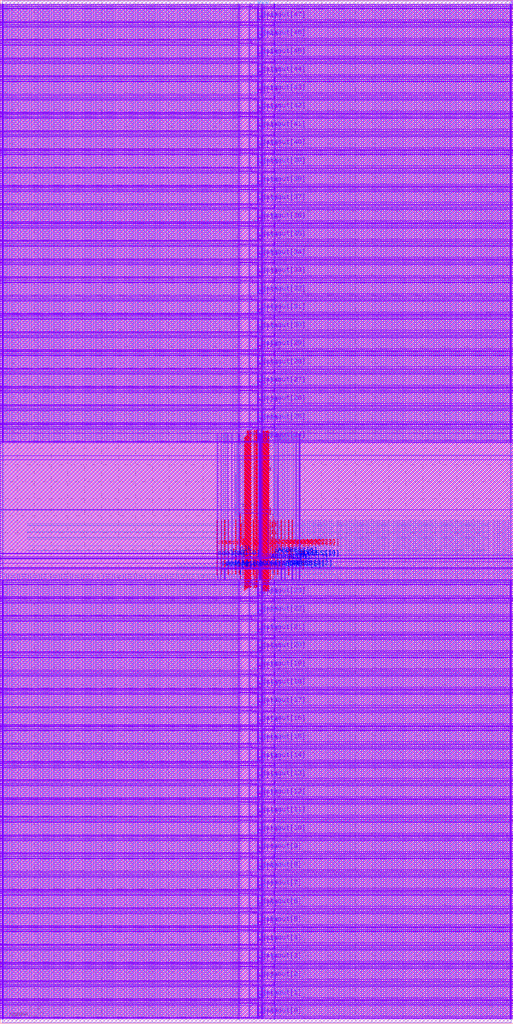
<source format=lef>
VERSION 5.8 ;
BUSBITCHARS "[]" ;
DIVIDERCHAR "/" ;

PROPERTYDEFINITIONS
  MACRO CatenaDesignType STRING ;
END PROPERTYDEFINITIONS

MACRO srambank_256x4x48_6t122
  CLASS BLOCK ;
  ORIGIN 0 0 ;
  FOREIGN srambank_256x4x48_6t122 0 0 ;
  SIZE 30.348 BY 60.480000000000004 ;
  SYMMETRY X Y ;
  SITE coreSite ;
  PIN VDD
    DIRECTION INOUT ;
    USE POWER ;
    PORT
      LAYER M4  ;
        RECT 0.1040 1.1720 30.2580 1.2200 ;
        RECT 0.1040 2.2520 30.2580 2.3000 ;
        RECT 0.1040 3.3320 30.2580 3.3800 ;
        RECT 0.1040 4.4120 30.2580 4.4600 ;
        RECT 0.1040 5.4920 30.2580 5.5400 ;
        RECT 0.1040 6.5720 30.2580 6.6200 ;
        RECT 0.1040 7.6520 30.2580 7.7000 ;
        RECT 0.1040 8.7320 30.2580 8.7800 ;
        RECT 0.1040 9.8120 30.2580 9.8600 ;
        RECT 0.1040 10.8920 30.2580 10.9400 ;
        RECT 0.1040 11.9720 30.2580 12.0200 ;
        RECT 0.1040 13.0520 30.2580 13.1000 ;
        RECT 0.1040 14.1320 30.2580 14.1800 ;
        RECT 0.1040 15.2120 30.2580 15.2600 ;
        RECT 0.1040 16.2920 30.2580 16.3400 ;
        RECT 0.1040 17.3720 30.2580 17.4200 ;
        RECT 0.1040 18.4520 30.2580 18.5000 ;
        RECT 0.1040 19.5320 30.2580 19.5800 ;
        RECT 0.1040 20.6120 30.2580 20.6600 ;
        RECT 0.1040 21.6920 30.2580 21.7400 ;
        RECT 0.1040 22.7720 30.2580 22.8200 ;
        RECT 0.1040 23.8520 30.2580 23.9000 ;
        RECT 0.1040 24.9320 30.2580 24.9800 ;
        RECT 0.1040 26.0120 30.2580 26.0600 ;
        RECT 0.1040 35.2190 30.2580 35.2670 ;
        RECT 0.1040 36.2990 30.2580 36.3470 ;
        RECT 0.1040 37.3790 30.2580 37.4270 ;
        RECT 0.1040 38.4590 30.2580 38.5070 ;
        RECT 0.1040 39.5390 30.2580 39.5870 ;
        RECT 0.1040 40.6190 30.2580 40.6670 ;
        RECT 0.1040 41.6990 30.2580 41.7470 ;
        RECT 0.1040 42.7790 30.2580 42.8270 ;
        RECT 0.1040 43.8590 30.2580 43.9070 ;
        RECT 0.1040 44.9390 30.2580 44.9870 ;
        RECT 0.1040 46.0190 30.2580 46.0670 ;
        RECT 0.1040 47.0990 30.2580 47.1470 ;
        RECT 0.1040 48.1790 30.2580 48.2270 ;
        RECT 0.1040 49.2590 30.2580 49.3070 ;
        RECT 0.1040 50.3390 30.2580 50.3870 ;
        RECT 0.1040 51.4190 30.2580 51.4670 ;
        RECT 0.1040 52.4990 30.2580 52.5470 ;
        RECT 0.1040 53.5790 30.2580 53.6270 ;
        RECT 0.1040 54.6590 30.2580 54.7070 ;
        RECT 0.1040 55.7390 30.2580 55.7870 ;
        RECT 0.1040 56.8190 30.2580 56.8670 ;
        RECT 0.1040 57.8990 30.2580 57.9470 ;
        RECT 0.1040 58.9790 30.2580 59.0270 ;
        RECT 0.1040 60.0590 30.2580 60.1070 ;
      LAYER M3  ;
        RECT 30.2180 0.2165 30.2360 1.3765 ;
        RECT 16.1960 0.2170 16.2140 1.3760 ;
        RECT 14.7920 0.2530 14.8820 1.3685 ;
        RECT 14.1440 0.2170 14.1620 1.3760 ;
        RECT 0.1220 0.2165 0.1400 1.3765 ;
        RECT 30.2180 1.2965 30.2360 2.4565 ;
        RECT 16.1960 1.2970 16.2140 2.4560 ;
        RECT 14.7920 1.3330 14.8820 2.4485 ;
        RECT 14.1440 1.2970 14.1620 2.4560 ;
        RECT 0.1220 1.2965 0.1400 2.4565 ;
        RECT 30.2180 2.3765 30.2360 3.5365 ;
        RECT 16.1960 2.3770 16.2140 3.5360 ;
        RECT 14.7920 2.4130 14.8820 3.5285 ;
        RECT 14.1440 2.3770 14.1620 3.5360 ;
        RECT 0.1220 2.3765 0.1400 3.5365 ;
        RECT 30.2180 3.4565 30.2360 4.6165 ;
        RECT 16.1960 3.4570 16.2140 4.6160 ;
        RECT 14.7920 3.4930 14.8820 4.6085 ;
        RECT 14.1440 3.4570 14.1620 4.6160 ;
        RECT 0.1220 3.4565 0.1400 4.6165 ;
        RECT 30.2180 4.5365 30.2360 5.6965 ;
        RECT 16.1960 4.5370 16.2140 5.6960 ;
        RECT 14.7920 4.5730 14.8820 5.6885 ;
        RECT 14.1440 4.5370 14.1620 5.6960 ;
        RECT 0.1220 4.5365 0.1400 5.6965 ;
        RECT 30.2180 5.6165 30.2360 6.7765 ;
        RECT 16.1960 5.6170 16.2140 6.7760 ;
        RECT 14.7920 5.6530 14.8820 6.7685 ;
        RECT 14.1440 5.6170 14.1620 6.7760 ;
        RECT 0.1220 5.6165 0.1400 6.7765 ;
        RECT 30.2180 6.6965 30.2360 7.8565 ;
        RECT 16.1960 6.6970 16.2140 7.8560 ;
        RECT 14.7920 6.7330 14.8820 7.8485 ;
        RECT 14.1440 6.6970 14.1620 7.8560 ;
        RECT 0.1220 6.6965 0.1400 7.8565 ;
        RECT 30.2180 7.7765 30.2360 8.9365 ;
        RECT 16.1960 7.7770 16.2140 8.9360 ;
        RECT 14.7920 7.8130 14.8820 8.9285 ;
        RECT 14.1440 7.7770 14.1620 8.9360 ;
        RECT 0.1220 7.7765 0.1400 8.9365 ;
        RECT 30.2180 8.8565 30.2360 10.0165 ;
        RECT 16.1960 8.8570 16.2140 10.0160 ;
        RECT 14.7920 8.8930 14.8820 10.0085 ;
        RECT 14.1440 8.8570 14.1620 10.0160 ;
        RECT 0.1220 8.8565 0.1400 10.0165 ;
        RECT 30.2180 9.9365 30.2360 11.0965 ;
        RECT 16.1960 9.9370 16.2140 11.0960 ;
        RECT 14.7920 9.9730 14.8820 11.0885 ;
        RECT 14.1440 9.9370 14.1620 11.0960 ;
        RECT 0.1220 9.9365 0.1400 11.0965 ;
        RECT 30.2180 11.0165 30.2360 12.1765 ;
        RECT 16.1960 11.0170 16.2140 12.1760 ;
        RECT 14.7920 11.0530 14.8820 12.1685 ;
        RECT 14.1440 11.0170 14.1620 12.1760 ;
        RECT 0.1220 11.0165 0.1400 12.1765 ;
        RECT 30.2180 12.0965 30.2360 13.2565 ;
        RECT 16.1960 12.0970 16.2140 13.2560 ;
        RECT 14.7920 12.1330 14.8820 13.2485 ;
        RECT 14.1440 12.0970 14.1620 13.2560 ;
        RECT 0.1220 12.0965 0.1400 13.2565 ;
        RECT 30.2180 13.1765 30.2360 14.3365 ;
        RECT 16.1960 13.1770 16.2140 14.3360 ;
        RECT 14.7920 13.2130 14.8820 14.3285 ;
        RECT 14.1440 13.1770 14.1620 14.3360 ;
        RECT 0.1220 13.1765 0.1400 14.3365 ;
        RECT 30.2180 14.2565 30.2360 15.4165 ;
        RECT 16.1960 14.2570 16.2140 15.4160 ;
        RECT 14.7920 14.2930 14.8820 15.4085 ;
        RECT 14.1440 14.2570 14.1620 15.4160 ;
        RECT 0.1220 14.2565 0.1400 15.4165 ;
        RECT 30.2180 15.3365 30.2360 16.4965 ;
        RECT 16.1960 15.3370 16.2140 16.4960 ;
        RECT 14.7920 15.3730 14.8820 16.4885 ;
        RECT 14.1440 15.3370 14.1620 16.4960 ;
        RECT 0.1220 15.3365 0.1400 16.4965 ;
        RECT 30.2180 16.4165 30.2360 17.5765 ;
        RECT 16.1960 16.4170 16.2140 17.5760 ;
        RECT 14.7920 16.4530 14.8820 17.5685 ;
        RECT 14.1440 16.4170 14.1620 17.5760 ;
        RECT 0.1220 16.4165 0.1400 17.5765 ;
        RECT 30.2180 17.4965 30.2360 18.6565 ;
        RECT 16.1960 17.4970 16.2140 18.6560 ;
        RECT 14.7920 17.5330 14.8820 18.6485 ;
        RECT 14.1440 17.4970 14.1620 18.6560 ;
        RECT 0.1220 17.4965 0.1400 18.6565 ;
        RECT 30.2180 18.5765 30.2360 19.7365 ;
        RECT 16.1960 18.5770 16.2140 19.7360 ;
        RECT 14.7920 18.6130 14.8820 19.7285 ;
        RECT 14.1440 18.5770 14.1620 19.7360 ;
        RECT 0.1220 18.5765 0.1400 19.7365 ;
        RECT 30.2180 19.6565 30.2360 20.8165 ;
        RECT 16.1960 19.6570 16.2140 20.8160 ;
        RECT 14.7920 19.6930 14.8820 20.8085 ;
        RECT 14.1440 19.6570 14.1620 20.8160 ;
        RECT 0.1220 19.6565 0.1400 20.8165 ;
        RECT 30.2180 20.7365 30.2360 21.8965 ;
        RECT 16.1960 20.7370 16.2140 21.8960 ;
        RECT 14.7920 20.7730 14.8820 21.8885 ;
        RECT 14.1440 20.7370 14.1620 21.8960 ;
        RECT 0.1220 20.7365 0.1400 21.8965 ;
        RECT 30.2180 21.8165 30.2360 22.9765 ;
        RECT 16.1960 21.8170 16.2140 22.9760 ;
        RECT 14.7920 21.8530 14.8820 22.9685 ;
        RECT 14.1440 21.8170 14.1620 22.9760 ;
        RECT 0.1220 21.8165 0.1400 22.9765 ;
        RECT 30.2180 22.8965 30.2360 24.0565 ;
        RECT 16.1960 22.8970 16.2140 24.0560 ;
        RECT 14.7920 22.9330 14.8820 24.0485 ;
        RECT 14.1440 22.8970 14.1620 24.0560 ;
        RECT 0.1220 22.8965 0.1400 24.0565 ;
        RECT 30.2180 23.9765 30.2360 25.1365 ;
        RECT 16.1960 23.9770 16.2140 25.1360 ;
        RECT 14.7920 24.0130 14.8820 25.1285 ;
        RECT 14.1440 23.9770 14.1620 25.1360 ;
        RECT 0.1220 23.9765 0.1400 25.1365 ;
        RECT 30.2180 25.0565 30.2360 26.2165 ;
        RECT 16.1960 25.0570 16.2140 26.2160 ;
        RECT 14.7920 25.0930 14.8820 26.2085 ;
        RECT 14.1440 25.0570 14.1620 26.2160 ;
        RECT 0.1220 25.0565 0.1400 26.2165 ;
        RECT 14.0490 30.0050 14.0670 36.0685 ;
        RECT 30.2180 34.2635 30.2360 35.4235 ;
        RECT 16.1960 34.2640 16.2140 35.4230 ;
        RECT 14.7920 34.3000 14.8820 35.4155 ;
        RECT 14.1440 34.2640 14.1620 35.4230 ;
        RECT 0.1220 34.2635 0.1400 35.4235 ;
        RECT 30.2180 35.3435 30.2360 36.5035 ;
        RECT 16.1960 35.3440 16.2140 36.5030 ;
        RECT 14.7920 35.3800 14.8820 36.4955 ;
        RECT 14.1440 35.3440 14.1620 36.5030 ;
        RECT 0.1220 35.3435 0.1400 36.5035 ;
        RECT 30.2180 36.4235 30.2360 37.5835 ;
        RECT 16.1960 36.4240 16.2140 37.5830 ;
        RECT 14.7920 36.4600 14.8820 37.5755 ;
        RECT 14.1440 36.4240 14.1620 37.5830 ;
        RECT 0.1220 36.4235 0.1400 37.5835 ;
        RECT 30.2180 37.5035 30.2360 38.6635 ;
        RECT 16.1960 37.5040 16.2140 38.6630 ;
        RECT 14.7920 37.5400 14.8820 38.6555 ;
        RECT 14.1440 37.5040 14.1620 38.6630 ;
        RECT 0.1220 37.5035 0.1400 38.6635 ;
        RECT 30.2180 38.5835 30.2360 39.7435 ;
        RECT 16.1960 38.5840 16.2140 39.7430 ;
        RECT 14.7920 38.6200 14.8820 39.7355 ;
        RECT 14.1440 38.5840 14.1620 39.7430 ;
        RECT 0.1220 38.5835 0.1400 39.7435 ;
        RECT 30.2180 39.6635 30.2360 40.8235 ;
        RECT 16.1960 39.6640 16.2140 40.8230 ;
        RECT 14.7920 39.7000 14.8820 40.8155 ;
        RECT 14.1440 39.6640 14.1620 40.8230 ;
        RECT 0.1220 39.6635 0.1400 40.8235 ;
        RECT 30.2180 40.7435 30.2360 41.9035 ;
        RECT 16.1960 40.7440 16.2140 41.9030 ;
        RECT 14.7920 40.7800 14.8820 41.8955 ;
        RECT 14.1440 40.7440 14.1620 41.9030 ;
        RECT 0.1220 40.7435 0.1400 41.9035 ;
        RECT 30.2180 41.8235 30.2360 42.9835 ;
        RECT 16.1960 41.8240 16.2140 42.9830 ;
        RECT 14.7920 41.8600 14.8820 42.9755 ;
        RECT 14.1440 41.8240 14.1620 42.9830 ;
        RECT 0.1220 41.8235 0.1400 42.9835 ;
        RECT 30.2180 42.9035 30.2360 44.0635 ;
        RECT 16.1960 42.9040 16.2140 44.0630 ;
        RECT 14.7920 42.9400 14.8820 44.0555 ;
        RECT 14.1440 42.9040 14.1620 44.0630 ;
        RECT 0.1220 42.9035 0.1400 44.0635 ;
        RECT 30.2180 43.9835 30.2360 45.1435 ;
        RECT 16.1960 43.9840 16.2140 45.1430 ;
        RECT 14.7920 44.0200 14.8820 45.1355 ;
        RECT 14.1440 43.9840 14.1620 45.1430 ;
        RECT 0.1220 43.9835 0.1400 45.1435 ;
        RECT 30.2180 45.0635 30.2360 46.2235 ;
        RECT 16.1960 45.0640 16.2140 46.2230 ;
        RECT 14.7920 45.1000 14.8820 46.2155 ;
        RECT 14.1440 45.0640 14.1620 46.2230 ;
        RECT 0.1220 45.0635 0.1400 46.2235 ;
        RECT 30.2180 46.1435 30.2360 47.3035 ;
        RECT 16.1960 46.1440 16.2140 47.3030 ;
        RECT 14.7920 46.1800 14.8820 47.2955 ;
        RECT 14.1440 46.1440 14.1620 47.3030 ;
        RECT 0.1220 46.1435 0.1400 47.3035 ;
        RECT 30.2180 47.2235 30.2360 48.3835 ;
        RECT 16.1960 47.2240 16.2140 48.3830 ;
        RECT 14.7920 47.2600 14.8820 48.3755 ;
        RECT 14.1440 47.2240 14.1620 48.3830 ;
        RECT 0.1220 47.2235 0.1400 48.3835 ;
        RECT 30.2180 48.3035 30.2360 49.4635 ;
        RECT 16.1960 48.3040 16.2140 49.4630 ;
        RECT 14.7920 48.3400 14.8820 49.4555 ;
        RECT 14.1440 48.3040 14.1620 49.4630 ;
        RECT 0.1220 48.3035 0.1400 49.4635 ;
        RECT 30.2180 49.3835 30.2360 50.5435 ;
        RECT 16.1960 49.3840 16.2140 50.5430 ;
        RECT 14.7920 49.4200 14.8820 50.5355 ;
        RECT 14.1440 49.3840 14.1620 50.5430 ;
        RECT 0.1220 49.3835 0.1400 50.5435 ;
        RECT 30.2180 50.4635 30.2360 51.6235 ;
        RECT 16.1960 50.4640 16.2140 51.6230 ;
        RECT 14.7920 50.5000 14.8820 51.6155 ;
        RECT 14.1440 50.4640 14.1620 51.6230 ;
        RECT 0.1220 50.4635 0.1400 51.6235 ;
        RECT 30.2180 51.5435 30.2360 52.7035 ;
        RECT 16.1960 51.5440 16.2140 52.7030 ;
        RECT 14.7920 51.5800 14.8820 52.6955 ;
        RECT 14.1440 51.5440 14.1620 52.7030 ;
        RECT 0.1220 51.5435 0.1400 52.7035 ;
        RECT 30.2180 52.6235 30.2360 53.7835 ;
        RECT 16.1960 52.6240 16.2140 53.7830 ;
        RECT 14.7920 52.6600 14.8820 53.7755 ;
        RECT 14.1440 52.6240 14.1620 53.7830 ;
        RECT 0.1220 52.6235 0.1400 53.7835 ;
        RECT 30.2180 53.7035 30.2360 54.8635 ;
        RECT 16.1960 53.7040 16.2140 54.8630 ;
        RECT 14.7920 53.7400 14.8820 54.8555 ;
        RECT 14.1440 53.7040 14.1620 54.8630 ;
        RECT 0.1220 53.7035 0.1400 54.8635 ;
        RECT 30.2180 54.7835 30.2360 55.9435 ;
        RECT 16.1960 54.7840 16.2140 55.9430 ;
        RECT 14.7920 54.8200 14.8820 55.9355 ;
        RECT 14.1440 54.7840 14.1620 55.9430 ;
        RECT 0.1220 54.7835 0.1400 55.9435 ;
        RECT 30.2180 55.8635 30.2360 57.0235 ;
        RECT 16.1960 55.8640 16.2140 57.0230 ;
        RECT 14.7920 55.9000 14.8820 57.0155 ;
        RECT 14.1440 55.8640 14.1620 57.0230 ;
        RECT 0.1220 55.8635 0.1400 57.0235 ;
        RECT 30.2180 56.9435 30.2360 58.1035 ;
        RECT 16.1960 56.9440 16.2140 58.1030 ;
        RECT 14.7920 56.9800 14.8820 58.0955 ;
        RECT 14.1440 56.9440 14.1620 58.1030 ;
        RECT 0.1220 56.9435 0.1400 58.1035 ;
        RECT 30.2180 58.0235 30.2360 59.1835 ;
        RECT 16.1960 58.0240 16.2140 59.1830 ;
        RECT 14.7920 58.0600 14.8820 59.1755 ;
        RECT 14.1440 58.0240 14.1620 59.1830 ;
        RECT 0.1220 58.0235 0.1400 59.1835 ;
        RECT 30.2180 59.1035 30.2360 60.2635 ;
        RECT 16.1960 59.1040 16.2140 60.2630 ;
        RECT 14.7920 59.1400 14.8820 60.2555 ;
        RECT 14.1440 59.1040 14.1620 60.2630 ;
        RECT 0.1220 59.1035 0.1400 60.2635 ;
      LAYER V3  ;
        RECT 0.1220 1.1720 0.1400 1.2200 ;
        RECT 14.1440 1.1720 14.1620 1.2200 ;
        RECT 14.7920 1.1720 14.8820 1.2200 ;
        RECT 16.1960 1.1720 16.2140 1.2200 ;
        RECT 30.2180 1.1720 30.2360 1.2200 ;
        RECT 0.1220 2.2520 0.1400 2.3000 ;
        RECT 14.1440 2.2520 14.1620 2.3000 ;
        RECT 14.7920 2.2520 14.8820 2.3000 ;
        RECT 16.1960 2.2520 16.2140 2.3000 ;
        RECT 30.2180 2.2520 30.2360 2.3000 ;
        RECT 0.1220 3.3320 0.1400 3.3800 ;
        RECT 14.1440 3.3320 14.1620 3.3800 ;
        RECT 14.7920 3.3320 14.8820 3.3800 ;
        RECT 16.1960 3.3320 16.2140 3.3800 ;
        RECT 30.2180 3.3320 30.2360 3.3800 ;
        RECT 0.1220 4.4120 0.1400 4.4600 ;
        RECT 14.1440 4.4120 14.1620 4.4600 ;
        RECT 14.7920 4.4120 14.8820 4.4600 ;
        RECT 16.1960 4.4120 16.2140 4.4600 ;
        RECT 30.2180 4.4120 30.2360 4.4600 ;
        RECT 0.1220 5.4920 0.1400 5.5400 ;
        RECT 14.1440 5.4920 14.1620 5.5400 ;
        RECT 14.7920 5.4920 14.8820 5.5400 ;
        RECT 16.1960 5.4920 16.2140 5.5400 ;
        RECT 30.2180 5.4920 30.2360 5.5400 ;
        RECT 0.1220 6.5720 0.1400 6.6200 ;
        RECT 14.1440 6.5720 14.1620 6.6200 ;
        RECT 14.7920 6.5720 14.8820 6.6200 ;
        RECT 16.1960 6.5720 16.2140 6.6200 ;
        RECT 30.2180 6.5720 30.2360 6.6200 ;
        RECT 0.1220 7.6520 0.1400 7.7000 ;
        RECT 14.1440 7.6520 14.1620 7.7000 ;
        RECT 14.7920 7.6520 14.8820 7.7000 ;
        RECT 16.1960 7.6520 16.2140 7.7000 ;
        RECT 30.2180 7.6520 30.2360 7.7000 ;
        RECT 0.1220 8.7320 0.1400 8.7800 ;
        RECT 14.1440 8.7320 14.1620 8.7800 ;
        RECT 14.7920 8.7320 14.8820 8.7800 ;
        RECT 16.1960 8.7320 16.2140 8.7800 ;
        RECT 30.2180 8.7320 30.2360 8.7800 ;
        RECT 0.1220 9.8120 0.1400 9.8600 ;
        RECT 14.1440 9.8120 14.1620 9.8600 ;
        RECT 14.7920 9.8120 14.8820 9.8600 ;
        RECT 16.1960 9.8120 16.2140 9.8600 ;
        RECT 30.2180 9.8120 30.2360 9.8600 ;
        RECT 0.1220 10.8920 0.1400 10.9400 ;
        RECT 14.1440 10.8920 14.1620 10.9400 ;
        RECT 14.7920 10.8920 14.8820 10.9400 ;
        RECT 16.1960 10.8920 16.2140 10.9400 ;
        RECT 30.2180 10.8920 30.2360 10.9400 ;
        RECT 0.1220 11.9720 0.1400 12.0200 ;
        RECT 14.1440 11.9720 14.1620 12.0200 ;
        RECT 14.7920 11.9720 14.8820 12.0200 ;
        RECT 16.1960 11.9720 16.2140 12.0200 ;
        RECT 30.2180 11.9720 30.2360 12.0200 ;
        RECT 0.1220 13.0520 0.1400 13.1000 ;
        RECT 14.1440 13.0520 14.1620 13.1000 ;
        RECT 14.7920 13.0520 14.8820 13.1000 ;
        RECT 16.1960 13.0520 16.2140 13.1000 ;
        RECT 30.2180 13.0520 30.2360 13.1000 ;
        RECT 0.1220 14.1320 0.1400 14.1800 ;
        RECT 14.1440 14.1320 14.1620 14.1800 ;
        RECT 14.7920 14.1320 14.8820 14.1800 ;
        RECT 16.1960 14.1320 16.2140 14.1800 ;
        RECT 30.2180 14.1320 30.2360 14.1800 ;
        RECT 0.1220 15.2120 0.1400 15.2600 ;
        RECT 14.1440 15.2120 14.1620 15.2600 ;
        RECT 14.7920 15.2120 14.8820 15.2600 ;
        RECT 16.1960 15.2120 16.2140 15.2600 ;
        RECT 30.2180 15.2120 30.2360 15.2600 ;
        RECT 0.1220 16.2920 0.1400 16.3400 ;
        RECT 14.1440 16.2920 14.1620 16.3400 ;
        RECT 14.7920 16.2920 14.8820 16.3400 ;
        RECT 16.1960 16.2920 16.2140 16.3400 ;
        RECT 30.2180 16.2920 30.2360 16.3400 ;
        RECT 0.1220 17.3720 0.1400 17.4200 ;
        RECT 14.1440 17.3720 14.1620 17.4200 ;
        RECT 14.7920 17.3720 14.8820 17.4200 ;
        RECT 16.1960 17.3720 16.2140 17.4200 ;
        RECT 30.2180 17.3720 30.2360 17.4200 ;
        RECT 0.1220 18.4520 0.1400 18.5000 ;
        RECT 14.1440 18.4520 14.1620 18.5000 ;
        RECT 14.7920 18.4520 14.8820 18.5000 ;
        RECT 16.1960 18.4520 16.2140 18.5000 ;
        RECT 30.2180 18.4520 30.2360 18.5000 ;
        RECT 0.1220 19.5320 0.1400 19.5800 ;
        RECT 14.1440 19.5320 14.1620 19.5800 ;
        RECT 14.7920 19.5320 14.8820 19.5800 ;
        RECT 16.1960 19.5320 16.2140 19.5800 ;
        RECT 30.2180 19.5320 30.2360 19.5800 ;
        RECT 0.1220 20.6120 0.1400 20.6600 ;
        RECT 14.1440 20.6120 14.1620 20.6600 ;
        RECT 14.7920 20.6120 14.8820 20.6600 ;
        RECT 16.1960 20.6120 16.2140 20.6600 ;
        RECT 30.2180 20.6120 30.2360 20.6600 ;
        RECT 0.1220 21.6920 0.1400 21.7400 ;
        RECT 14.1440 21.6920 14.1620 21.7400 ;
        RECT 14.7920 21.6920 14.8820 21.7400 ;
        RECT 16.1960 21.6920 16.2140 21.7400 ;
        RECT 30.2180 21.6920 30.2360 21.7400 ;
        RECT 0.1220 22.7720 0.1400 22.8200 ;
        RECT 14.1440 22.7720 14.1620 22.8200 ;
        RECT 14.7920 22.7720 14.8820 22.8200 ;
        RECT 16.1960 22.7720 16.2140 22.8200 ;
        RECT 30.2180 22.7720 30.2360 22.8200 ;
        RECT 0.1220 23.8520 0.1400 23.9000 ;
        RECT 14.1440 23.8520 14.1620 23.9000 ;
        RECT 14.7920 23.8520 14.8820 23.9000 ;
        RECT 16.1960 23.8520 16.2140 23.9000 ;
        RECT 30.2180 23.8520 30.2360 23.9000 ;
        RECT 0.1220 24.9320 0.1400 24.9800 ;
        RECT 14.1440 24.9320 14.1620 24.9800 ;
        RECT 14.7920 24.9320 14.8820 24.9800 ;
        RECT 16.1960 24.9320 16.2140 24.9800 ;
        RECT 30.2180 24.9320 30.2360 24.9800 ;
        RECT 0.1220 26.0120 0.1400 26.0600 ;
        RECT 14.1440 26.0120 14.1620 26.0600 ;
        RECT 14.7920 26.0120 14.8820 26.0600 ;
        RECT 16.1960 26.0120 16.2140 26.0600 ;
        RECT 30.2180 26.0120 30.2360 26.0600 ;
        RECT 0.1220 35.2190 0.1400 35.2670 ;
        RECT 14.1440 35.2190 14.1620 35.2670 ;
        RECT 14.7920 35.2190 14.8820 35.2670 ;
        RECT 16.1960 35.2190 16.2140 35.2670 ;
        RECT 30.2180 35.2190 30.2360 35.2670 ;
        RECT 0.1220 36.2990 0.1400 36.3470 ;
        RECT 14.1440 36.2990 14.1620 36.3470 ;
        RECT 14.7920 36.2990 14.8820 36.3470 ;
        RECT 16.1960 36.2990 16.2140 36.3470 ;
        RECT 30.2180 36.2990 30.2360 36.3470 ;
        RECT 0.1220 37.3790 0.1400 37.4270 ;
        RECT 14.1440 37.3790 14.1620 37.4270 ;
        RECT 14.7920 37.3790 14.8820 37.4270 ;
        RECT 16.1960 37.3790 16.2140 37.4270 ;
        RECT 30.2180 37.3790 30.2360 37.4270 ;
        RECT 0.1220 38.4590 0.1400 38.5070 ;
        RECT 14.1440 38.4590 14.1620 38.5070 ;
        RECT 14.7920 38.4590 14.8820 38.5070 ;
        RECT 16.1960 38.4590 16.2140 38.5070 ;
        RECT 30.2180 38.4590 30.2360 38.5070 ;
        RECT 0.1220 39.5390 0.1400 39.5870 ;
        RECT 14.1440 39.5390 14.1620 39.5870 ;
        RECT 14.7920 39.5390 14.8820 39.5870 ;
        RECT 16.1960 39.5390 16.2140 39.5870 ;
        RECT 30.2180 39.5390 30.2360 39.5870 ;
        RECT 0.1220 40.6190 0.1400 40.6670 ;
        RECT 14.1440 40.6190 14.1620 40.6670 ;
        RECT 14.7920 40.6190 14.8820 40.6670 ;
        RECT 16.1960 40.6190 16.2140 40.6670 ;
        RECT 30.2180 40.6190 30.2360 40.6670 ;
        RECT 0.1220 41.6990 0.1400 41.7470 ;
        RECT 14.1440 41.6990 14.1620 41.7470 ;
        RECT 14.7920 41.6990 14.8820 41.7470 ;
        RECT 16.1960 41.6990 16.2140 41.7470 ;
        RECT 30.2180 41.6990 30.2360 41.7470 ;
        RECT 0.1220 42.7790 0.1400 42.8270 ;
        RECT 14.1440 42.7790 14.1620 42.8270 ;
        RECT 14.7920 42.7790 14.8820 42.8270 ;
        RECT 16.1960 42.7790 16.2140 42.8270 ;
        RECT 30.2180 42.7790 30.2360 42.8270 ;
        RECT 0.1220 43.8590 0.1400 43.9070 ;
        RECT 14.1440 43.8590 14.1620 43.9070 ;
        RECT 14.7920 43.8590 14.8820 43.9070 ;
        RECT 16.1960 43.8590 16.2140 43.9070 ;
        RECT 30.2180 43.8590 30.2360 43.9070 ;
        RECT 0.1220 44.9390 0.1400 44.9870 ;
        RECT 14.1440 44.9390 14.1620 44.9870 ;
        RECT 14.7920 44.9390 14.8820 44.9870 ;
        RECT 16.1960 44.9390 16.2140 44.9870 ;
        RECT 30.2180 44.9390 30.2360 44.9870 ;
        RECT 0.1220 46.0190 0.1400 46.0670 ;
        RECT 14.1440 46.0190 14.1620 46.0670 ;
        RECT 14.7920 46.0190 14.8820 46.0670 ;
        RECT 16.1960 46.0190 16.2140 46.0670 ;
        RECT 30.2180 46.0190 30.2360 46.0670 ;
        RECT 0.1220 47.0990 0.1400 47.1470 ;
        RECT 14.1440 47.0990 14.1620 47.1470 ;
        RECT 14.7920 47.0990 14.8820 47.1470 ;
        RECT 16.1960 47.0990 16.2140 47.1470 ;
        RECT 30.2180 47.0990 30.2360 47.1470 ;
        RECT 0.1220 48.1790 0.1400 48.2270 ;
        RECT 14.1440 48.1790 14.1620 48.2270 ;
        RECT 14.7920 48.1790 14.8820 48.2270 ;
        RECT 16.1960 48.1790 16.2140 48.2270 ;
        RECT 30.2180 48.1790 30.2360 48.2270 ;
        RECT 0.1220 49.2590 0.1400 49.3070 ;
        RECT 14.1440 49.2590 14.1620 49.3070 ;
        RECT 14.7920 49.2590 14.8820 49.3070 ;
        RECT 16.1960 49.2590 16.2140 49.3070 ;
        RECT 30.2180 49.2590 30.2360 49.3070 ;
        RECT 0.1220 50.3390 0.1400 50.3870 ;
        RECT 14.1440 50.3390 14.1620 50.3870 ;
        RECT 14.7920 50.3390 14.8820 50.3870 ;
        RECT 16.1960 50.3390 16.2140 50.3870 ;
        RECT 30.2180 50.3390 30.2360 50.3870 ;
        RECT 0.1220 51.4190 0.1400 51.4670 ;
        RECT 14.1440 51.4190 14.1620 51.4670 ;
        RECT 14.7920 51.4190 14.8820 51.4670 ;
        RECT 16.1960 51.4190 16.2140 51.4670 ;
        RECT 30.2180 51.4190 30.2360 51.4670 ;
        RECT 0.1220 52.4990 0.1400 52.5470 ;
        RECT 14.1440 52.4990 14.1620 52.5470 ;
        RECT 14.7920 52.4990 14.8820 52.5470 ;
        RECT 16.1960 52.4990 16.2140 52.5470 ;
        RECT 30.2180 52.4990 30.2360 52.5470 ;
        RECT 0.1220 53.5790 0.1400 53.6270 ;
        RECT 14.1440 53.5790 14.1620 53.6270 ;
        RECT 14.7920 53.5790 14.8820 53.6270 ;
        RECT 16.1960 53.5790 16.2140 53.6270 ;
        RECT 30.2180 53.5790 30.2360 53.6270 ;
        RECT 0.1220 54.6590 0.1400 54.7070 ;
        RECT 14.1440 54.6590 14.1620 54.7070 ;
        RECT 14.7920 54.6590 14.8820 54.7070 ;
        RECT 16.1960 54.6590 16.2140 54.7070 ;
        RECT 30.2180 54.6590 30.2360 54.7070 ;
        RECT 0.1220 55.7390 0.1400 55.7870 ;
        RECT 14.1440 55.7390 14.1620 55.7870 ;
        RECT 14.7920 55.7390 14.8820 55.7870 ;
        RECT 16.1960 55.7390 16.2140 55.7870 ;
        RECT 30.2180 55.7390 30.2360 55.7870 ;
        RECT 0.1220 56.8190 0.1400 56.8670 ;
        RECT 14.1440 56.8190 14.1620 56.8670 ;
        RECT 14.7920 56.8190 14.8820 56.8670 ;
        RECT 16.1960 56.8190 16.2140 56.8670 ;
        RECT 30.2180 56.8190 30.2360 56.8670 ;
        RECT 0.1220 57.8990 0.1400 57.9470 ;
        RECT 14.1440 57.8990 14.1620 57.9470 ;
        RECT 14.7920 57.8990 14.8820 57.9470 ;
        RECT 16.1960 57.8990 16.2140 57.9470 ;
        RECT 30.2180 57.8990 30.2360 57.9470 ;
        RECT 0.1220 58.9790 0.1400 59.0270 ;
        RECT 14.1440 58.9790 14.1620 59.0270 ;
        RECT 14.7920 58.9790 14.8820 59.0270 ;
        RECT 16.1960 58.9790 16.2140 59.0270 ;
        RECT 30.2180 58.9790 30.2360 59.0270 ;
        RECT 0.1220 60.0590 0.1400 60.1070 ;
        RECT 14.1440 60.0590 14.1620 60.1070 ;
        RECT 14.7920 60.0590 14.8820 60.1070 ;
        RECT 16.1960 60.0590 16.2140 60.1070 ;
        RECT 30.2180 60.0590 30.2360 60.1070 ;
    END
  END VDD
  PIN VSS
    DIRECTION INOUT ;
    USE POWER ;
    PORT
      LAYER M4  ;
        RECT 0.1040 1.0760 30.2580 1.1240 ;
        RECT 0.1040 2.1560 30.2580 2.2040 ;
        RECT 0.1040 3.2360 30.2580 3.2840 ;
        RECT 0.1040 4.3160 30.2580 4.3640 ;
        RECT 0.1040 5.3960 30.2580 5.4440 ;
        RECT 0.1040 6.4760 30.2580 6.5240 ;
        RECT 0.1040 7.5560 30.2580 7.6040 ;
        RECT 0.1040 8.6360 30.2580 8.6840 ;
        RECT 0.1040 9.7160 30.2580 9.7640 ;
        RECT 0.1040 10.7960 30.2580 10.8440 ;
        RECT 0.1040 11.8760 30.2580 11.9240 ;
        RECT 0.1040 12.9560 30.2580 13.0040 ;
        RECT 0.1040 14.0360 30.2580 14.0840 ;
        RECT 0.1040 15.1160 30.2580 15.1640 ;
        RECT 0.1040 16.1960 30.2580 16.2440 ;
        RECT 0.1040 17.2760 30.2580 17.3240 ;
        RECT 0.1040 18.3560 30.2580 18.4040 ;
        RECT 0.1040 19.4360 30.2580 19.4840 ;
        RECT 0.1040 20.5160 30.2580 20.5640 ;
        RECT 0.1040 21.5960 30.2580 21.6440 ;
        RECT 0.1040 22.6760 30.2580 22.7240 ;
        RECT 0.1040 23.7560 30.2580 23.8040 ;
        RECT 0.1040 24.8360 30.2580 24.8840 ;
        RECT 0.1040 25.9160 30.2580 25.9640 ;
        RECT 10.4760 26.9815 19.8720 27.1975 ;
        RECT 14.3100 30.1495 16.0380 30.3655 ;
        RECT 14.3100 33.3175 16.0380 33.5335 ;
        RECT 0.1040 35.1230 30.2580 35.1710 ;
        RECT 0.1040 36.2030 30.2580 36.2510 ;
        RECT 0.1040 37.2830 30.2580 37.3310 ;
        RECT 0.1040 38.3630 30.2580 38.4110 ;
        RECT 0.1040 39.4430 30.2580 39.4910 ;
        RECT 0.1040 40.5230 30.2580 40.5710 ;
        RECT 0.1040 41.6030 30.2580 41.6510 ;
        RECT 0.1040 42.6830 30.2580 42.7310 ;
        RECT 0.1040 43.7630 30.2580 43.8110 ;
        RECT 0.1040 44.8430 30.2580 44.8910 ;
        RECT 0.1040 45.9230 30.2580 45.9710 ;
        RECT 0.1040 47.0030 30.2580 47.0510 ;
        RECT 0.1040 48.0830 30.2580 48.1310 ;
        RECT 0.1040 49.1630 30.2580 49.2110 ;
        RECT 0.1040 50.2430 30.2580 50.2910 ;
        RECT 0.1040 51.3230 30.2580 51.3710 ;
        RECT 0.1040 52.4030 30.2580 52.4510 ;
        RECT 0.1040 53.4830 30.2580 53.5310 ;
        RECT 0.1040 54.5630 30.2580 54.6110 ;
        RECT 0.1040 55.6430 30.2580 55.6910 ;
        RECT 0.1040 56.7230 30.2580 56.7710 ;
        RECT 0.1040 57.8030 30.2580 57.8510 ;
        RECT 0.1040 58.8830 30.2580 58.9310 ;
        RECT 0.1040 59.9630 30.2580 60.0110 ;
      LAYER M3  ;
        RECT 30.1820 0.2165 30.2000 1.3765 ;
        RECT 16.2500 0.2165 16.2680 1.3765 ;
        RECT 15.4850 0.2530 15.5210 1.3675 ;
        RECT 15.2600 0.2530 15.2870 1.3675 ;
        RECT 14.0900 0.2165 14.1080 1.3765 ;
        RECT 0.1580 0.2165 0.1760 1.3765 ;
        RECT 30.1820 1.2965 30.2000 2.4565 ;
        RECT 16.2500 1.2965 16.2680 2.4565 ;
        RECT 15.4850 1.3330 15.5210 2.4475 ;
        RECT 15.2600 1.3330 15.2870 2.4475 ;
        RECT 14.0900 1.2965 14.1080 2.4565 ;
        RECT 0.1580 1.2965 0.1760 2.4565 ;
        RECT 30.1820 2.3765 30.2000 3.5365 ;
        RECT 16.2500 2.3765 16.2680 3.5365 ;
        RECT 15.4850 2.4130 15.5210 3.5275 ;
        RECT 15.2600 2.4130 15.2870 3.5275 ;
        RECT 14.0900 2.3765 14.1080 3.5365 ;
        RECT 0.1580 2.3765 0.1760 3.5365 ;
        RECT 30.1820 3.4565 30.2000 4.6165 ;
        RECT 16.2500 3.4565 16.2680 4.6165 ;
        RECT 15.4850 3.4930 15.5210 4.6075 ;
        RECT 15.2600 3.4930 15.2870 4.6075 ;
        RECT 14.0900 3.4565 14.1080 4.6165 ;
        RECT 0.1580 3.4565 0.1760 4.6165 ;
        RECT 30.1820 4.5365 30.2000 5.6965 ;
        RECT 16.2500 4.5365 16.2680 5.6965 ;
        RECT 15.4850 4.5730 15.5210 5.6875 ;
        RECT 15.2600 4.5730 15.2870 5.6875 ;
        RECT 14.0900 4.5365 14.1080 5.6965 ;
        RECT 0.1580 4.5365 0.1760 5.6965 ;
        RECT 30.1820 5.6165 30.2000 6.7765 ;
        RECT 16.2500 5.6165 16.2680 6.7765 ;
        RECT 15.4850 5.6530 15.5210 6.7675 ;
        RECT 15.2600 5.6530 15.2870 6.7675 ;
        RECT 14.0900 5.6165 14.1080 6.7765 ;
        RECT 0.1580 5.6165 0.1760 6.7765 ;
        RECT 30.1820 6.6965 30.2000 7.8565 ;
        RECT 16.2500 6.6965 16.2680 7.8565 ;
        RECT 15.4850 6.7330 15.5210 7.8475 ;
        RECT 15.2600 6.7330 15.2870 7.8475 ;
        RECT 14.0900 6.6965 14.1080 7.8565 ;
        RECT 0.1580 6.6965 0.1760 7.8565 ;
        RECT 30.1820 7.7765 30.2000 8.9365 ;
        RECT 16.2500 7.7765 16.2680 8.9365 ;
        RECT 15.4850 7.8130 15.5210 8.9275 ;
        RECT 15.2600 7.8130 15.2870 8.9275 ;
        RECT 14.0900 7.7765 14.1080 8.9365 ;
        RECT 0.1580 7.7765 0.1760 8.9365 ;
        RECT 30.1820 8.8565 30.2000 10.0165 ;
        RECT 16.2500 8.8565 16.2680 10.0165 ;
        RECT 15.4850 8.8930 15.5210 10.0075 ;
        RECT 15.2600 8.8930 15.2870 10.0075 ;
        RECT 14.0900 8.8565 14.1080 10.0165 ;
        RECT 0.1580 8.8565 0.1760 10.0165 ;
        RECT 30.1820 9.9365 30.2000 11.0965 ;
        RECT 16.2500 9.9365 16.2680 11.0965 ;
        RECT 15.4850 9.9730 15.5210 11.0875 ;
        RECT 15.2600 9.9730 15.2870 11.0875 ;
        RECT 14.0900 9.9365 14.1080 11.0965 ;
        RECT 0.1580 9.9365 0.1760 11.0965 ;
        RECT 30.1820 11.0165 30.2000 12.1765 ;
        RECT 16.2500 11.0165 16.2680 12.1765 ;
        RECT 15.4850 11.0530 15.5210 12.1675 ;
        RECT 15.2600 11.0530 15.2870 12.1675 ;
        RECT 14.0900 11.0165 14.1080 12.1765 ;
        RECT 0.1580 11.0165 0.1760 12.1765 ;
        RECT 30.1820 12.0965 30.2000 13.2565 ;
        RECT 16.2500 12.0965 16.2680 13.2565 ;
        RECT 15.4850 12.1330 15.5210 13.2475 ;
        RECT 15.2600 12.1330 15.2870 13.2475 ;
        RECT 14.0900 12.0965 14.1080 13.2565 ;
        RECT 0.1580 12.0965 0.1760 13.2565 ;
        RECT 30.1820 13.1765 30.2000 14.3365 ;
        RECT 16.2500 13.1765 16.2680 14.3365 ;
        RECT 15.4850 13.2130 15.5210 14.3275 ;
        RECT 15.2600 13.2130 15.2870 14.3275 ;
        RECT 14.0900 13.1765 14.1080 14.3365 ;
        RECT 0.1580 13.1765 0.1760 14.3365 ;
        RECT 30.1820 14.2565 30.2000 15.4165 ;
        RECT 16.2500 14.2565 16.2680 15.4165 ;
        RECT 15.4850 14.2930 15.5210 15.4075 ;
        RECT 15.2600 14.2930 15.2870 15.4075 ;
        RECT 14.0900 14.2565 14.1080 15.4165 ;
        RECT 0.1580 14.2565 0.1760 15.4165 ;
        RECT 30.1820 15.3365 30.2000 16.4965 ;
        RECT 16.2500 15.3365 16.2680 16.4965 ;
        RECT 15.4850 15.3730 15.5210 16.4875 ;
        RECT 15.2600 15.3730 15.2870 16.4875 ;
        RECT 14.0900 15.3365 14.1080 16.4965 ;
        RECT 0.1580 15.3365 0.1760 16.4965 ;
        RECT 30.1820 16.4165 30.2000 17.5765 ;
        RECT 16.2500 16.4165 16.2680 17.5765 ;
        RECT 15.4850 16.4530 15.5210 17.5675 ;
        RECT 15.2600 16.4530 15.2870 17.5675 ;
        RECT 14.0900 16.4165 14.1080 17.5765 ;
        RECT 0.1580 16.4165 0.1760 17.5765 ;
        RECT 30.1820 17.4965 30.2000 18.6565 ;
        RECT 16.2500 17.4965 16.2680 18.6565 ;
        RECT 15.4850 17.5330 15.5210 18.6475 ;
        RECT 15.2600 17.5330 15.2870 18.6475 ;
        RECT 14.0900 17.4965 14.1080 18.6565 ;
        RECT 0.1580 17.4965 0.1760 18.6565 ;
        RECT 30.1820 18.5765 30.2000 19.7365 ;
        RECT 16.2500 18.5765 16.2680 19.7365 ;
        RECT 15.4850 18.6130 15.5210 19.7275 ;
        RECT 15.2600 18.6130 15.2870 19.7275 ;
        RECT 14.0900 18.5765 14.1080 19.7365 ;
        RECT 0.1580 18.5765 0.1760 19.7365 ;
        RECT 30.1820 19.6565 30.2000 20.8165 ;
        RECT 16.2500 19.6565 16.2680 20.8165 ;
        RECT 15.4850 19.6930 15.5210 20.8075 ;
        RECT 15.2600 19.6930 15.2870 20.8075 ;
        RECT 14.0900 19.6565 14.1080 20.8165 ;
        RECT 0.1580 19.6565 0.1760 20.8165 ;
        RECT 30.1820 20.7365 30.2000 21.8965 ;
        RECT 16.2500 20.7365 16.2680 21.8965 ;
        RECT 15.4850 20.7730 15.5210 21.8875 ;
        RECT 15.2600 20.7730 15.2870 21.8875 ;
        RECT 14.0900 20.7365 14.1080 21.8965 ;
        RECT 0.1580 20.7365 0.1760 21.8965 ;
        RECT 30.1820 21.8165 30.2000 22.9765 ;
        RECT 16.2500 21.8165 16.2680 22.9765 ;
        RECT 15.4850 21.8530 15.5210 22.9675 ;
        RECT 15.2600 21.8530 15.2870 22.9675 ;
        RECT 14.0900 21.8165 14.1080 22.9765 ;
        RECT 0.1580 21.8165 0.1760 22.9765 ;
        RECT 30.1820 22.8965 30.2000 24.0565 ;
        RECT 16.2500 22.8965 16.2680 24.0565 ;
        RECT 15.4850 22.9330 15.5210 24.0475 ;
        RECT 15.2600 22.9330 15.2870 24.0475 ;
        RECT 14.0900 22.8965 14.1080 24.0565 ;
        RECT 0.1580 22.8965 0.1760 24.0565 ;
        RECT 30.1820 23.9765 30.2000 25.1365 ;
        RECT 16.2500 23.9765 16.2680 25.1365 ;
        RECT 15.4850 24.0130 15.5210 25.1275 ;
        RECT 15.2600 24.0130 15.2870 25.1275 ;
        RECT 14.0900 23.9765 14.1080 25.1365 ;
        RECT 0.1580 23.9765 0.1760 25.1365 ;
        RECT 30.1820 25.0565 30.2000 26.2165 ;
        RECT 16.2500 25.0565 16.2680 26.2165 ;
        RECT 15.4850 25.0930 15.5210 26.2075 ;
        RECT 15.2600 25.0930 15.2870 26.2075 ;
        RECT 14.0900 25.0565 14.1080 26.2165 ;
        RECT 0.1580 25.0565 0.1760 26.2165 ;
        RECT 16.2450 26.1870 16.2630 34.3940 ;
        RECT 15.2910 26.4105 15.5250 34.0935 ;
        RECT 14.0850 26.1870 14.1030 36.0685 ;
        RECT 30.1820 34.2635 30.2000 35.4235 ;
        RECT 16.2500 34.2635 16.2680 35.4235 ;
        RECT 15.4850 34.3000 15.5210 35.4145 ;
        RECT 15.2600 34.3000 15.2870 35.4145 ;
        RECT 14.0900 34.2635 14.1080 35.4235 ;
        RECT 0.1580 34.2635 0.1760 35.4235 ;
        RECT 30.1820 35.3435 30.2000 36.5035 ;
        RECT 16.2500 35.3435 16.2680 36.5035 ;
        RECT 15.4850 35.3800 15.5210 36.4945 ;
        RECT 15.2600 35.3800 15.2870 36.4945 ;
        RECT 14.0900 35.3435 14.1080 36.5035 ;
        RECT 0.1580 35.3435 0.1760 36.5035 ;
        RECT 30.1820 36.4235 30.2000 37.5835 ;
        RECT 16.2500 36.4235 16.2680 37.5835 ;
        RECT 15.4850 36.4600 15.5210 37.5745 ;
        RECT 15.2600 36.4600 15.2870 37.5745 ;
        RECT 14.0900 36.4235 14.1080 37.5835 ;
        RECT 0.1580 36.4235 0.1760 37.5835 ;
        RECT 30.1820 37.5035 30.2000 38.6635 ;
        RECT 16.2500 37.5035 16.2680 38.6635 ;
        RECT 15.4850 37.5400 15.5210 38.6545 ;
        RECT 15.2600 37.5400 15.2870 38.6545 ;
        RECT 14.0900 37.5035 14.1080 38.6635 ;
        RECT 0.1580 37.5035 0.1760 38.6635 ;
        RECT 30.1820 38.5835 30.2000 39.7435 ;
        RECT 16.2500 38.5835 16.2680 39.7435 ;
        RECT 15.4850 38.6200 15.5210 39.7345 ;
        RECT 15.2600 38.6200 15.2870 39.7345 ;
        RECT 14.0900 38.5835 14.1080 39.7435 ;
        RECT 0.1580 38.5835 0.1760 39.7435 ;
        RECT 30.1820 39.6635 30.2000 40.8235 ;
        RECT 16.2500 39.6635 16.2680 40.8235 ;
        RECT 15.4850 39.7000 15.5210 40.8145 ;
        RECT 15.2600 39.7000 15.2870 40.8145 ;
        RECT 14.0900 39.6635 14.1080 40.8235 ;
        RECT 0.1580 39.6635 0.1760 40.8235 ;
        RECT 30.1820 40.7435 30.2000 41.9035 ;
        RECT 16.2500 40.7435 16.2680 41.9035 ;
        RECT 15.4850 40.7800 15.5210 41.8945 ;
        RECT 15.2600 40.7800 15.2870 41.8945 ;
        RECT 14.0900 40.7435 14.1080 41.9035 ;
        RECT 0.1580 40.7435 0.1760 41.9035 ;
        RECT 30.1820 41.8235 30.2000 42.9835 ;
        RECT 16.2500 41.8235 16.2680 42.9835 ;
        RECT 15.4850 41.8600 15.5210 42.9745 ;
        RECT 15.2600 41.8600 15.2870 42.9745 ;
        RECT 14.0900 41.8235 14.1080 42.9835 ;
        RECT 0.1580 41.8235 0.1760 42.9835 ;
        RECT 30.1820 42.9035 30.2000 44.0635 ;
        RECT 16.2500 42.9035 16.2680 44.0635 ;
        RECT 15.4850 42.9400 15.5210 44.0545 ;
        RECT 15.2600 42.9400 15.2870 44.0545 ;
        RECT 14.0900 42.9035 14.1080 44.0635 ;
        RECT 0.1580 42.9035 0.1760 44.0635 ;
        RECT 30.1820 43.9835 30.2000 45.1435 ;
        RECT 16.2500 43.9835 16.2680 45.1435 ;
        RECT 15.4850 44.0200 15.5210 45.1345 ;
        RECT 15.2600 44.0200 15.2870 45.1345 ;
        RECT 14.0900 43.9835 14.1080 45.1435 ;
        RECT 0.1580 43.9835 0.1760 45.1435 ;
        RECT 30.1820 45.0635 30.2000 46.2235 ;
        RECT 16.2500 45.0635 16.2680 46.2235 ;
        RECT 15.4850 45.1000 15.5210 46.2145 ;
        RECT 15.2600 45.1000 15.2870 46.2145 ;
        RECT 14.0900 45.0635 14.1080 46.2235 ;
        RECT 0.1580 45.0635 0.1760 46.2235 ;
        RECT 30.1820 46.1435 30.2000 47.3035 ;
        RECT 16.2500 46.1435 16.2680 47.3035 ;
        RECT 15.4850 46.1800 15.5210 47.2945 ;
        RECT 15.2600 46.1800 15.2870 47.2945 ;
        RECT 14.0900 46.1435 14.1080 47.3035 ;
        RECT 0.1580 46.1435 0.1760 47.3035 ;
        RECT 30.1820 47.2235 30.2000 48.3835 ;
        RECT 16.2500 47.2235 16.2680 48.3835 ;
        RECT 15.4850 47.2600 15.5210 48.3745 ;
        RECT 15.2600 47.2600 15.2870 48.3745 ;
        RECT 14.0900 47.2235 14.1080 48.3835 ;
        RECT 0.1580 47.2235 0.1760 48.3835 ;
        RECT 30.1820 48.3035 30.2000 49.4635 ;
        RECT 16.2500 48.3035 16.2680 49.4635 ;
        RECT 15.4850 48.3400 15.5210 49.4545 ;
        RECT 15.2600 48.3400 15.2870 49.4545 ;
        RECT 14.0900 48.3035 14.1080 49.4635 ;
        RECT 0.1580 48.3035 0.1760 49.4635 ;
        RECT 30.1820 49.3835 30.2000 50.5435 ;
        RECT 16.2500 49.3835 16.2680 50.5435 ;
        RECT 15.4850 49.4200 15.5210 50.5345 ;
        RECT 15.2600 49.4200 15.2870 50.5345 ;
        RECT 14.0900 49.3835 14.1080 50.5435 ;
        RECT 0.1580 49.3835 0.1760 50.5435 ;
        RECT 30.1820 50.4635 30.2000 51.6235 ;
        RECT 16.2500 50.4635 16.2680 51.6235 ;
        RECT 15.4850 50.5000 15.5210 51.6145 ;
        RECT 15.2600 50.5000 15.2870 51.6145 ;
        RECT 14.0900 50.4635 14.1080 51.6235 ;
        RECT 0.1580 50.4635 0.1760 51.6235 ;
        RECT 30.1820 51.5435 30.2000 52.7035 ;
        RECT 16.2500 51.5435 16.2680 52.7035 ;
        RECT 15.4850 51.5800 15.5210 52.6945 ;
        RECT 15.2600 51.5800 15.2870 52.6945 ;
        RECT 14.0900 51.5435 14.1080 52.7035 ;
        RECT 0.1580 51.5435 0.1760 52.7035 ;
        RECT 30.1820 52.6235 30.2000 53.7835 ;
        RECT 16.2500 52.6235 16.2680 53.7835 ;
        RECT 15.4850 52.6600 15.5210 53.7745 ;
        RECT 15.2600 52.6600 15.2870 53.7745 ;
        RECT 14.0900 52.6235 14.1080 53.7835 ;
        RECT 0.1580 52.6235 0.1760 53.7835 ;
        RECT 30.1820 53.7035 30.2000 54.8635 ;
        RECT 16.2500 53.7035 16.2680 54.8635 ;
        RECT 15.4850 53.7400 15.5210 54.8545 ;
        RECT 15.2600 53.7400 15.2870 54.8545 ;
        RECT 14.0900 53.7035 14.1080 54.8635 ;
        RECT 0.1580 53.7035 0.1760 54.8635 ;
        RECT 30.1820 54.7835 30.2000 55.9435 ;
        RECT 16.2500 54.7835 16.2680 55.9435 ;
        RECT 15.4850 54.8200 15.5210 55.9345 ;
        RECT 15.2600 54.8200 15.2870 55.9345 ;
        RECT 14.0900 54.7835 14.1080 55.9435 ;
        RECT 0.1580 54.7835 0.1760 55.9435 ;
        RECT 30.1820 55.8635 30.2000 57.0235 ;
        RECT 16.2500 55.8635 16.2680 57.0235 ;
        RECT 15.4850 55.9000 15.5210 57.0145 ;
        RECT 15.2600 55.9000 15.2870 57.0145 ;
        RECT 14.0900 55.8635 14.1080 57.0235 ;
        RECT 0.1580 55.8635 0.1760 57.0235 ;
        RECT 30.1820 56.9435 30.2000 58.1035 ;
        RECT 16.2500 56.9435 16.2680 58.1035 ;
        RECT 15.4850 56.9800 15.5210 58.0945 ;
        RECT 15.2600 56.9800 15.2870 58.0945 ;
        RECT 14.0900 56.9435 14.1080 58.1035 ;
        RECT 0.1580 56.9435 0.1760 58.1035 ;
        RECT 30.1820 58.0235 30.2000 59.1835 ;
        RECT 16.2500 58.0235 16.2680 59.1835 ;
        RECT 15.4850 58.0600 15.5210 59.1745 ;
        RECT 15.2600 58.0600 15.2870 59.1745 ;
        RECT 14.0900 58.0235 14.1080 59.1835 ;
        RECT 0.1580 58.0235 0.1760 59.1835 ;
        RECT 30.1820 59.1035 30.2000 60.2635 ;
        RECT 16.2500 59.1035 16.2680 60.2635 ;
        RECT 15.4850 59.1400 15.5210 60.2545 ;
        RECT 15.2600 59.1400 15.2870 60.2545 ;
        RECT 14.0900 59.1035 14.1080 60.2635 ;
        RECT 0.1580 59.1035 0.1760 60.2635 ;
      LAYER V3  ;
        RECT 0.1580 1.0760 0.1760 1.1240 ;
        RECT 14.0900 1.0760 14.1080 1.1240 ;
        RECT 15.2600 1.0760 15.2870 1.1240 ;
        RECT 15.4850 1.0760 15.5210 1.1240 ;
        RECT 16.2500 1.0760 16.2680 1.1240 ;
        RECT 30.1820 1.0760 30.2000 1.1240 ;
        RECT 0.1580 2.1560 0.1760 2.2040 ;
        RECT 14.0900 2.1560 14.1080 2.2040 ;
        RECT 15.2600 2.1560 15.2870 2.2040 ;
        RECT 15.4850 2.1560 15.5210 2.2040 ;
        RECT 16.2500 2.1560 16.2680 2.2040 ;
        RECT 30.1820 2.1560 30.2000 2.2040 ;
        RECT 0.1580 3.2360 0.1760 3.2840 ;
        RECT 14.0900 3.2360 14.1080 3.2840 ;
        RECT 15.2600 3.2360 15.2870 3.2840 ;
        RECT 15.4850 3.2360 15.5210 3.2840 ;
        RECT 16.2500 3.2360 16.2680 3.2840 ;
        RECT 30.1820 3.2360 30.2000 3.2840 ;
        RECT 0.1580 4.3160 0.1760 4.3640 ;
        RECT 14.0900 4.3160 14.1080 4.3640 ;
        RECT 15.2600 4.3160 15.2870 4.3640 ;
        RECT 15.4850 4.3160 15.5210 4.3640 ;
        RECT 16.2500 4.3160 16.2680 4.3640 ;
        RECT 30.1820 4.3160 30.2000 4.3640 ;
        RECT 0.1580 5.3960 0.1760 5.4440 ;
        RECT 14.0900 5.3960 14.1080 5.4440 ;
        RECT 15.2600 5.3960 15.2870 5.4440 ;
        RECT 15.4850 5.3960 15.5210 5.4440 ;
        RECT 16.2500 5.3960 16.2680 5.4440 ;
        RECT 30.1820 5.3960 30.2000 5.4440 ;
        RECT 0.1580 6.4760 0.1760 6.5240 ;
        RECT 14.0900 6.4760 14.1080 6.5240 ;
        RECT 15.2600 6.4760 15.2870 6.5240 ;
        RECT 15.4850 6.4760 15.5210 6.5240 ;
        RECT 16.2500 6.4760 16.2680 6.5240 ;
        RECT 30.1820 6.4760 30.2000 6.5240 ;
        RECT 0.1580 7.5560 0.1760 7.6040 ;
        RECT 14.0900 7.5560 14.1080 7.6040 ;
        RECT 15.2600 7.5560 15.2870 7.6040 ;
        RECT 15.4850 7.5560 15.5210 7.6040 ;
        RECT 16.2500 7.5560 16.2680 7.6040 ;
        RECT 30.1820 7.5560 30.2000 7.6040 ;
        RECT 0.1580 8.6360 0.1760 8.6840 ;
        RECT 14.0900 8.6360 14.1080 8.6840 ;
        RECT 15.2600 8.6360 15.2870 8.6840 ;
        RECT 15.4850 8.6360 15.5210 8.6840 ;
        RECT 16.2500 8.6360 16.2680 8.6840 ;
        RECT 30.1820 8.6360 30.2000 8.6840 ;
        RECT 0.1580 9.7160 0.1760 9.7640 ;
        RECT 14.0900 9.7160 14.1080 9.7640 ;
        RECT 15.2600 9.7160 15.2870 9.7640 ;
        RECT 15.4850 9.7160 15.5210 9.7640 ;
        RECT 16.2500 9.7160 16.2680 9.7640 ;
        RECT 30.1820 9.7160 30.2000 9.7640 ;
        RECT 0.1580 10.7960 0.1760 10.8440 ;
        RECT 14.0900 10.7960 14.1080 10.8440 ;
        RECT 15.2600 10.7960 15.2870 10.8440 ;
        RECT 15.4850 10.7960 15.5210 10.8440 ;
        RECT 16.2500 10.7960 16.2680 10.8440 ;
        RECT 30.1820 10.7960 30.2000 10.8440 ;
        RECT 0.1580 11.8760 0.1760 11.9240 ;
        RECT 14.0900 11.8760 14.1080 11.9240 ;
        RECT 15.2600 11.8760 15.2870 11.9240 ;
        RECT 15.4850 11.8760 15.5210 11.9240 ;
        RECT 16.2500 11.8760 16.2680 11.9240 ;
        RECT 30.1820 11.8760 30.2000 11.9240 ;
        RECT 0.1580 12.9560 0.1760 13.0040 ;
        RECT 14.0900 12.9560 14.1080 13.0040 ;
        RECT 15.2600 12.9560 15.2870 13.0040 ;
        RECT 15.4850 12.9560 15.5210 13.0040 ;
        RECT 16.2500 12.9560 16.2680 13.0040 ;
        RECT 30.1820 12.9560 30.2000 13.0040 ;
        RECT 0.1580 14.0360 0.1760 14.0840 ;
        RECT 14.0900 14.0360 14.1080 14.0840 ;
        RECT 15.2600 14.0360 15.2870 14.0840 ;
        RECT 15.4850 14.0360 15.5210 14.0840 ;
        RECT 16.2500 14.0360 16.2680 14.0840 ;
        RECT 30.1820 14.0360 30.2000 14.0840 ;
        RECT 0.1580 15.1160 0.1760 15.1640 ;
        RECT 14.0900 15.1160 14.1080 15.1640 ;
        RECT 15.2600 15.1160 15.2870 15.1640 ;
        RECT 15.4850 15.1160 15.5210 15.1640 ;
        RECT 16.2500 15.1160 16.2680 15.1640 ;
        RECT 30.1820 15.1160 30.2000 15.1640 ;
        RECT 0.1580 16.1960 0.1760 16.2440 ;
        RECT 14.0900 16.1960 14.1080 16.2440 ;
        RECT 15.2600 16.1960 15.2870 16.2440 ;
        RECT 15.4850 16.1960 15.5210 16.2440 ;
        RECT 16.2500 16.1960 16.2680 16.2440 ;
        RECT 30.1820 16.1960 30.2000 16.2440 ;
        RECT 0.1580 17.2760 0.1760 17.3240 ;
        RECT 14.0900 17.2760 14.1080 17.3240 ;
        RECT 15.2600 17.2760 15.2870 17.3240 ;
        RECT 15.4850 17.2760 15.5210 17.3240 ;
        RECT 16.2500 17.2760 16.2680 17.3240 ;
        RECT 30.1820 17.2760 30.2000 17.3240 ;
        RECT 0.1580 18.3560 0.1760 18.4040 ;
        RECT 14.0900 18.3560 14.1080 18.4040 ;
        RECT 15.2600 18.3560 15.2870 18.4040 ;
        RECT 15.4850 18.3560 15.5210 18.4040 ;
        RECT 16.2500 18.3560 16.2680 18.4040 ;
        RECT 30.1820 18.3560 30.2000 18.4040 ;
        RECT 0.1580 19.4360 0.1760 19.4840 ;
        RECT 14.0900 19.4360 14.1080 19.4840 ;
        RECT 15.2600 19.4360 15.2870 19.4840 ;
        RECT 15.4850 19.4360 15.5210 19.4840 ;
        RECT 16.2500 19.4360 16.2680 19.4840 ;
        RECT 30.1820 19.4360 30.2000 19.4840 ;
        RECT 0.1580 20.5160 0.1760 20.5640 ;
        RECT 14.0900 20.5160 14.1080 20.5640 ;
        RECT 15.2600 20.5160 15.2870 20.5640 ;
        RECT 15.4850 20.5160 15.5210 20.5640 ;
        RECT 16.2500 20.5160 16.2680 20.5640 ;
        RECT 30.1820 20.5160 30.2000 20.5640 ;
        RECT 0.1580 21.5960 0.1760 21.6440 ;
        RECT 14.0900 21.5960 14.1080 21.6440 ;
        RECT 15.2600 21.5960 15.2870 21.6440 ;
        RECT 15.4850 21.5960 15.5210 21.6440 ;
        RECT 16.2500 21.5960 16.2680 21.6440 ;
        RECT 30.1820 21.5960 30.2000 21.6440 ;
        RECT 0.1580 22.6760 0.1760 22.7240 ;
        RECT 14.0900 22.6760 14.1080 22.7240 ;
        RECT 15.2600 22.6760 15.2870 22.7240 ;
        RECT 15.4850 22.6760 15.5210 22.7240 ;
        RECT 16.2500 22.6760 16.2680 22.7240 ;
        RECT 30.1820 22.6760 30.2000 22.7240 ;
        RECT 0.1580 23.7560 0.1760 23.8040 ;
        RECT 14.0900 23.7560 14.1080 23.8040 ;
        RECT 15.2600 23.7560 15.2870 23.8040 ;
        RECT 15.4850 23.7560 15.5210 23.8040 ;
        RECT 16.2500 23.7560 16.2680 23.8040 ;
        RECT 30.1820 23.7560 30.2000 23.8040 ;
        RECT 0.1580 24.8360 0.1760 24.8840 ;
        RECT 14.0900 24.8360 14.1080 24.8840 ;
        RECT 15.2600 24.8360 15.2870 24.8840 ;
        RECT 15.4850 24.8360 15.5210 24.8840 ;
        RECT 16.2500 24.8360 16.2680 24.8840 ;
        RECT 30.1820 24.8360 30.2000 24.8840 ;
        RECT 0.1580 25.9160 0.1760 25.9640 ;
        RECT 14.0900 25.9160 14.1080 25.9640 ;
        RECT 15.2600 25.9160 15.2870 25.9640 ;
        RECT 15.4850 25.9160 15.5210 25.9640 ;
        RECT 16.2500 25.9160 16.2680 25.9640 ;
        RECT 30.1820 25.9160 30.2000 25.9640 ;
        RECT 14.0850 26.9815 14.1030 27.1975 ;
        RECT 15.2950 33.3175 15.3130 33.5335 ;
        RECT 15.2950 30.1495 15.3130 30.3655 ;
        RECT 15.2950 26.9815 15.3130 27.1975 ;
        RECT 15.3470 33.3175 15.3650 33.5335 ;
        RECT 15.3470 30.1495 15.3650 30.3655 ;
        RECT 15.3470 26.9815 15.3650 27.1975 ;
        RECT 15.3990 33.3175 15.4170 33.5335 ;
        RECT 15.3990 30.1495 15.4170 30.3655 ;
        RECT 15.3990 26.9815 15.4170 27.1975 ;
        RECT 15.4510 33.3175 15.4690 33.5335 ;
        RECT 15.4510 30.1495 15.4690 30.3655 ;
        RECT 15.4510 26.9815 15.4690 27.1975 ;
        RECT 15.5030 33.3175 15.5210 33.5335 ;
        RECT 15.5030 30.1495 15.5210 30.3655 ;
        RECT 15.5030 26.9815 15.5210 27.1975 ;
        RECT 16.2450 26.9815 16.2630 27.1975 ;
        RECT 0.1580 35.1230 0.1760 35.1710 ;
        RECT 14.0900 35.1230 14.1080 35.1710 ;
        RECT 15.2600 35.1230 15.2870 35.1710 ;
        RECT 15.4850 35.1230 15.5210 35.1710 ;
        RECT 16.2500 35.1230 16.2680 35.1710 ;
        RECT 30.1820 35.1230 30.2000 35.1710 ;
        RECT 0.1580 36.2030 0.1760 36.2510 ;
        RECT 14.0900 36.2030 14.1080 36.2510 ;
        RECT 15.2600 36.2030 15.2870 36.2510 ;
        RECT 15.4850 36.2030 15.5210 36.2510 ;
        RECT 16.2500 36.2030 16.2680 36.2510 ;
        RECT 30.1820 36.2030 30.2000 36.2510 ;
        RECT 0.1580 37.2830 0.1760 37.3310 ;
        RECT 14.0900 37.2830 14.1080 37.3310 ;
        RECT 15.2600 37.2830 15.2870 37.3310 ;
        RECT 15.4850 37.2830 15.5210 37.3310 ;
        RECT 16.2500 37.2830 16.2680 37.3310 ;
        RECT 30.1820 37.2830 30.2000 37.3310 ;
        RECT 0.1580 38.3630 0.1760 38.4110 ;
        RECT 14.0900 38.3630 14.1080 38.4110 ;
        RECT 15.2600 38.3630 15.2870 38.4110 ;
        RECT 15.4850 38.3630 15.5210 38.4110 ;
        RECT 16.2500 38.3630 16.2680 38.4110 ;
        RECT 30.1820 38.3630 30.2000 38.4110 ;
        RECT 0.1580 39.4430 0.1760 39.4910 ;
        RECT 14.0900 39.4430 14.1080 39.4910 ;
        RECT 15.2600 39.4430 15.2870 39.4910 ;
        RECT 15.4850 39.4430 15.5210 39.4910 ;
        RECT 16.2500 39.4430 16.2680 39.4910 ;
        RECT 30.1820 39.4430 30.2000 39.4910 ;
        RECT 0.1580 40.5230 0.1760 40.5710 ;
        RECT 14.0900 40.5230 14.1080 40.5710 ;
        RECT 15.2600 40.5230 15.2870 40.5710 ;
        RECT 15.4850 40.5230 15.5210 40.5710 ;
        RECT 16.2500 40.5230 16.2680 40.5710 ;
        RECT 30.1820 40.5230 30.2000 40.5710 ;
        RECT 0.1580 41.6030 0.1760 41.6510 ;
        RECT 14.0900 41.6030 14.1080 41.6510 ;
        RECT 15.2600 41.6030 15.2870 41.6510 ;
        RECT 15.4850 41.6030 15.5210 41.6510 ;
        RECT 16.2500 41.6030 16.2680 41.6510 ;
        RECT 30.1820 41.6030 30.2000 41.6510 ;
        RECT 0.1580 42.6830 0.1760 42.7310 ;
        RECT 14.0900 42.6830 14.1080 42.7310 ;
        RECT 15.2600 42.6830 15.2870 42.7310 ;
        RECT 15.4850 42.6830 15.5210 42.7310 ;
        RECT 16.2500 42.6830 16.2680 42.7310 ;
        RECT 30.1820 42.6830 30.2000 42.7310 ;
        RECT 0.1580 43.7630 0.1760 43.8110 ;
        RECT 14.0900 43.7630 14.1080 43.8110 ;
        RECT 15.2600 43.7630 15.2870 43.8110 ;
        RECT 15.4850 43.7630 15.5210 43.8110 ;
        RECT 16.2500 43.7630 16.2680 43.8110 ;
        RECT 30.1820 43.7630 30.2000 43.8110 ;
        RECT 0.1580 44.8430 0.1760 44.8910 ;
        RECT 14.0900 44.8430 14.1080 44.8910 ;
        RECT 15.2600 44.8430 15.2870 44.8910 ;
        RECT 15.4850 44.8430 15.5210 44.8910 ;
        RECT 16.2500 44.8430 16.2680 44.8910 ;
        RECT 30.1820 44.8430 30.2000 44.8910 ;
        RECT 0.1580 45.9230 0.1760 45.9710 ;
        RECT 14.0900 45.9230 14.1080 45.9710 ;
        RECT 15.2600 45.9230 15.2870 45.9710 ;
        RECT 15.4850 45.9230 15.5210 45.9710 ;
        RECT 16.2500 45.9230 16.2680 45.9710 ;
        RECT 30.1820 45.9230 30.2000 45.9710 ;
        RECT 0.1580 47.0030 0.1760 47.0510 ;
        RECT 14.0900 47.0030 14.1080 47.0510 ;
        RECT 15.2600 47.0030 15.2870 47.0510 ;
        RECT 15.4850 47.0030 15.5210 47.0510 ;
        RECT 16.2500 47.0030 16.2680 47.0510 ;
        RECT 30.1820 47.0030 30.2000 47.0510 ;
        RECT 0.1580 48.0830 0.1760 48.1310 ;
        RECT 14.0900 48.0830 14.1080 48.1310 ;
        RECT 15.2600 48.0830 15.2870 48.1310 ;
        RECT 15.4850 48.0830 15.5210 48.1310 ;
        RECT 16.2500 48.0830 16.2680 48.1310 ;
        RECT 30.1820 48.0830 30.2000 48.1310 ;
        RECT 0.1580 49.1630 0.1760 49.2110 ;
        RECT 14.0900 49.1630 14.1080 49.2110 ;
        RECT 15.2600 49.1630 15.2870 49.2110 ;
        RECT 15.4850 49.1630 15.5210 49.2110 ;
        RECT 16.2500 49.1630 16.2680 49.2110 ;
        RECT 30.1820 49.1630 30.2000 49.2110 ;
        RECT 0.1580 50.2430 0.1760 50.2910 ;
        RECT 14.0900 50.2430 14.1080 50.2910 ;
        RECT 15.2600 50.2430 15.2870 50.2910 ;
        RECT 15.4850 50.2430 15.5210 50.2910 ;
        RECT 16.2500 50.2430 16.2680 50.2910 ;
        RECT 30.1820 50.2430 30.2000 50.2910 ;
        RECT 0.1580 51.3230 0.1760 51.3710 ;
        RECT 14.0900 51.3230 14.1080 51.3710 ;
        RECT 15.2600 51.3230 15.2870 51.3710 ;
        RECT 15.4850 51.3230 15.5210 51.3710 ;
        RECT 16.2500 51.3230 16.2680 51.3710 ;
        RECT 30.1820 51.3230 30.2000 51.3710 ;
        RECT 0.1580 52.4030 0.1760 52.4510 ;
        RECT 14.0900 52.4030 14.1080 52.4510 ;
        RECT 15.2600 52.4030 15.2870 52.4510 ;
        RECT 15.4850 52.4030 15.5210 52.4510 ;
        RECT 16.2500 52.4030 16.2680 52.4510 ;
        RECT 30.1820 52.4030 30.2000 52.4510 ;
        RECT 0.1580 53.4830 0.1760 53.5310 ;
        RECT 14.0900 53.4830 14.1080 53.5310 ;
        RECT 15.2600 53.4830 15.2870 53.5310 ;
        RECT 15.4850 53.4830 15.5210 53.5310 ;
        RECT 16.2500 53.4830 16.2680 53.5310 ;
        RECT 30.1820 53.4830 30.2000 53.5310 ;
        RECT 0.1580 54.5630 0.1760 54.6110 ;
        RECT 14.0900 54.5630 14.1080 54.6110 ;
        RECT 15.2600 54.5630 15.2870 54.6110 ;
        RECT 15.4850 54.5630 15.5210 54.6110 ;
        RECT 16.2500 54.5630 16.2680 54.6110 ;
        RECT 30.1820 54.5630 30.2000 54.6110 ;
        RECT 0.1580 55.6430 0.1760 55.6910 ;
        RECT 14.0900 55.6430 14.1080 55.6910 ;
        RECT 15.2600 55.6430 15.2870 55.6910 ;
        RECT 15.4850 55.6430 15.5210 55.6910 ;
        RECT 16.2500 55.6430 16.2680 55.6910 ;
        RECT 30.1820 55.6430 30.2000 55.6910 ;
        RECT 0.1580 56.7230 0.1760 56.7710 ;
        RECT 14.0900 56.7230 14.1080 56.7710 ;
        RECT 15.2600 56.7230 15.2870 56.7710 ;
        RECT 15.4850 56.7230 15.5210 56.7710 ;
        RECT 16.2500 56.7230 16.2680 56.7710 ;
        RECT 30.1820 56.7230 30.2000 56.7710 ;
        RECT 0.1580 57.8030 0.1760 57.8510 ;
        RECT 14.0900 57.8030 14.1080 57.8510 ;
        RECT 15.2600 57.8030 15.2870 57.8510 ;
        RECT 15.4850 57.8030 15.5210 57.8510 ;
        RECT 16.2500 57.8030 16.2680 57.8510 ;
        RECT 30.1820 57.8030 30.2000 57.8510 ;
        RECT 0.1580 58.8830 0.1760 58.9310 ;
        RECT 14.0900 58.8830 14.1080 58.9310 ;
        RECT 15.2600 58.8830 15.2870 58.9310 ;
        RECT 15.4850 58.8830 15.5210 58.9310 ;
        RECT 16.2500 58.8830 16.2680 58.9310 ;
        RECT 30.1820 58.8830 30.2000 58.9310 ;
        RECT 0.1580 59.9630 0.1760 60.0110 ;
        RECT 14.0900 59.9630 14.1080 60.0110 ;
        RECT 15.2600 59.9630 15.2870 60.0110 ;
        RECT 15.4850 59.9630 15.5210 60.0110 ;
        RECT 16.2500 59.9630 16.2680 60.0110 ;
        RECT 30.1820 59.9630 30.2000 60.0110 ;
    END
  END VSS
  PIN ADDRESS[0]
    DIRECTION INPUT ;
    USE SIGNAL ;
    PORT
      LAYER M3  ;
        RECT 17.7030 27.4535 17.7210 27.4905 ;
      LAYER M4  ;
        RECT 17.6510 27.4615 17.7350 27.4855 ;
      LAYER M5  ;
        RECT 17.7000 26.5105 17.7240 29.7505 ;
      LAYER V3  ;
        RECT 17.7030 27.4615 17.7210 27.4855 ;
      LAYER V4  ;
        RECT 17.7000 27.4615 17.7240 27.4855 ;
    END
  END ADDRESS[0]
  PIN ADDRESS[1]
    DIRECTION INPUT ;
    USE SIGNAL ;
    PORT
      LAYER M3  ;
        RECT 17.4870 27.4565 17.5050 27.4935 ;
      LAYER M4  ;
        RECT 17.4350 27.4615 17.5190 27.4855 ;
      LAYER M5  ;
        RECT 17.4840 26.5105 17.5080 29.7505 ;
      LAYER V3  ;
        RECT 17.4870 27.4615 17.5050 27.4855 ;
      LAYER V4  ;
        RECT 17.4840 27.4615 17.5080 27.4855 ;
    END
  END ADDRESS[1]
  PIN ADDRESS[2]
    DIRECTION INPUT ;
    USE SIGNAL ;
    PORT
      LAYER M3  ;
        RECT 17.2710 26.8775 17.2890 26.9145 ;
      LAYER M4  ;
        RECT 17.2190 26.8855 17.3030 26.9095 ;
      LAYER M5  ;
        RECT 17.2680 26.5105 17.2920 29.7505 ;
      LAYER V3  ;
        RECT 17.2710 26.8855 17.2890 26.9095 ;
      LAYER V4  ;
        RECT 17.2680 26.8855 17.2920 26.9095 ;
    END
  END ADDRESS[2]
  PIN ADDRESS[3]
    DIRECTION INPUT ;
    USE SIGNAL ;
    PORT
      LAYER M3  ;
        RECT 17.0550 27.1175 17.0730 27.2985 ;
      LAYER M4  ;
        RECT 17.0030 27.2695 17.0870 27.2935 ;
      LAYER M5  ;
        RECT 17.0520 26.5105 17.0760 29.7505 ;
      LAYER V3  ;
        RECT 17.0550 27.2695 17.0730 27.2935 ;
      LAYER V4  ;
        RECT 17.0520 27.2695 17.0760 27.2935 ;
    END
  END ADDRESS[3]
  PIN ADDRESS[4]
    DIRECTION INPUT ;
    USE SIGNAL ;
    PORT
      LAYER M3  ;
        RECT 16.8390 26.8805 16.8570 26.9475 ;
      LAYER M4  ;
        RECT 16.7870 26.8855 16.8710 26.9095 ;
      LAYER M5  ;
        RECT 16.8360 26.5105 16.8600 29.7505 ;
      LAYER V3  ;
        RECT 16.8390 26.8855 16.8570 26.9095 ;
      LAYER V4  ;
        RECT 16.8360 26.8855 16.8600 26.9095 ;
    END
  END ADDRESS[4]
  PIN ADDRESS[5]
    DIRECTION INPUT ;
    USE SIGNAL ;
    PORT
      LAYER M3  ;
        RECT 16.6230 26.6135 16.6410 26.8665 ;
      LAYER M4  ;
        RECT 16.5710 26.8375 16.6550 26.8615 ;
      LAYER M5  ;
        RECT 16.6200 26.5105 16.6440 29.7505 ;
      LAYER V3  ;
        RECT 16.6230 26.8375 16.6410 26.8615 ;
      LAYER V4  ;
        RECT 16.6200 26.8375 16.6440 26.8615 ;
    END
  END ADDRESS[5]
  PIN ADDRESS[6]
    DIRECTION INPUT ;
    USE SIGNAL ;
    PORT
      LAYER M3  ;
        RECT 16.4070 27.6485 16.4250 27.6855 ;
      LAYER M4  ;
        RECT 16.3550 27.6535 16.4390 27.6775 ;
      LAYER M5  ;
        RECT 16.4040 26.5105 16.4280 29.7505 ;
      LAYER V3  ;
        RECT 16.4070 27.6535 16.4250 27.6775 ;
      LAYER V4  ;
        RECT 16.4040 27.6535 16.4280 27.6775 ;
    END
  END ADDRESS[6]
  PIN ADDRESS[7]
    DIRECTION INPUT ;
    USE SIGNAL ;
    PORT
      LAYER M3  ;
        RECT 16.1910 27.4955 16.2090 27.5865 ;
      LAYER M4  ;
        RECT 16.1390 27.5575 16.2230 27.5815 ;
      LAYER M5  ;
        RECT 16.1880 26.5105 16.2120 29.7505 ;
      LAYER V3  ;
        RECT 16.1910 27.5575 16.2090 27.5815 ;
      LAYER V4  ;
        RECT 16.1880 27.5575 16.2120 27.5815 ;
    END
  END ADDRESS[7]
  PIN ADDRESS[8]
    DIRECTION INPUT ;
    USE SIGNAL ;
    PORT
      LAYER M3  ;
        RECT 15.8310 27.1535 15.8490 27.2985 ;
      LAYER M4  ;
        RECT 15.8200 27.2695 16.0070 27.2935 ;
      LAYER M5  ;
        RECT 15.9720 26.2515 15.9960 29.7505 ;
      LAYER V3  ;
        RECT 15.8310 27.2695 15.8490 27.2935 ;
      LAYER V4  ;
        RECT 15.9720 27.2695 15.9960 27.2935 ;
    END
  END ADDRESS[8]
  PIN ADDRESS[9]
    DIRECTION INPUT ;
    USE SIGNAL ;
    PORT
      LAYER M3  ;
        RECT 15.5430 26.8805 15.5610 26.9475 ;
      LAYER M4  ;
        RECT 15.2590 26.8855 15.5720 26.9095 ;
      LAYER M5  ;
        RECT 15.2700 26.5105 15.2940 29.7505 ;
      LAYER V3  ;
        RECT 15.5430 26.8855 15.5610 26.9095 ;
      LAYER V4  ;
        RECT 15.2700 26.8855 15.2940 26.9095 ;
    END
  END ADDRESS[9]
  PIN banksel
    DIRECTION INPUT ;
    USE SIGNAL ;
    PORT
      LAYER M3  ;
        RECT 15.1470 26.6135 15.1650 26.8665 ;
      LAYER M4  ;
        RECT 14.9350 26.8375 15.1760 26.8615 ;
      LAYER M5  ;
        RECT 14.9460 26.5105 14.9700 29.7505 ;
      LAYER V3  ;
        RECT 15.1470 26.8375 15.1650 26.8615 ;
      LAYER V4  ;
        RECT 14.9460 26.8375 14.9700 26.8615 ;
    END
  END banksel
  PIN clk
    DIRECTION INPUT ;
    USE SIGNAL ;
    PORT
      LAYER M3  ;
        RECT 14.1390 27.7445 14.1570 27.7935 ;
      LAYER M4  ;
        RECT 14.0870 27.7495 14.1710 27.7735 ;
      LAYER M5  ;
        RECT 14.1360 26.5105 14.1600 29.7505 ;
      LAYER V3  ;
        RECT 14.1390 27.7495 14.1570 27.7735 ;
      LAYER V4  ;
        RECT 14.1360 27.7495 14.1600 27.7735 ;
    END
  END clk
  PIN write
    DIRECTION INPUT ;
    USE SIGNAL ;
    PORT
      LAYER M3  ;
        RECT 14.3550 26.8805 14.3730 26.9475 ;
      LAYER M4  ;
        RECT 14.3030 26.8855 14.3870 26.9095 ;
      LAYER M5  ;
        RECT 14.3520 26.5105 14.3760 29.7505 ;
      LAYER V3  ;
        RECT 14.3550 26.8855 14.3730 26.9095 ;
      LAYER V4  ;
        RECT 14.3520 26.8855 14.3760 26.9095 ;
    END
  END write
  PIN read
    DIRECTION INPUT ;
    USE SIGNAL ;
    PORT
      LAYER M3  ;
        RECT 14.1750 26.6135 14.1930 26.8665 ;
      LAYER M4  ;
        RECT 13.9090 26.8375 14.2040 26.8615 ;
      LAYER M5  ;
        RECT 13.9200 26.5105 13.9440 29.7505 ;
      LAYER V3  ;
        RECT 14.1750 26.8375 14.1930 26.8615 ;
      LAYER V4  ;
        RECT 13.9200 26.8375 13.9440 26.8615 ;
    END
  END read
  PIN sdel[0]
    DIRECTION INPUT ;
    USE SIGNAL ;
    PORT
      LAYER M3  ;
        RECT 13.7070 27.4535 13.7250 27.4905 ;
      LAYER M4  ;
        RECT 13.6550 27.4615 13.7390 27.4855 ;
      LAYER M5  ;
        RECT 13.7040 26.5105 13.7280 29.7505 ;
      LAYER V3  ;
        RECT 13.7070 27.4615 13.7250 27.4855 ;
      LAYER V4  ;
        RECT 13.7040 27.4615 13.7280 27.4855 ;
    END
  END sdel[0]
  PIN sdel[1]
    DIRECTION INPUT ;
    USE SIGNAL ;
    PORT
      LAYER M3  ;
        RECT 13.4910 26.8805 13.5090 27.1095 ;
      LAYER M4  ;
        RECT 13.4390 26.8855 13.5230 26.9095 ;
      LAYER M5  ;
        RECT 13.4880 26.5105 13.5120 29.7505 ;
      LAYER V3  ;
        RECT 13.4910 26.8855 13.5090 26.9095 ;
      LAYER V4  ;
        RECT 13.4880 26.8855 13.5120 26.9095 ;
    END
  END sdel[1]
  PIN sdel[2]
    DIRECTION INPUT ;
    USE SIGNAL ;
    PORT
      LAYER M3  ;
        RECT 13.2750 26.6135 13.2930 26.8665 ;
      LAYER M4  ;
        RECT 13.2230 26.8375 13.3070 26.8615 ;
      LAYER M5  ;
        RECT 13.2720 26.5105 13.2960 29.7505 ;
      LAYER V3  ;
        RECT 13.2750 26.8375 13.2930 26.8615 ;
      LAYER V4  ;
        RECT 13.2720 26.8375 13.2960 26.8615 ;
    END
  END sdel[2]
  PIN sdel[3]
    DIRECTION INPUT ;
    USE SIGNAL ;
    PORT
      LAYER M3  ;
        RECT 13.0590 26.8775 13.0770 26.9145 ;
      LAYER M4  ;
        RECT 13.0070 26.8855 13.0910 26.9095 ;
      LAYER M5  ;
        RECT 13.0560 26.5105 13.0800 29.7505 ;
      LAYER V3  ;
        RECT 13.0590 26.8855 13.0770 26.9095 ;
      LAYER V4  ;
        RECT 13.0560 26.8855 13.0800 26.9095 ;
    END
  END sdel[3]
  PIN sdel[4]
    DIRECTION INPUT ;
    USE SIGNAL ;
    PORT
      LAYER M3  ;
        RECT 12.8430 27.4535 12.8610 27.4905 ;
      LAYER M4  ;
        RECT 12.7910 27.4615 12.8750 27.4855 ;
      LAYER M5  ;
        RECT 12.8400 26.5105 12.8640 29.7505 ;
      LAYER V3  ;
        RECT 12.8430 27.4615 12.8610 27.4855 ;
      LAYER V4  ;
        RECT 12.8400 27.4615 12.8640 27.4855 ;
    END
  END sdel[4]
  PIN dataout[14]
    DIRECTION OUTPUT ;
    USE SIGNAL ;
    PORT
      LAYER M3  ;
        RECT 15.4490 15.4975 15.4670 15.7370 ;
      LAYER M4  ;
        RECT 14.8610 15.5480 15.5090 15.5720 ;
      LAYER V3  ;
        RECT 15.4490 15.5480 15.4670 15.5720 ;
    END
  END dataout[14]
  PIN dataout[13]
    DIRECTION OUTPUT ;
    USE SIGNAL ;
    PORT
      LAYER M3  ;
        RECT 15.4490 14.4175 15.4670 14.6570 ;
      LAYER M4  ;
        RECT 14.8610 14.4680 15.5090 14.4920 ;
      LAYER V3  ;
        RECT 15.4490 14.4680 15.4670 14.4920 ;
    END
  END dataout[13]
  PIN dataout[12]
    DIRECTION OUTPUT ;
    USE SIGNAL ;
    PORT
      LAYER M3  ;
        RECT 15.4490 13.3375 15.4670 13.5770 ;
      LAYER M4  ;
        RECT 14.8610 13.3880 15.5090 13.4120 ;
      LAYER V3  ;
        RECT 15.4490 13.3880 15.4670 13.4120 ;
    END
  END dataout[12]
  PIN dataout[11]
    DIRECTION OUTPUT ;
    USE SIGNAL ;
    PORT
      LAYER M3  ;
        RECT 15.4490 12.2575 15.4670 12.4970 ;
      LAYER M4  ;
        RECT 14.8610 12.3080 15.5090 12.3320 ;
      LAYER V3  ;
        RECT 15.4490 12.3080 15.4670 12.3320 ;
    END
  END dataout[11]
  PIN dataout[10]
    DIRECTION OUTPUT ;
    USE SIGNAL ;
    PORT
      LAYER M3  ;
        RECT 15.4490 11.1775 15.4670 11.4170 ;
      LAYER M4  ;
        RECT 14.8610 11.2280 15.5090 11.2520 ;
      LAYER V3  ;
        RECT 15.4490 11.2280 15.4670 11.2520 ;
    END
  END dataout[10]
  PIN dataout[0]
    DIRECTION OUTPUT ;
    USE SIGNAL ;
    PORT
      LAYER M3  ;
        RECT 15.4490 0.3775 15.4670 0.6170 ;
      LAYER M4  ;
        RECT 14.8610 0.4280 15.5090 0.4520 ;
      LAYER V3  ;
        RECT 15.4490 0.4280 15.4670 0.4520 ;
    END
  END dataout[0]
  PIN dataout[15]
    DIRECTION OUTPUT ;
    USE SIGNAL ;
    PORT
      LAYER M3  ;
        RECT 15.4490 16.5775 15.4670 16.8170 ;
      LAYER M4  ;
        RECT 14.8610 16.6280 15.5090 16.6520 ;
      LAYER V3  ;
        RECT 15.4490 16.6280 15.4670 16.6520 ;
    END
  END dataout[15]
  PIN dataout[16]
    DIRECTION OUTPUT ;
    USE SIGNAL ;
    PORT
      LAYER M3  ;
        RECT 15.4490 17.6575 15.4670 17.8970 ;
      LAYER M4  ;
        RECT 14.8610 17.7080 15.5090 17.7320 ;
      LAYER V3  ;
        RECT 15.4490 17.7080 15.4670 17.7320 ;
    END
  END dataout[16]
  PIN dataout[17]
    DIRECTION OUTPUT ;
    USE SIGNAL ;
    PORT
      LAYER M3  ;
        RECT 15.4490 18.7375 15.4670 18.9770 ;
      LAYER M4  ;
        RECT 14.8610 18.7880 15.5090 18.8120 ;
      LAYER V3  ;
        RECT 15.4490 18.7880 15.4670 18.8120 ;
    END
  END dataout[17]
  PIN dataout[18]
    DIRECTION OUTPUT ;
    USE SIGNAL ;
    PORT
      LAYER M3  ;
        RECT 15.4490 19.8175 15.4670 20.0570 ;
      LAYER M4  ;
        RECT 14.8610 19.8680 15.5090 19.8920 ;
      LAYER V3  ;
        RECT 15.4490 19.8680 15.4670 19.8920 ;
    END
  END dataout[18]
  PIN dataout[19]
    DIRECTION OUTPUT ;
    USE SIGNAL ;
    PORT
      LAYER M3  ;
        RECT 15.4490 20.8975 15.4670 21.1370 ;
      LAYER M4  ;
        RECT 14.8610 20.9480 15.5090 20.9720 ;
      LAYER V3  ;
        RECT 15.4490 20.9480 15.4670 20.9720 ;
    END
  END dataout[19]
  PIN dataout[1]
    DIRECTION OUTPUT ;
    USE SIGNAL ;
    PORT
      LAYER M3  ;
        RECT 15.4490 1.4575 15.4670 1.6970 ;
      LAYER M4  ;
        RECT 14.8610 1.5080 15.5090 1.5320 ;
      LAYER V3  ;
        RECT 15.4490 1.5080 15.4670 1.5320 ;
    END
  END dataout[1]
  PIN dataout[20]
    DIRECTION OUTPUT ;
    USE SIGNAL ;
    PORT
      LAYER M3  ;
        RECT 15.4490 21.9775 15.4670 22.2170 ;
      LAYER M4  ;
        RECT 14.8610 22.0280 15.5090 22.0520 ;
      LAYER V3  ;
        RECT 15.4490 22.0280 15.4670 22.0520 ;
    END
  END dataout[20]
  PIN dataout[21]
    DIRECTION OUTPUT ;
    USE SIGNAL ;
    PORT
      LAYER M3  ;
        RECT 15.4490 23.0575 15.4670 23.2970 ;
      LAYER M4  ;
        RECT 14.8610 23.1080 15.5090 23.1320 ;
      LAYER V3  ;
        RECT 15.4490 23.1080 15.4670 23.1320 ;
    END
  END dataout[21]
  PIN dataout[22]
    DIRECTION OUTPUT ;
    USE SIGNAL ;
    PORT
      LAYER M3  ;
        RECT 15.4490 24.1375 15.4670 24.3770 ;
      LAYER M4  ;
        RECT 14.8610 24.1880 15.5090 24.2120 ;
      LAYER V3  ;
        RECT 15.4490 24.1880 15.4670 24.2120 ;
    END
  END dataout[22]
  PIN dataout[23]
    DIRECTION OUTPUT ;
    USE SIGNAL ;
    PORT
      LAYER M3  ;
        RECT 15.4490 25.2175 15.4670 25.4570 ;
      LAYER M4  ;
        RECT 14.8610 25.2680 15.5090 25.2920 ;
      LAYER V3  ;
        RECT 15.4490 25.2680 15.4670 25.2920 ;
    END
  END dataout[23]
  PIN dataout[24]
    DIRECTION OUTPUT ;
    USE SIGNAL ;
    PORT
      LAYER M3  ;
        RECT 15.4490 34.4245 15.4670 34.6640 ;
      LAYER M4  ;
        RECT 14.8610 34.4750 15.5090 34.4990 ;
      LAYER V3  ;
        RECT 15.4490 34.4750 15.4670 34.4990 ;
    END
  END dataout[24]
  PIN dataout[25]
    DIRECTION OUTPUT ;
    USE SIGNAL ;
    PORT
      LAYER M3  ;
        RECT 15.4490 35.5045 15.4670 35.7440 ;
      LAYER M4  ;
        RECT 14.8610 35.5550 15.5090 35.5790 ;
      LAYER V3  ;
        RECT 15.4490 35.5550 15.4670 35.5790 ;
    END
  END dataout[25]
  PIN dataout[26]
    DIRECTION OUTPUT ;
    USE SIGNAL ;
    PORT
      LAYER M3  ;
        RECT 15.4490 36.5845 15.4670 36.8240 ;
      LAYER M4  ;
        RECT 14.8610 36.6350 15.5090 36.6590 ;
      LAYER V3  ;
        RECT 15.4490 36.6350 15.4670 36.6590 ;
    END
  END dataout[26]
  PIN dataout[27]
    DIRECTION OUTPUT ;
    USE SIGNAL ;
    PORT
      LAYER M3  ;
        RECT 15.4490 37.6645 15.4670 37.9040 ;
      LAYER M4  ;
        RECT 14.8610 37.7150 15.5090 37.7390 ;
      LAYER V3  ;
        RECT 15.4490 37.7150 15.4670 37.7390 ;
    END
  END dataout[27]
  PIN dataout[28]
    DIRECTION OUTPUT ;
    USE SIGNAL ;
    PORT
      LAYER M3  ;
        RECT 15.4490 38.7445 15.4670 38.9840 ;
      LAYER M4  ;
        RECT 14.8610 38.7950 15.5090 38.8190 ;
      LAYER V3  ;
        RECT 15.4490 38.7950 15.4670 38.8190 ;
    END
  END dataout[28]
  PIN dataout[29]
    DIRECTION OUTPUT ;
    USE SIGNAL ;
    PORT
      LAYER M3  ;
        RECT 15.4490 39.8245 15.4670 40.0640 ;
      LAYER M4  ;
        RECT 14.8610 39.8750 15.5090 39.8990 ;
      LAYER V3  ;
        RECT 15.4490 39.8750 15.4670 39.8990 ;
    END
  END dataout[29]
  PIN dataout[2]
    DIRECTION OUTPUT ;
    USE SIGNAL ;
    PORT
      LAYER M3  ;
        RECT 15.4490 2.5375 15.4670 2.7770 ;
      LAYER M4  ;
        RECT 14.8610 2.5880 15.5090 2.6120 ;
      LAYER V3  ;
        RECT 15.4490 2.5880 15.4670 2.6120 ;
    END
  END dataout[2]
  PIN dataout[30]
    DIRECTION OUTPUT ;
    USE SIGNAL ;
    PORT
      LAYER M3  ;
        RECT 15.4490 40.9045 15.4670 41.1440 ;
      LAYER M4  ;
        RECT 14.8610 40.9550 15.5090 40.9790 ;
      LAYER V3  ;
        RECT 15.4490 40.9550 15.4670 40.9790 ;
    END
  END dataout[30]
  PIN dataout[31]
    DIRECTION OUTPUT ;
    USE SIGNAL ;
    PORT
      LAYER M3  ;
        RECT 15.4490 41.9845 15.4670 42.2240 ;
      LAYER M4  ;
        RECT 14.8610 42.0350 15.5090 42.0590 ;
      LAYER V3  ;
        RECT 15.4490 42.0350 15.4670 42.0590 ;
    END
  END dataout[31]
  PIN dataout[32]
    DIRECTION OUTPUT ;
    USE SIGNAL ;
    PORT
      LAYER M3  ;
        RECT 15.4490 43.0645 15.4670 43.3040 ;
      LAYER M4  ;
        RECT 14.8610 43.1150 15.5090 43.1390 ;
      LAYER V3  ;
        RECT 15.4490 43.1150 15.4670 43.1390 ;
    END
  END dataout[32]
  PIN dataout[33]
    DIRECTION OUTPUT ;
    USE SIGNAL ;
    PORT
      LAYER M3  ;
        RECT 15.4490 44.1445 15.4670 44.3840 ;
      LAYER M4  ;
        RECT 14.8610 44.1950 15.5090 44.2190 ;
      LAYER V3  ;
        RECT 15.4490 44.1950 15.4670 44.2190 ;
    END
  END dataout[33]
  PIN dataout[34]
    DIRECTION OUTPUT ;
    USE SIGNAL ;
    PORT
      LAYER M3  ;
        RECT 15.4490 45.2245 15.4670 45.4640 ;
      LAYER M4  ;
        RECT 14.8610 45.2750 15.5090 45.2990 ;
      LAYER V3  ;
        RECT 15.4490 45.2750 15.4670 45.2990 ;
    END
  END dataout[34]
  PIN dataout[35]
    DIRECTION OUTPUT ;
    USE SIGNAL ;
    PORT
      LAYER M3  ;
        RECT 15.4490 46.3045 15.4670 46.5440 ;
      LAYER M4  ;
        RECT 14.8610 46.3550 15.5090 46.3790 ;
      LAYER V3  ;
        RECT 15.4490 46.3550 15.4670 46.3790 ;
    END
  END dataout[35]
  PIN dataout[36]
    DIRECTION OUTPUT ;
    USE SIGNAL ;
    PORT
      LAYER M3  ;
        RECT 15.4490 47.3845 15.4670 47.6240 ;
      LAYER M4  ;
        RECT 14.8610 47.4350 15.5090 47.4590 ;
      LAYER V3  ;
        RECT 15.4490 47.4350 15.4670 47.4590 ;
    END
  END dataout[36]
  PIN dataout[37]
    DIRECTION OUTPUT ;
    USE SIGNAL ;
    PORT
      LAYER M3  ;
        RECT 15.4490 48.4645 15.4670 48.7040 ;
      LAYER M4  ;
        RECT 14.8610 48.5150 15.5090 48.5390 ;
      LAYER V3  ;
        RECT 15.4490 48.5150 15.4670 48.5390 ;
    END
  END dataout[37]
  PIN dataout[38]
    DIRECTION OUTPUT ;
    USE SIGNAL ;
    PORT
      LAYER M3  ;
        RECT 15.4490 49.5445 15.4670 49.7840 ;
      LAYER M4  ;
        RECT 14.8610 49.5950 15.5090 49.6190 ;
      LAYER V3  ;
        RECT 15.4490 49.5950 15.4670 49.6190 ;
    END
  END dataout[38]
  PIN dataout[39]
    DIRECTION OUTPUT ;
    USE SIGNAL ;
    PORT
      LAYER M3  ;
        RECT 15.4490 50.6245 15.4670 50.8640 ;
      LAYER M4  ;
        RECT 14.8610 50.6750 15.5090 50.6990 ;
      LAYER V3  ;
        RECT 15.4490 50.6750 15.4670 50.6990 ;
    END
  END dataout[39]
  PIN dataout[3]
    DIRECTION OUTPUT ;
    USE SIGNAL ;
    PORT
      LAYER M3  ;
        RECT 15.4490 3.6175 15.4670 3.8570 ;
      LAYER M4  ;
        RECT 14.8610 3.6680 15.5090 3.6920 ;
      LAYER V3  ;
        RECT 15.4490 3.6680 15.4670 3.6920 ;
    END
  END dataout[3]
  PIN dataout[40]
    DIRECTION OUTPUT ;
    USE SIGNAL ;
    PORT
      LAYER M3  ;
        RECT 15.4490 51.7045 15.4670 51.9440 ;
      LAYER M4  ;
        RECT 14.8610 51.7550 15.5090 51.7790 ;
      LAYER V3  ;
        RECT 15.4490 51.7550 15.4670 51.7790 ;
    END
  END dataout[40]
  PIN dataout[41]
    DIRECTION OUTPUT ;
    USE SIGNAL ;
    PORT
      LAYER M3  ;
        RECT 15.4490 52.7845 15.4670 53.0240 ;
      LAYER M4  ;
        RECT 14.8610 52.8350 15.5090 52.8590 ;
      LAYER V3  ;
        RECT 15.4490 52.8350 15.4670 52.8590 ;
    END
  END dataout[41]
  PIN dataout[42]
    DIRECTION OUTPUT ;
    USE SIGNAL ;
    PORT
      LAYER M3  ;
        RECT 15.4490 53.8645 15.4670 54.1040 ;
      LAYER M4  ;
        RECT 14.8610 53.9150 15.5090 53.9390 ;
      LAYER V3  ;
        RECT 15.4490 53.9150 15.4670 53.9390 ;
    END
  END dataout[42]
  PIN dataout[43]
    DIRECTION OUTPUT ;
    USE SIGNAL ;
    PORT
      LAYER M3  ;
        RECT 15.4490 54.9445 15.4670 55.1840 ;
      LAYER M4  ;
        RECT 14.8610 54.9950 15.5090 55.0190 ;
      LAYER V3  ;
        RECT 15.4490 54.9950 15.4670 55.0190 ;
    END
  END dataout[43]
  PIN dataout[44]
    DIRECTION OUTPUT ;
    USE SIGNAL ;
    PORT
      LAYER M3  ;
        RECT 15.4490 56.0245 15.4670 56.2640 ;
      LAYER M4  ;
        RECT 14.8610 56.0750 15.5090 56.0990 ;
      LAYER V3  ;
        RECT 15.4490 56.0750 15.4670 56.0990 ;
    END
  END dataout[44]
  PIN dataout[45]
    DIRECTION OUTPUT ;
    USE SIGNAL ;
    PORT
      LAYER M3  ;
        RECT 15.4490 57.1045 15.4670 57.3440 ;
      LAYER M4  ;
        RECT 14.8610 57.1550 15.5090 57.1790 ;
      LAYER V3  ;
        RECT 15.4490 57.1550 15.4670 57.1790 ;
    END
  END dataout[45]
  PIN dataout[46]
    DIRECTION OUTPUT ;
    USE SIGNAL ;
    PORT
      LAYER M3  ;
        RECT 15.4490 58.1845 15.4670 58.4240 ;
      LAYER M4  ;
        RECT 14.8610 58.2350 15.5090 58.2590 ;
      LAYER V3  ;
        RECT 15.4490 58.2350 15.4670 58.2590 ;
    END
  END dataout[46]
  PIN dataout[47]
    DIRECTION OUTPUT ;
    USE SIGNAL ;
    PORT
      LAYER M3  ;
        RECT 15.4490 59.2645 15.4670 59.5040 ;
      LAYER M4  ;
        RECT 14.8610 59.3150 15.5090 59.3390 ;
      LAYER V3  ;
        RECT 15.4490 59.3150 15.4670 59.3390 ;
    END
  END dataout[47]
  PIN dataout[48]
    DIRECTION OUTPUT ;
    USE SIGNAL ;
    PORT
      LAYER M3  ;
    END
  END dataout[48]
  PIN dataout[49]
    DIRECTION OUTPUT ;
    USE SIGNAL ;
    PORT
      LAYER M3  ;
    END
  END dataout[49]
  PIN dataout[4]
    DIRECTION OUTPUT ;
    USE SIGNAL ;
    PORT
      LAYER M3  ;
        RECT 15.4490 4.6975 15.4670 4.9370 ;
      LAYER M4  ;
        RECT 14.8610 4.7480 15.5090 4.7720 ;
      LAYER V3  ;
        RECT 15.4490 4.7480 15.4670 4.7720 ;
    END
  END dataout[4]
  PIN dataout[50]
    DIRECTION OUTPUT ;
    USE SIGNAL ;
    PORT
      LAYER M3  ;
    END
  END dataout[50]
  PIN dataout[51]
    DIRECTION OUTPUT ;
    USE SIGNAL ;
    PORT
      LAYER M3  ;
    END
  END dataout[51]
  PIN dataout[52]
    DIRECTION OUTPUT ;
    USE SIGNAL ;
    PORT
      LAYER M3  ;
    END
  END dataout[52]
  PIN dataout[53]
    DIRECTION OUTPUT ;
    USE SIGNAL ;
    PORT
      LAYER M3  ;
    END
  END dataout[53]
  PIN dataout[54]
    DIRECTION OUTPUT ;
    USE SIGNAL ;
    PORT
      LAYER M3  ;
    END
  END dataout[54]
  PIN dataout[55]
    DIRECTION OUTPUT ;
    USE SIGNAL ;
    PORT
      LAYER M3  ;
    END
  END dataout[55]
  PIN dataout[56]
    DIRECTION OUTPUT ;
    USE SIGNAL ;
    PORT
      LAYER M3  ;
    END
  END dataout[56]
  PIN dataout[57]
    DIRECTION OUTPUT ;
    USE SIGNAL ;
    PORT
      LAYER M3  ;
    END
  END dataout[57]
  PIN dataout[58]
    DIRECTION OUTPUT ;
    USE SIGNAL ;
    PORT
      LAYER M3  ;
    END
  END dataout[58]
  PIN dataout[59]
    DIRECTION OUTPUT ;
    USE SIGNAL ;
    PORT
      LAYER M3  ;
    END
  END dataout[59]
  PIN dataout[5]
    DIRECTION OUTPUT ;
    USE SIGNAL ;
    PORT
      LAYER M3  ;
        RECT 15.4490 5.7775 15.4670 6.0170 ;
      LAYER M4  ;
        RECT 14.8610 5.8280 15.5090 5.8520 ;
      LAYER V3  ;
        RECT 15.4490 5.8280 15.4670 5.8520 ;
    END
  END dataout[5]
  PIN dataout[60]
    DIRECTION OUTPUT ;
    USE SIGNAL ;
    PORT
      LAYER M3  ;
    END
  END dataout[60]
  PIN dataout[61]
    DIRECTION OUTPUT ;
    USE SIGNAL ;
    PORT
      LAYER M3  ;
    END
  END dataout[61]
  PIN dataout[62]
    DIRECTION OUTPUT ;
    USE SIGNAL ;
    PORT
      LAYER M3  ;
    END
  END dataout[62]
  PIN dataout[63]
    DIRECTION OUTPUT ;
    USE SIGNAL ;
    PORT
      LAYER M3  ;
    END
  END dataout[63]
  PIN dataout[6]
    DIRECTION OUTPUT ;
    USE SIGNAL ;
    PORT
      LAYER M3  ;
        RECT 15.4490 6.8575 15.4670 7.0970 ;
      LAYER M4  ;
        RECT 14.8610 6.9080 15.5090 6.9320 ;
      LAYER V3  ;
        RECT 15.4490 6.9080 15.4670 6.9320 ;
    END
  END dataout[6]
  PIN dataout[7]
    DIRECTION OUTPUT ;
    USE SIGNAL ;
    PORT
      LAYER M3  ;
        RECT 15.4490 7.9375 15.4670 8.1770 ;
      LAYER M4  ;
        RECT 14.8610 7.9880 15.5090 8.0120 ;
      LAYER V3  ;
        RECT 15.4490 7.9880 15.4670 8.0120 ;
    END
  END dataout[7]
  PIN dataout[8]
    DIRECTION OUTPUT ;
    USE SIGNAL ;
    PORT
      LAYER M3  ;
        RECT 15.4490 9.0175 15.4670 9.2570 ;
      LAYER M4  ;
        RECT 14.8610 9.0680 15.5090 9.0920 ;
      LAYER V3  ;
        RECT 15.4490 9.0680 15.4670 9.0920 ;
    END
  END dataout[8]
  PIN dataout[9]
    DIRECTION OUTPUT ;
    USE SIGNAL ;
    PORT
      LAYER M3  ;
        RECT 15.4490 10.0975 15.4670 10.3370 ;
      LAYER M4  ;
        RECT 14.8610 10.1480 15.5090 10.1720 ;
      LAYER V3  ;
        RECT 15.4490 10.1480 15.4670 10.1720 ;
    END
  END dataout[9]
  PIN wd[0]
    DIRECTION INPUT ;
    USE SIGNAL ;
    PORT
      LAYER M3  ;
        RECT 15.2240 0.2700 15.2420 0.6750 ;
      LAYER M4  ;
        RECT 14.8610 0.3320 15.4970 0.3560 ;
      LAYER V3  ;
        RECT 15.2240 0.3320 15.2420 0.3560 ;
    END
  END wd[0]
  PIN wd[10]
    DIRECTION INPUT ;
    USE SIGNAL ;
    PORT
      LAYER M3  ;
        RECT 15.2240 11.0700 15.2420 11.4750 ;
      LAYER M4  ;
        RECT 14.8610 11.1320 15.4970 11.1560 ;
      LAYER V3  ;
        RECT 15.2240 11.1320 15.2420 11.1560 ;
    END
  END wd[10]
  PIN wd[11]
    DIRECTION INPUT ;
    USE SIGNAL ;
    PORT
      LAYER M3  ;
        RECT 15.2240 12.1500 15.2420 12.5550 ;
      LAYER M4  ;
        RECT 14.8610 12.2120 15.4970 12.2360 ;
      LAYER V3  ;
        RECT 15.2240 12.2120 15.2420 12.2360 ;
    END
  END wd[11]
  PIN wd[12]
    DIRECTION INPUT ;
    USE SIGNAL ;
    PORT
      LAYER M3  ;
        RECT 15.2240 13.2300 15.2420 13.6350 ;
      LAYER M4  ;
        RECT 14.8610 13.2920 15.4970 13.3160 ;
      LAYER V3  ;
        RECT 15.2240 13.2920 15.2420 13.3160 ;
    END
  END wd[12]
  PIN wd[13]
    DIRECTION INPUT ;
    USE SIGNAL ;
    PORT
      LAYER M3  ;
        RECT 15.2240 14.3100 15.2420 14.7150 ;
      LAYER M4  ;
        RECT 14.8610 14.3720 15.4970 14.3960 ;
      LAYER V3  ;
        RECT 15.2240 14.3720 15.2420 14.3960 ;
    END
  END wd[13]
  PIN wd[14]
    DIRECTION INPUT ;
    USE SIGNAL ;
    PORT
      LAYER M3  ;
        RECT 15.2240 15.3900 15.2420 15.7950 ;
      LAYER M4  ;
        RECT 14.8610 15.4520 15.4970 15.4760 ;
      LAYER V3  ;
        RECT 15.2240 15.4520 15.2420 15.4760 ;
    END
  END wd[14]
  PIN wd[15]
    DIRECTION INPUT ;
    USE SIGNAL ;
    PORT
      LAYER M3  ;
        RECT 15.2240 16.4700 15.2420 16.8750 ;
      LAYER M4  ;
        RECT 14.8610 16.5320 15.4970 16.5560 ;
      LAYER V3  ;
        RECT 15.2240 16.5320 15.2420 16.5560 ;
    END
  END wd[15]
  PIN wd[16]
    DIRECTION INPUT ;
    USE SIGNAL ;
    PORT
      LAYER M3  ;
        RECT 15.2240 17.5500 15.2420 17.9550 ;
      LAYER M4  ;
        RECT 14.8610 17.6120 15.4970 17.6360 ;
      LAYER V3  ;
        RECT 15.2240 17.6120 15.2420 17.6360 ;
    END
  END wd[16]
  PIN wd[17]
    DIRECTION INPUT ;
    USE SIGNAL ;
    PORT
      LAYER M3  ;
        RECT 15.2240 18.6300 15.2420 19.0350 ;
      LAYER M4  ;
        RECT 14.8610 18.6920 15.4970 18.7160 ;
      LAYER V3  ;
        RECT 15.2240 18.6920 15.2420 18.7160 ;
    END
  END wd[17]
  PIN wd[18]
    DIRECTION INPUT ;
    USE SIGNAL ;
    PORT
      LAYER M3  ;
        RECT 15.2240 19.7100 15.2420 20.1150 ;
      LAYER M4  ;
        RECT 14.8610 19.7720 15.4970 19.7960 ;
      LAYER V3  ;
        RECT 15.2240 19.7720 15.2420 19.7960 ;
    END
  END wd[18]
  PIN wd[19]
    DIRECTION INPUT ;
    USE SIGNAL ;
    PORT
      LAYER M3  ;
        RECT 15.2240 20.7900 15.2420 21.1950 ;
      LAYER M4  ;
        RECT 14.8610 20.8520 15.4970 20.8760 ;
      LAYER V3  ;
        RECT 15.2240 20.8520 15.2420 20.8760 ;
    END
  END wd[19]
  PIN wd[1]
    DIRECTION INPUT ;
    USE SIGNAL ;
    PORT
      LAYER M3  ;
        RECT 15.2240 1.3500 15.2420 1.7550 ;
      LAYER M4  ;
        RECT 14.8610 1.4120 15.4970 1.4360 ;
      LAYER V3  ;
        RECT 15.2240 1.4120 15.2420 1.4360 ;
    END
  END wd[1]
  PIN wd[20]
    DIRECTION INPUT ;
    USE SIGNAL ;
    PORT
      LAYER M3  ;
        RECT 15.2240 21.8700 15.2420 22.2750 ;
      LAYER M4  ;
        RECT 14.8610 21.9320 15.4970 21.9560 ;
      LAYER V3  ;
        RECT 15.2240 21.9320 15.2420 21.9560 ;
    END
  END wd[20]
  PIN wd[21]
    DIRECTION INPUT ;
    USE SIGNAL ;
    PORT
      LAYER M3  ;
        RECT 15.2240 22.9500 15.2420 23.3550 ;
      LAYER M4  ;
        RECT 14.8610 23.0120 15.4970 23.0360 ;
      LAYER V3  ;
        RECT 15.2240 23.0120 15.2420 23.0360 ;
    END
  END wd[21]
  PIN wd[22]
    DIRECTION INPUT ;
    USE SIGNAL ;
    PORT
      LAYER M3  ;
        RECT 15.2240 24.0300 15.2420 24.4350 ;
      LAYER M4  ;
        RECT 14.8610 24.0920 15.4970 24.1160 ;
      LAYER V3  ;
        RECT 15.2240 24.0920 15.2420 24.1160 ;
    END
  END wd[22]
  PIN wd[23]
    DIRECTION INPUT ;
    USE SIGNAL ;
    PORT
      LAYER M3  ;
        RECT 15.2240 25.1100 15.2420 25.5150 ;
      LAYER M4  ;
        RECT 14.8610 25.1720 15.4970 25.1960 ;
      LAYER V3  ;
        RECT 15.2240 25.1720 15.2420 25.1960 ;
    END
  END wd[23]
  PIN wd[24]
    DIRECTION INPUT ;
    USE SIGNAL ;
    PORT
      LAYER M3  ;
        RECT 15.2240 34.3170 15.2420 34.7220 ;
      LAYER M4  ;
        RECT 14.8610 34.3790 15.4970 34.4030 ;
      LAYER V3  ;
        RECT 15.2240 34.3790 15.2420 34.4030 ;
    END
  END wd[24]
  PIN wd[25]
    DIRECTION INPUT ;
    USE SIGNAL ;
    PORT
      LAYER M3  ;
        RECT 15.2240 35.3970 15.2420 35.8020 ;
      LAYER M4  ;
        RECT 14.8610 35.4590 15.4970 35.4830 ;
      LAYER V3  ;
        RECT 15.2240 35.4590 15.2420 35.4830 ;
    END
  END wd[25]
  PIN wd[26]
    DIRECTION INPUT ;
    USE SIGNAL ;
    PORT
      LAYER M3  ;
        RECT 15.2240 36.4770 15.2420 36.8820 ;
      LAYER M4  ;
        RECT 14.8610 36.5390 15.4970 36.5630 ;
      LAYER V3  ;
        RECT 15.2240 36.5390 15.2420 36.5630 ;
    END
  END wd[26]
  PIN wd[27]
    DIRECTION INPUT ;
    USE SIGNAL ;
    PORT
      LAYER M3  ;
        RECT 15.2240 37.5570 15.2420 37.9620 ;
      LAYER M4  ;
        RECT 14.8610 37.6190 15.4970 37.6430 ;
      LAYER V3  ;
        RECT 15.2240 37.6190 15.2420 37.6430 ;
    END
  END wd[27]
  PIN wd[28]
    DIRECTION INPUT ;
    USE SIGNAL ;
    PORT
      LAYER M3  ;
        RECT 15.2240 38.6370 15.2420 39.0420 ;
      LAYER M4  ;
        RECT 14.8610 38.6990 15.4970 38.7230 ;
      LAYER V3  ;
        RECT 15.2240 38.6990 15.2420 38.7230 ;
    END
  END wd[28]
  PIN wd[29]
    DIRECTION INPUT ;
    USE SIGNAL ;
    PORT
      LAYER M3  ;
        RECT 15.2240 39.7170 15.2420 40.1220 ;
      LAYER M4  ;
        RECT 14.8610 39.7790 15.4970 39.8030 ;
      LAYER V3  ;
        RECT 15.2240 39.7790 15.2420 39.8030 ;
    END
  END wd[29]
  PIN wd[2]
    DIRECTION INPUT ;
    USE SIGNAL ;
    PORT
      LAYER M3  ;
        RECT 15.2240 2.4300 15.2420 2.8350 ;
      LAYER M4  ;
        RECT 14.8610 2.4920 15.4970 2.5160 ;
      LAYER V3  ;
        RECT 15.2240 2.4920 15.2420 2.5160 ;
    END
  END wd[2]
  PIN wd[30]
    DIRECTION INPUT ;
    USE SIGNAL ;
    PORT
      LAYER M3  ;
        RECT 15.2240 40.7970 15.2420 41.2020 ;
      LAYER M4  ;
        RECT 14.8610 40.8590 15.4970 40.8830 ;
      LAYER V3  ;
        RECT 15.2240 40.8590 15.2420 40.8830 ;
    END
  END wd[30]
  PIN wd[31]
    DIRECTION INPUT ;
    USE SIGNAL ;
    PORT
      LAYER M3  ;
        RECT 15.2240 41.8770 15.2420 42.2820 ;
      LAYER M4  ;
        RECT 14.8610 41.9390 15.4970 41.9630 ;
      LAYER V3  ;
        RECT 15.2240 41.9390 15.2420 41.9630 ;
    END
  END wd[31]
  PIN wd[32]
    DIRECTION INPUT ;
    USE SIGNAL ;
    PORT
      LAYER M3  ;
        RECT 15.2240 42.9570 15.2420 43.3620 ;
      LAYER M4  ;
        RECT 14.8610 43.0190 15.4970 43.0430 ;
      LAYER V3  ;
        RECT 15.2240 43.0190 15.2420 43.0430 ;
    END
  END wd[32]
  PIN wd[33]
    DIRECTION INPUT ;
    USE SIGNAL ;
    PORT
      LAYER M3  ;
        RECT 15.2240 44.0370 15.2420 44.4420 ;
      LAYER M4  ;
        RECT 14.8610 44.0990 15.4970 44.1230 ;
      LAYER V3  ;
        RECT 15.2240 44.0990 15.2420 44.1230 ;
    END
  END wd[33]
  PIN wd[34]
    DIRECTION INPUT ;
    USE SIGNAL ;
    PORT
      LAYER M3  ;
        RECT 15.2240 45.1170 15.2420 45.5220 ;
      LAYER M4  ;
        RECT 14.8610 45.1790 15.4970 45.2030 ;
      LAYER V3  ;
        RECT 15.2240 45.1790 15.2420 45.2030 ;
    END
  END wd[34]
  PIN wd[35]
    DIRECTION INPUT ;
    USE SIGNAL ;
    PORT
      LAYER M3  ;
        RECT 15.2240 46.1970 15.2420 46.6020 ;
      LAYER M4  ;
        RECT 14.8610 46.2590 15.4970 46.2830 ;
      LAYER V3  ;
        RECT 15.2240 46.2590 15.2420 46.2830 ;
    END
  END wd[35]
  PIN wd[36]
    DIRECTION INPUT ;
    USE SIGNAL ;
    PORT
      LAYER M3  ;
        RECT 15.2240 47.2770 15.2420 47.6820 ;
      LAYER M4  ;
        RECT 14.8610 47.3390 15.4970 47.3630 ;
      LAYER V3  ;
        RECT 15.2240 47.3390 15.2420 47.3630 ;
    END
  END wd[36]
  PIN wd[37]
    DIRECTION INPUT ;
    USE SIGNAL ;
    PORT
      LAYER M3  ;
        RECT 15.2240 48.3570 15.2420 48.7620 ;
      LAYER M4  ;
        RECT 14.8610 48.4190 15.4970 48.4430 ;
      LAYER V3  ;
        RECT 15.2240 48.4190 15.2420 48.4430 ;
    END
  END wd[37]
  PIN wd[38]
    DIRECTION INPUT ;
    USE SIGNAL ;
    PORT
      LAYER M3  ;
        RECT 15.2240 49.4370 15.2420 49.8420 ;
      LAYER M4  ;
        RECT 14.8610 49.4990 15.4970 49.5230 ;
      LAYER V3  ;
        RECT 15.2240 49.4990 15.2420 49.5230 ;
    END
  END wd[38]
  PIN wd[39]
    DIRECTION INPUT ;
    USE SIGNAL ;
    PORT
      LAYER M3  ;
        RECT 15.2240 50.5170 15.2420 50.9220 ;
      LAYER M4  ;
        RECT 14.8610 50.5790 15.4970 50.6030 ;
      LAYER V3  ;
        RECT 15.2240 50.5790 15.2420 50.6030 ;
    END
  END wd[39]
  PIN wd[3]
    DIRECTION INPUT ;
    USE SIGNAL ;
    PORT
      LAYER M3  ;
        RECT 15.2240 3.5100 15.2420 3.9150 ;
      LAYER M4  ;
        RECT 14.8610 3.5720 15.4970 3.5960 ;
      LAYER V3  ;
        RECT 15.2240 3.5720 15.2420 3.5960 ;
    END
  END wd[3]
  PIN wd[40]
    DIRECTION INPUT ;
    USE SIGNAL ;
    PORT
      LAYER M3  ;
        RECT 15.2240 51.5970 15.2420 52.0020 ;
      LAYER M4  ;
        RECT 14.8610 51.6590 15.4970 51.6830 ;
      LAYER V3  ;
        RECT 15.2240 51.6590 15.2420 51.6830 ;
    END
  END wd[40]
  PIN wd[41]
    DIRECTION INPUT ;
    USE SIGNAL ;
    PORT
      LAYER M3  ;
        RECT 15.2240 52.6770 15.2420 53.0820 ;
      LAYER M4  ;
        RECT 14.8610 52.7390 15.4970 52.7630 ;
      LAYER V3  ;
        RECT 15.2240 52.7390 15.2420 52.7630 ;
    END
  END wd[41]
  PIN wd[42]
    DIRECTION INPUT ;
    USE SIGNAL ;
    PORT
      LAYER M3  ;
        RECT 15.2240 53.7570 15.2420 54.1620 ;
      LAYER M4  ;
        RECT 14.8610 53.8190 15.4970 53.8430 ;
      LAYER V3  ;
        RECT 15.2240 53.8190 15.2420 53.8430 ;
    END
  END wd[42]
  PIN wd[43]
    DIRECTION INPUT ;
    USE SIGNAL ;
    PORT
      LAYER M3  ;
        RECT 15.2240 54.8370 15.2420 55.2420 ;
      LAYER M4  ;
        RECT 14.8610 54.8990 15.4970 54.9230 ;
      LAYER V3  ;
        RECT 15.2240 54.8990 15.2420 54.9230 ;
    END
  END wd[43]
  PIN wd[44]
    DIRECTION INPUT ;
    USE SIGNAL ;
    PORT
      LAYER M3  ;
        RECT 15.2240 55.9170 15.2420 56.3220 ;
      LAYER M4  ;
        RECT 14.8610 55.9790 15.4970 56.0030 ;
      LAYER V3  ;
        RECT 15.2240 55.9790 15.2420 56.0030 ;
    END
  END wd[44]
  PIN wd[45]
    DIRECTION INPUT ;
    USE SIGNAL ;
    PORT
      LAYER M3  ;
        RECT 15.2240 56.9970 15.2420 57.4020 ;
      LAYER M4  ;
        RECT 14.8610 57.0590 15.4970 57.0830 ;
      LAYER V3  ;
        RECT 15.2240 57.0590 15.2420 57.0830 ;
    END
  END wd[45]
  PIN wd[46]
    DIRECTION INPUT ;
    USE SIGNAL ;
    PORT
      LAYER M3  ;
        RECT 15.2240 58.0770 15.2420 58.4820 ;
      LAYER M4  ;
        RECT 14.8610 58.1390 15.4970 58.1630 ;
      LAYER V3  ;
        RECT 15.2240 58.1390 15.2420 58.1630 ;
    END
  END wd[46]
  PIN wd[47]
    DIRECTION INPUT ;
    USE SIGNAL ;
    PORT
      LAYER M3  ;
        RECT 15.2240 59.1570 15.2420 59.5620 ;
      LAYER M4  ;
        RECT 14.8610 59.2190 15.4970 59.2430 ;
      LAYER V3  ;
        RECT 15.2240 59.2190 15.2420 59.2430 ;
    END
  END wd[47]
  PIN wd[48]
    DIRECTION INPUT ;
    USE SIGNAL ;
    PORT
      LAYER M3  ;
    END
  END wd[48]
  PIN wd[49]
    DIRECTION INPUT ;
    USE SIGNAL ;
    PORT
      LAYER M3  ;
    END
  END wd[49]
  PIN wd[4]
    DIRECTION INPUT ;
    USE SIGNAL ;
    PORT
      LAYER M3  ;
        RECT 15.2240 4.5900 15.2420 4.9950 ;
      LAYER M4  ;
        RECT 14.8610 4.6520 15.4970 4.6760 ;
      LAYER V3  ;
        RECT 15.2240 4.6520 15.2420 4.6760 ;
    END
  END wd[4]
  PIN wd[50]
    DIRECTION INPUT ;
    USE SIGNAL ;
    PORT
      LAYER M3  ;
    END
  END wd[50]
  PIN wd[51]
    DIRECTION INPUT ;
    USE SIGNAL ;
    PORT
      LAYER M3  ;
    END
  END wd[51]
  PIN wd[52]
    DIRECTION INPUT ;
    USE SIGNAL ;
    PORT
      LAYER M3  ;
    END
  END wd[52]
  PIN wd[53]
    DIRECTION INPUT ;
    USE SIGNAL ;
    PORT
      LAYER M3  ;
    END
  END wd[53]
  PIN wd[54]
    DIRECTION INPUT ;
    USE SIGNAL ;
    PORT
      LAYER M3  ;
    END
  END wd[54]
  PIN wd[55]
    DIRECTION INPUT ;
    USE SIGNAL ;
    PORT
      LAYER M3  ;
    END
  END wd[55]
  PIN wd[56]
    DIRECTION INPUT ;
    USE SIGNAL ;
    PORT
      LAYER M3  ;
    END
  END wd[56]
  PIN wd[57]
    DIRECTION INPUT ;
    USE SIGNAL ;
    PORT
      LAYER M3  ;
    END
  END wd[57]
  PIN wd[58]
    DIRECTION INPUT ;
    USE SIGNAL ;
    PORT
      LAYER M3  ;
    END
  END wd[58]
  PIN wd[59]
    DIRECTION INPUT ;
    USE SIGNAL ;
    PORT
      LAYER M3  ;
    END
  END wd[59]
  PIN wd[5]
    DIRECTION INPUT ;
    USE SIGNAL ;
    PORT
      LAYER M3  ;
        RECT 15.2240 5.6700 15.2420 6.0750 ;
      LAYER M4  ;
        RECT 14.8610 5.7320 15.4970 5.7560 ;
      LAYER V3  ;
        RECT 15.2240 5.7320 15.2420 5.7560 ;
    END
  END wd[5]
  PIN wd[60]
    DIRECTION INPUT ;
    USE SIGNAL ;
    PORT
      LAYER M3  ;
    END
  END wd[60]
  PIN wd[61]
    DIRECTION INPUT ;
    USE SIGNAL ;
    PORT
      LAYER M3  ;
    END
  END wd[61]
  PIN wd[62]
    DIRECTION INPUT ;
    USE SIGNAL ;
    PORT
      LAYER M3  ;
    END
  END wd[62]
  PIN wd[63]
    DIRECTION INPUT ;
    USE SIGNAL ;
    PORT
      LAYER M3  ;
    END
  END wd[63]
  PIN wd[6]
    DIRECTION INPUT ;
    USE SIGNAL ;
    PORT
      LAYER M3  ;
        RECT 15.2240 6.7500 15.2420 7.1550 ;
      LAYER M4  ;
        RECT 14.8610 6.8120 15.4970 6.8360 ;
      LAYER V3  ;
        RECT 15.2240 6.8120 15.2420 6.8360 ;
    END
  END wd[6]
  PIN wd[7]
    DIRECTION INPUT ;
    USE SIGNAL ;
    PORT
      LAYER M3  ;
        RECT 15.2240 7.8300 15.2420 8.2350 ;
      LAYER M4  ;
        RECT 14.8610 7.8920 15.4970 7.9160 ;
      LAYER V3  ;
        RECT 15.2240 7.8920 15.2420 7.9160 ;
    END
  END wd[7]
  PIN wd[8]
    DIRECTION INPUT ;
    USE SIGNAL ;
    PORT
      LAYER M3  ;
        RECT 15.2240 8.9100 15.2420 9.3150 ;
      LAYER M4  ;
        RECT 14.8610 8.9720 15.4970 8.9960 ;
      LAYER V3  ;
        RECT 15.2240 8.9720 15.2420 8.9960 ;
    END
  END wd[8]
  PIN wd[9]
    DIRECTION INPUT ;
    USE SIGNAL ;
    PORT
      LAYER M3  ;
        RECT 15.2240 9.9900 15.2420 10.3950 ;
      LAYER M4  ;
        RECT 14.8610 10.0520 15.4970 10.0760 ;
      LAYER V3  ;
        RECT 15.2240 10.0520 15.2420 10.0760 ;
    END
  END wd[9]
OBS
  LAYER M1 SPACING 0.018  ;
      RECT 0.0050 0.2565 30.3530 1.3500 ;
      RECT 0.0050 1.3365 30.3530 2.4300 ;
      RECT 0.0050 2.4165 30.3530 3.5100 ;
      RECT 0.0050 3.4965 30.3530 4.5900 ;
      RECT 0.0050 4.5765 30.3530 5.6700 ;
      RECT 0.0050 5.6565 30.3530 6.7500 ;
      RECT 0.0050 6.7365 30.3530 7.8300 ;
      RECT 0.0050 7.8165 30.3530 8.9100 ;
      RECT 0.0050 8.8965 30.3530 9.9900 ;
      RECT 0.0050 9.9765 30.3530 11.0700 ;
      RECT 0.0050 11.0565 30.3530 12.1500 ;
      RECT 0.0050 12.1365 30.3530 13.2300 ;
      RECT 0.0050 13.2165 30.3530 14.3100 ;
      RECT 0.0050 14.2965 30.3530 15.3900 ;
      RECT 0.0050 15.3765 30.3530 16.4700 ;
      RECT 0.0050 16.4565 30.3530 17.5500 ;
      RECT 0.0050 17.5365 30.3530 18.6300 ;
      RECT 0.0050 18.6165 30.3530 19.7100 ;
      RECT 0.0050 19.6965 30.3530 20.7900 ;
      RECT 0.0050 20.7765 30.3530 21.8700 ;
      RECT 0.0050 21.8565 30.3530 22.9500 ;
      RECT 0.0050 22.9365 30.3530 24.0300 ;
      RECT 0.0050 24.0165 30.3530 25.1100 ;
      RECT 0.0050 25.0965 30.3530 26.1900 ;
      RECT 0.0000 26.2135 30.3480 34.8670 ;
        RECT 0.0050 34.3035 30.3530 35.3970 ;
        RECT 0.0050 35.3835 30.3530 36.4770 ;
        RECT 0.0050 36.4635 30.3530 37.5570 ;
        RECT 0.0050 37.5435 30.3530 38.6370 ;
        RECT 0.0050 38.6235 30.3530 39.7170 ;
        RECT 0.0050 39.7035 30.3530 40.7970 ;
        RECT 0.0050 40.7835 30.3530 41.8770 ;
        RECT 0.0050 41.8635 30.3530 42.9570 ;
        RECT 0.0050 42.9435 30.3530 44.0370 ;
        RECT 0.0050 44.0235 30.3530 45.1170 ;
        RECT 0.0050 45.1035 30.3530 46.1970 ;
        RECT 0.0050 46.1835 30.3530 47.2770 ;
        RECT 0.0050 47.2635 30.3530 48.3570 ;
        RECT 0.0050 48.3435 30.3530 49.4370 ;
        RECT 0.0050 49.4235 30.3530 50.5170 ;
        RECT 0.0050 50.5035 30.3530 51.5970 ;
        RECT 0.0050 51.5835 30.3530 52.6770 ;
        RECT 0.0050 52.6635 30.3530 53.7570 ;
        RECT 0.0050 53.7435 30.3530 54.8370 ;
        RECT 0.0050 54.8235 30.3530 55.9170 ;
        RECT 0.0050 55.9035 30.3530 56.9970 ;
        RECT 0.0050 56.9835 30.3530 58.0770 ;
        RECT 0.0050 58.0635 30.3530 59.1570 ;
        RECT 0.0050 59.1435 30.3530 60.2370 ;
  LAYER M2 SPACING 0.018  ;
      RECT 0.0050 0.2565 30.3530 1.3500 ;
      RECT 0.0050 1.3365 30.3530 2.4300 ;
      RECT 0.0050 2.4165 30.3530 3.5100 ;
      RECT 0.0050 3.4965 30.3530 4.5900 ;
      RECT 0.0050 4.5765 30.3530 5.6700 ;
      RECT 0.0050 5.6565 30.3530 6.7500 ;
      RECT 0.0050 6.7365 30.3530 7.8300 ;
      RECT 0.0050 7.8165 30.3530 8.9100 ;
      RECT 0.0050 8.8965 30.3530 9.9900 ;
      RECT 0.0050 9.9765 30.3530 11.0700 ;
      RECT 0.0050 11.0565 30.3530 12.1500 ;
      RECT 0.0050 12.1365 30.3530 13.2300 ;
      RECT 0.0050 13.2165 30.3530 14.3100 ;
      RECT 0.0050 14.2965 30.3530 15.3900 ;
      RECT 0.0050 15.3765 30.3530 16.4700 ;
      RECT 0.0050 16.4565 30.3530 17.5500 ;
      RECT 0.0050 17.5365 30.3530 18.6300 ;
      RECT 0.0050 18.6165 30.3530 19.7100 ;
      RECT 0.0050 19.6965 30.3530 20.7900 ;
      RECT 0.0050 20.7765 30.3530 21.8700 ;
      RECT 0.0050 21.8565 30.3530 22.9500 ;
      RECT 0.0050 22.9365 30.3530 24.0300 ;
      RECT 0.0050 24.0165 30.3530 25.1100 ;
      RECT 0.0050 25.0965 30.3530 26.1900 ;
      RECT 0.0000 26.2135 30.3480 34.8670 ;
        RECT 0.0050 34.3035 30.3530 35.3970 ;
        RECT 0.0050 35.3835 30.3530 36.4770 ;
        RECT 0.0050 36.4635 30.3530 37.5570 ;
        RECT 0.0050 37.5435 30.3530 38.6370 ;
        RECT 0.0050 38.6235 30.3530 39.7170 ;
        RECT 0.0050 39.7035 30.3530 40.7970 ;
        RECT 0.0050 40.7835 30.3530 41.8770 ;
        RECT 0.0050 41.8635 30.3530 42.9570 ;
        RECT 0.0050 42.9435 30.3530 44.0370 ;
        RECT 0.0050 44.0235 30.3530 45.1170 ;
        RECT 0.0050 45.1035 30.3530 46.1970 ;
        RECT 0.0050 46.1835 30.3530 47.2770 ;
        RECT 0.0050 47.2635 30.3530 48.3570 ;
        RECT 0.0050 48.3435 30.3530 49.4370 ;
        RECT 0.0050 49.4235 30.3530 50.5170 ;
        RECT 0.0050 50.5035 30.3530 51.5970 ;
        RECT 0.0050 51.5835 30.3530 52.6770 ;
        RECT 0.0050 52.6635 30.3530 53.7570 ;
        RECT 0.0050 53.7435 30.3530 54.8370 ;
        RECT 0.0050 54.8235 30.3530 55.9170 ;
        RECT 0.0050 55.9035 30.3530 56.9970 ;
        RECT 0.0050 56.9835 30.3530 58.0770 ;
        RECT 0.0050 58.0635 30.3530 59.1570 ;
        RECT 0.0050 59.1435 30.3530 60.2370 ;
  LAYER V1 SPACING 0.018  ;
      RECT 0.0050 0.2565 30.3530 1.3500 ;
      RECT 0.0050 1.3365 30.3530 2.4300 ;
      RECT 0.0050 2.4165 30.3530 3.5100 ;
      RECT 0.0050 3.4965 30.3530 4.5900 ;
      RECT 0.0050 4.5765 30.3530 5.6700 ;
      RECT 0.0050 5.6565 30.3530 6.7500 ;
      RECT 0.0050 6.7365 30.3530 7.8300 ;
      RECT 0.0050 7.8165 30.3530 8.9100 ;
      RECT 0.0050 8.8965 30.3530 9.9900 ;
      RECT 0.0050 9.9765 30.3530 11.0700 ;
      RECT 0.0050 11.0565 30.3530 12.1500 ;
      RECT 0.0050 12.1365 30.3530 13.2300 ;
      RECT 0.0050 13.2165 30.3530 14.3100 ;
      RECT 0.0050 14.2965 30.3530 15.3900 ;
      RECT 0.0050 15.3765 30.3530 16.4700 ;
      RECT 0.0050 16.4565 30.3530 17.5500 ;
      RECT 0.0050 17.5365 30.3530 18.6300 ;
      RECT 0.0050 18.6165 30.3530 19.7100 ;
      RECT 0.0050 19.6965 30.3530 20.7900 ;
      RECT 0.0050 20.7765 30.3530 21.8700 ;
      RECT 0.0050 21.8565 30.3530 22.9500 ;
      RECT 0.0050 22.9365 30.3530 24.0300 ;
      RECT 0.0050 24.0165 30.3530 25.1100 ;
      RECT 0.0050 25.0965 30.3530 26.1900 ;
      RECT 0.0000 26.2135 30.3480 34.8670 ;
        RECT 0.0050 34.3035 30.3530 35.3970 ;
        RECT 0.0050 35.3835 30.3530 36.4770 ;
        RECT 0.0050 36.4635 30.3530 37.5570 ;
        RECT 0.0050 37.5435 30.3530 38.6370 ;
        RECT 0.0050 38.6235 30.3530 39.7170 ;
        RECT 0.0050 39.7035 30.3530 40.7970 ;
        RECT 0.0050 40.7835 30.3530 41.8770 ;
        RECT 0.0050 41.8635 30.3530 42.9570 ;
        RECT 0.0050 42.9435 30.3530 44.0370 ;
        RECT 0.0050 44.0235 30.3530 45.1170 ;
        RECT 0.0050 45.1035 30.3530 46.1970 ;
        RECT 0.0050 46.1835 30.3530 47.2770 ;
        RECT 0.0050 47.2635 30.3530 48.3570 ;
        RECT 0.0050 48.3435 30.3530 49.4370 ;
        RECT 0.0050 49.4235 30.3530 50.5170 ;
        RECT 0.0050 50.5035 30.3530 51.5970 ;
        RECT 0.0050 51.5835 30.3530 52.6770 ;
        RECT 0.0050 52.6635 30.3530 53.7570 ;
        RECT 0.0050 53.7435 30.3530 54.8370 ;
        RECT 0.0050 54.8235 30.3530 55.9170 ;
        RECT 0.0050 55.9035 30.3530 56.9970 ;
        RECT 0.0050 56.9835 30.3530 58.0770 ;
        RECT 0.0050 58.0635 30.3530 59.1570 ;
        RECT 0.0050 59.1435 30.3530 60.2370 ;
  LAYER V2 SPACING 0.018  ;
      RECT 0.0050 0.2565 30.3530 1.3500 ;
      RECT 0.0050 1.3365 30.3530 2.4300 ;
      RECT 0.0050 2.4165 30.3530 3.5100 ;
      RECT 0.0050 3.4965 30.3530 4.5900 ;
      RECT 0.0050 4.5765 30.3530 5.6700 ;
      RECT 0.0050 5.6565 30.3530 6.7500 ;
      RECT 0.0050 6.7365 30.3530 7.8300 ;
      RECT 0.0050 7.8165 30.3530 8.9100 ;
      RECT 0.0050 8.8965 30.3530 9.9900 ;
      RECT 0.0050 9.9765 30.3530 11.0700 ;
      RECT 0.0050 11.0565 30.3530 12.1500 ;
      RECT 0.0050 12.1365 30.3530 13.2300 ;
      RECT 0.0050 13.2165 30.3530 14.3100 ;
      RECT 0.0050 14.2965 30.3530 15.3900 ;
      RECT 0.0050 15.3765 30.3530 16.4700 ;
      RECT 0.0050 16.4565 30.3530 17.5500 ;
      RECT 0.0050 17.5365 30.3530 18.6300 ;
      RECT 0.0050 18.6165 30.3530 19.7100 ;
      RECT 0.0050 19.6965 30.3530 20.7900 ;
      RECT 0.0050 20.7765 30.3530 21.8700 ;
      RECT 0.0050 21.8565 30.3530 22.9500 ;
      RECT 0.0050 22.9365 30.3530 24.0300 ;
      RECT 0.0050 24.0165 30.3530 25.1100 ;
      RECT 0.0050 25.0965 30.3530 26.1900 ;
      RECT 0.0000 26.2135 30.3480 34.8670 ;
        RECT 0.0050 34.3035 30.3530 35.3970 ;
        RECT 0.0050 35.3835 30.3530 36.4770 ;
        RECT 0.0050 36.4635 30.3530 37.5570 ;
        RECT 0.0050 37.5435 30.3530 38.6370 ;
        RECT 0.0050 38.6235 30.3530 39.7170 ;
        RECT 0.0050 39.7035 30.3530 40.7970 ;
        RECT 0.0050 40.7835 30.3530 41.8770 ;
        RECT 0.0050 41.8635 30.3530 42.9570 ;
        RECT 0.0050 42.9435 30.3530 44.0370 ;
        RECT 0.0050 44.0235 30.3530 45.1170 ;
        RECT 0.0050 45.1035 30.3530 46.1970 ;
        RECT 0.0050 46.1835 30.3530 47.2770 ;
        RECT 0.0050 47.2635 30.3530 48.3570 ;
        RECT 0.0050 48.3435 30.3530 49.4370 ;
        RECT 0.0050 49.4235 30.3530 50.5170 ;
        RECT 0.0050 50.5035 30.3530 51.5970 ;
        RECT 0.0050 51.5835 30.3530 52.6770 ;
        RECT 0.0050 52.6635 30.3530 53.7570 ;
        RECT 0.0050 53.7435 30.3530 54.8370 ;
        RECT 0.0050 54.8235 30.3530 55.9170 ;
        RECT 0.0050 55.9035 30.3530 56.9970 ;
        RECT 0.0050 56.9835 30.3530 58.0770 ;
        RECT 0.0050 58.0635 30.3530 59.1570 ;
        RECT 0.0050 59.1435 30.3530 60.2370 ;
  LAYER M3  ;
      RECT 15.6110 0.3450 15.6290 1.2805 ;
      RECT 15.5750 0.3450 15.5930 1.2805 ;
      RECT 15.5390 0.9220 15.5570 1.2445 ;
      RECT 15.4220 1.1190 15.4400 1.2285 ;
      RECT 15.4130 0.3775 15.4310 0.6170 ;
      RECT 15.3770 0.9585 15.3950 1.1120 ;
      RECT 15.2960 0.9840 15.3140 1.2420 ;
      RECT 14.7560 0.3450 14.7740 1.2805 ;
      RECT 14.7200 0.3450 14.7380 1.2805 ;
      RECT 14.6840 0.5260 14.7020 1.0940 ;
      RECT 15.6110 1.4250 15.6290 2.3605 ;
      RECT 15.5750 1.4250 15.5930 2.3605 ;
      RECT 15.5390 2.0020 15.5570 2.3245 ;
      RECT 15.4220 2.1990 15.4400 2.3085 ;
      RECT 15.4130 1.4575 15.4310 1.6970 ;
      RECT 15.3770 2.0385 15.3950 2.1920 ;
      RECT 15.2960 2.0640 15.3140 2.3220 ;
      RECT 14.7560 1.4250 14.7740 2.3605 ;
      RECT 14.7200 1.4250 14.7380 2.3605 ;
      RECT 14.6840 1.6060 14.7020 2.1740 ;
      RECT 15.6110 2.5050 15.6290 3.4405 ;
      RECT 15.5750 2.5050 15.5930 3.4405 ;
      RECT 15.5390 3.0820 15.5570 3.4045 ;
      RECT 15.4220 3.2790 15.4400 3.3885 ;
      RECT 15.4130 2.5375 15.4310 2.7770 ;
      RECT 15.3770 3.1185 15.3950 3.2720 ;
      RECT 15.2960 3.1440 15.3140 3.4020 ;
      RECT 14.7560 2.5050 14.7740 3.4405 ;
      RECT 14.7200 2.5050 14.7380 3.4405 ;
      RECT 14.6840 2.6860 14.7020 3.2540 ;
      RECT 15.6110 3.5850 15.6290 4.5205 ;
      RECT 15.5750 3.5850 15.5930 4.5205 ;
      RECT 15.5390 4.1620 15.5570 4.4845 ;
      RECT 15.4220 4.3590 15.4400 4.4685 ;
      RECT 15.4130 3.6175 15.4310 3.8570 ;
      RECT 15.3770 4.1985 15.3950 4.3520 ;
      RECT 15.2960 4.2240 15.3140 4.4820 ;
      RECT 14.7560 3.5850 14.7740 4.5205 ;
      RECT 14.7200 3.5850 14.7380 4.5205 ;
      RECT 14.6840 3.7660 14.7020 4.3340 ;
      RECT 15.6110 4.6650 15.6290 5.6005 ;
      RECT 15.5750 4.6650 15.5930 5.6005 ;
      RECT 15.5390 5.2420 15.5570 5.5645 ;
      RECT 15.4220 5.4390 15.4400 5.5485 ;
      RECT 15.4130 4.6975 15.4310 4.9370 ;
      RECT 15.3770 5.2785 15.3950 5.4320 ;
      RECT 15.2960 5.3040 15.3140 5.5620 ;
      RECT 14.7560 4.6650 14.7740 5.6005 ;
      RECT 14.7200 4.6650 14.7380 5.6005 ;
      RECT 14.6840 4.8460 14.7020 5.4140 ;
      RECT 15.6110 5.7450 15.6290 6.6805 ;
      RECT 15.5750 5.7450 15.5930 6.6805 ;
      RECT 15.5390 6.3220 15.5570 6.6445 ;
      RECT 15.4220 6.5190 15.4400 6.6285 ;
      RECT 15.4130 5.7775 15.4310 6.0170 ;
      RECT 15.3770 6.3585 15.3950 6.5120 ;
      RECT 15.2960 6.3840 15.3140 6.6420 ;
      RECT 14.7560 5.7450 14.7740 6.6805 ;
      RECT 14.7200 5.7450 14.7380 6.6805 ;
      RECT 14.6840 5.9260 14.7020 6.4940 ;
      RECT 15.6110 6.8250 15.6290 7.7605 ;
      RECT 15.5750 6.8250 15.5930 7.7605 ;
      RECT 15.5390 7.4020 15.5570 7.7245 ;
      RECT 15.4220 7.5990 15.4400 7.7085 ;
      RECT 15.4130 6.8575 15.4310 7.0970 ;
      RECT 15.3770 7.4385 15.3950 7.5920 ;
      RECT 15.2960 7.4640 15.3140 7.7220 ;
      RECT 14.7560 6.8250 14.7740 7.7605 ;
      RECT 14.7200 6.8250 14.7380 7.7605 ;
      RECT 14.6840 7.0060 14.7020 7.5740 ;
      RECT 15.6110 7.9050 15.6290 8.8405 ;
      RECT 15.5750 7.9050 15.5930 8.8405 ;
      RECT 15.5390 8.4820 15.5570 8.8045 ;
      RECT 15.4220 8.6790 15.4400 8.7885 ;
      RECT 15.4130 7.9375 15.4310 8.1770 ;
      RECT 15.3770 8.5185 15.3950 8.6720 ;
      RECT 15.2960 8.5440 15.3140 8.8020 ;
      RECT 14.7560 7.9050 14.7740 8.8405 ;
      RECT 14.7200 7.9050 14.7380 8.8405 ;
      RECT 14.6840 8.0860 14.7020 8.6540 ;
      RECT 15.6110 8.9850 15.6290 9.9205 ;
      RECT 15.5750 8.9850 15.5930 9.9205 ;
      RECT 15.5390 9.5620 15.5570 9.8845 ;
      RECT 15.4220 9.7590 15.4400 9.8685 ;
      RECT 15.4130 9.0175 15.4310 9.2570 ;
      RECT 15.3770 9.5985 15.3950 9.7520 ;
      RECT 15.2960 9.6240 15.3140 9.8820 ;
      RECT 14.7560 8.9850 14.7740 9.9205 ;
      RECT 14.7200 8.9850 14.7380 9.9205 ;
      RECT 14.6840 9.1660 14.7020 9.7340 ;
      RECT 15.6110 10.0650 15.6290 11.0005 ;
      RECT 15.5750 10.0650 15.5930 11.0005 ;
      RECT 15.5390 10.6420 15.5570 10.9645 ;
      RECT 15.4220 10.8390 15.4400 10.9485 ;
      RECT 15.4130 10.0975 15.4310 10.3370 ;
      RECT 15.3770 10.6785 15.3950 10.8320 ;
      RECT 15.2960 10.7040 15.3140 10.9620 ;
      RECT 14.7560 10.0650 14.7740 11.0005 ;
      RECT 14.7200 10.0650 14.7380 11.0005 ;
      RECT 14.6840 10.2460 14.7020 10.8140 ;
      RECT 15.6110 11.1450 15.6290 12.0805 ;
      RECT 15.5750 11.1450 15.5930 12.0805 ;
      RECT 15.5390 11.7220 15.5570 12.0445 ;
      RECT 15.4220 11.9190 15.4400 12.0285 ;
      RECT 15.4130 11.1775 15.4310 11.4170 ;
      RECT 15.3770 11.7585 15.3950 11.9120 ;
      RECT 15.2960 11.7840 15.3140 12.0420 ;
      RECT 14.7560 11.1450 14.7740 12.0805 ;
      RECT 14.7200 11.1450 14.7380 12.0805 ;
      RECT 14.6840 11.3260 14.7020 11.8940 ;
      RECT 15.6110 12.2250 15.6290 13.1605 ;
      RECT 15.5750 12.2250 15.5930 13.1605 ;
      RECT 15.5390 12.8020 15.5570 13.1245 ;
      RECT 15.4220 12.9990 15.4400 13.1085 ;
      RECT 15.4130 12.2575 15.4310 12.4970 ;
      RECT 15.3770 12.8385 15.3950 12.9920 ;
      RECT 15.2960 12.8640 15.3140 13.1220 ;
      RECT 14.7560 12.2250 14.7740 13.1605 ;
      RECT 14.7200 12.2250 14.7380 13.1605 ;
      RECT 14.6840 12.4060 14.7020 12.9740 ;
      RECT 15.6110 13.3050 15.6290 14.2405 ;
      RECT 15.5750 13.3050 15.5930 14.2405 ;
      RECT 15.5390 13.8820 15.5570 14.2045 ;
      RECT 15.4220 14.0790 15.4400 14.1885 ;
      RECT 15.4130 13.3375 15.4310 13.5770 ;
      RECT 15.3770 13.9185 15.3950 14.0720 ;
      RECT 15.2960 13.9440 15.3140 14.2020 ;
      RECT 14.7560 13.3050 14.7740 14.2405 ;
      RECT 14.7200 13.3050 14.7380 14.2405 ;
      RECT 14.6840 13.4860 14.7020 14.0540 ;
      RECT 15.6110 14.3850 15.6290 15.3205 ;
      RECT 15.5750 14.3850 15.5930 15.3205 ;
      RECT 15.5390 14.9620 15.5570 15.2845 ;
      RECT 15.4220 15.1590 15.4400 15.2685 ;
      RECT 15.4130 14.4175 15.4310 14.6570 ;
      RECT 15.3770 14.9985 15.3950 15.1520 ;
      RECT 15.2960 15.0240 15.3140 15.2820 ;
      RECT 14.7560 14.3850 14.7740 15.3205 ;
      RECT 14.7200 14.3850 14.7380 15.3205 ;
      RECT 14.6840 14.5660 14.7020 15.1340 ;
      RECT 15.6110 15.4650 15.6290 16.4005 ;
      RECT 15.5750 15.4650 15.5930 16.4005 ;
      RECT 15.5390 16.0420 15.5570 16.3645 ;
      RECT 15.4220 16.2390 15.4400 16.3485 ;
      RECT 15.4130 15.4975 15.4310 15.7370 ;
      RECT 15.3770 16.0785 15.3950 16.2320 ;
      RECT 15.2960 16.1040 15.3140 16.3620 ;
      RECT 14.7560 15.4650 14.7740 16.4005 ;
      RECT 14.7200 15.4650 14.7380 16.4005 ;
      RECT 14.6840 15.6460 14.7020 16.2140 ;
      RECT 15.6110 16.5450 15.6290 17.4805 ;
      RECT 15.5750 16.5450 15.5930 17.4805 ;
      RECT 15.5390 17.1220 15.5570 17.4445 ;
      RECT 15.4220 17.3190 15.4400 17.4285 ;
      RECT 15.4130 16.5775 15.4310 16.8170 ;
      RECT 15.3770 17.1585 15.3950 17.3120 ;
      RECT 15.2960 17.1840 15.3140 17.4420 ;
      RECT 14.7560 16.5450 14.7740 17.4805 ;
      RECT 14.7200 16.5450 14.7380 17.4805 ;
      RECT 14.6840 16.7260 14.7020 17.2940 ;
      RECT 15.6110 17.6250 15.6290 18.5605 ;
      RECT 15.5750 17.6250 15.5930 18.5605 ;
      RECT 15.5390 18.2020 15.5570 18.5245 ;
      RECT 15.4220 18.3990 15.4400 18.5085 ;
      RECT 15.4130 17.6575 15.4310 17.8970 ;
      RECT 15.3770 18.2385 15.3950 18.3920 ;
      RECT 15.2960 18.2640 15.3140 18.5220 ;
      RECT 14.7560 17.6250 14.7740 18.5605 ;
      RECT 14.7200 17.6250 14.7380 18.5605 ;
      RECT 14.6840 17.8060 14.7020 18.3740 ;
      RECT 15.6110 18.7050 15.6290 19.6405 ;
      RECT 15.5750 18.7050 15.5930 19.6405 ;
      RECT 15.5390 19.2820 15.5570 19.6045 ;
      RECT 15.4220 19.4790 15.4400 19.5885 ;
      RECT 15.4130 18.7375 15.4310 18.9770 ;
      RECT 15.3770 19.3185 15.3950 19.4720 ;
      RECT 15.2960 19.3440 15.3140 19.6020 ;
      RECT 14.7560 18.7050 14.7740 19.6405 ;
      RECT 14.7200 18.7050 14.7380 19.6405 ;
      RECT 14.6840 18.8860 14.7020 19.4540 ;
      RECT 15.6110 19.7850 15.6290 20.7205 ;
      RECT 15.5750 19.7850 15.5930 20.7205 ;
      RECT 15.5390 20.3620 15.5570 20.6845 ;
      RECT 15.4220 20.5590 15.4400 20.6685 ;
      RECT 15.4130 19.8175 15.4310 20.0570 ;
      RECT 15.3770 20.3985 15.3950 20.5520 ;
      RECT 15.2960 20.4240 15.3140 20.6820 ;
      RECT 14.7560 19.7850 14.7740 20.7205 ;
      RECT 14.7200 19.7850 14.7380 20.7205 ;
      RECT 14.6840 19.9660 14.7020 20.5340 ;
      RECT 15.6110 20.8650 15.6290 21.8005 ;
      RECT 15.5750 20.8650 15.5930 21.8005 ;
      RECT 15.5390 21.4420 15.5570 21.7645 ;
      RECT 15.4220 21.6390 15.4400 21.7485 ;
      RECT 15.4130 20.8975 15.4310 21.1370 ;
      RECT 15.3770 21.4785 15.3950 21.6320 ;
      RECT 15.2960 21.5040 15.3140 21.7620 ;
      RECT 14.7560 20.8650 14.7740 21.8005 ;
      RECT 14.7200 20.8650 14.7380 21.8005 ;
      RECT 14.6840 21.0460 14.7020 21.6140 ;
      RECT 15.6110 21.9450 15.6290 22.8805 ;
      RECT 15.5750 21.9450 15.5930 22.8805 ;
      RECT 15.5390 22.5220 15.5570 22.8445 ;
      RECT 15.4220 22.7190 15.4400 22.8285 ;
      RECT 15.4130 21.9775 15.4310 22.2170 ;
      RECT 15.3770 22.5585 15.3950 22.7120 ;
      RECT 15.2960 22.5840 15.3140 22.8420 ;
      RECT 14.7560 21.9450 14.7740 22.8805 ;
      RECT 14.7200 21.9450 14.7380 22.8805 ;
      RECT 14.6840 22.1260 14.7020 22.6940 ;
      RECT 15.6110 23.0250 15.6290 23.9605 ;
      RECT 15.5750 23.0250 15.5930 23.9605 ;
      RECT 15.5390 23.6020 15.5570 23.9245 ;
      RECT 15.4220 23.7990 15.4400 23.9085 ;
      RECT 15.4130 23.0575 15.4310 23.2970 ;
      RECT 15.3770 23.6385 15.3950 23.7920 ;
      RECT 15.2960 23.6640 15.3140 23.9220 ;
      RECT 14.7560 23.0250 14.7740 23.9605 ;
      RECT 14.7200 23.0250 14.7380 23.9605 ;
      RECT 14.6840 23.2060 14.7020 23.7740 ;
      RECT 15.6110 24.1050 15.6290 25.0405 ;
      RECT 15.5750 24.1050 15.5930 25.0405 ;
      RECT 15.5390 24.6820 15.5570 25.0045 ;
      RECT 15.4220 24.8790 15.4400 24.9885 ;
      RECT 15.4130 24.1375 15.4310 24.3770 ;
      RECT 15.3770 24.7185 15.3950 24.8720 ;
      RECT 15.2960 24.7440 15.3140 25.0020 ;
      RECT 14.7560 24.1050 14.7740 25.0405 ;
      RECT 14.7200 24.1050 14.7380 25.0405 ;
      RECT 14.6840 24.2860 14.7020 24.8540 ;
      RECT 15.6110 25.1850 15.6290 26.1205 ;
      RECT 15.5750 25.1850 15.5930 26.1205 ;
      RECT 15.5390 25.7620 15.5570 26.0845 ;
      RECT 15.4220 25.9590 15.4400 26.0685 ;
      RECT 15.4130 25.2175 15.4310 25.4570 ;
      RECT 15.3770 25.7985 15.3950 25.9520 ;
      RECT 15.2960 25.8240 15.3140 26.0820 ;
      RECT 14.7560 25.1850 14.7740 26.1205 ;
      RECT 14.7200 25.1850 14.7380 26.1205 ;
      RECT 14.6840 25.3660 14.7020 25.9340 ;
      RECT 30.2130 26.0235 30.2310 34.3940 ;
      RECT 30.1770 26.0235 30.1950 34.3940 ;
      RECT 30.0690 26.0235 30.0870 29.7645 ;
      RECT 29.9610 26.0235 29.9790 29.7645 ;
      RECT 29.8530 26.0235 29.8710 29.7645 ;
      RECT 29.7450 26.0235 29.7630 29.7645 ;
      RECT 29.6370 26.0235 29.6550 29.7645 ;
      RECT 29.5290 26.0235 29.5470 29.7645 ;
      RECT 29.4210 26.0235 29.4390 29.7645 ;
      RECT 29.3130 26.0235 29.3310 29.7645 ;
      RECT 29.2050 26.0235 29.2230 29.7645 ;
      RECT 29.0970 26.0235 29.1150 29.7645 ;
      RECT 28.9890 26.0235 29.0070 29.7645 ;
      RECT 28.8810 26.0235 28.8990 29.7645 ;
      RECT 28.7730 26.0235 28.7910 29.7645 ;
      RECT 28.6650 26.0235 28.6830 29.7645 ;
      RECT 28.5570 26.0235 28.5750 29.7645 ;
      RECT 28.4490 26.0235 28.4670 29.7645 ;
      RECT 28.3410 26.0235 28.3590 29.7645 ;
      RECT 28.2330 26.0235 28.2510 29.7645 ;
      RECT 28.1250 26.0235 28.1430 29.7645 ;
      RECT 28.0170 26.0235 28.0350 29.7645 ;
      RECT 27.9090 26.0235 27.9270 29.7645 ;
      RECT 27.8010 26.0235 27.8190 29.7645 ;
      RECT 27.6930 26.0235 27.7110 29.7645 ;
      RECT 27.5850 26.0235 27.6030 29.7645 ;
      RECT 27.4770 26.0235 27.4950 29.7645 ;
      RECT 27.3690 26.0235 27.3870 29.7645 ;
      RECT 27.2610 26.0235 27.2790 29.7645 ;
      RECT 27.1530 26.0235 27.1710 29.7645 ;
      RECT 27.0450 26.0235 27.0630 29.7645 ;
      RECT 26.9370 26.0235 26.9550 29.7645 ;
      RECT 26.8290 26.0235 26.8470 29.7645 ;
      RECT 26.7210 26.0235 26.7390 29.7645 ;
      RECT 26.6130 26.0235 26.6310 29.7645 ;
      RECT 26.5050 26.0235 26.5230 29.7645 ;
      RECT 26.3970 26.0235 26.4150 29.7645 ;
      RECT 26.2890 26.0235 26.3070 29.7645 ;
      RECT 26.1810 26.0235 26.1990 29.7645 ;
      RECT 26.0730 26.0235 26.0910 29.7645 ;
      RECT 25.9650 26.0235 25.9830 29.7645 ;
      RECT 25.8570 26.0235 25.8750 29.7645 ;
      RECT 25.7490 26.0235 25.7670 29.7645 ;
      RECT 25.6410 26.0235 25.6590 29.7645 ;
      RECT 25.5330 26.0235 25.5510 29.7645 ;
      RECT 25.4250 26.0235 25.4430 29.7645 ;
      RECT 25.3170 26.0235 25.3350 29.7645 ;
      RECT 25.2090 26.0235 25.2270 29.7645 ;
      RECT 25.1010 26.0235 25.1190 29.7645 ;
      RECT 24.9930 26.0235 25.0110 29.7645 ;
      RECT 24.8850 26.0235 24.9030 29.7645 ;
      RECT 24.7770 26.0235 24.7950 29.7645 ;
      RECT 24.6690 26.0235 24.6870 29.7645 ;
      RECT 24.5610 26.0235 24.5790 29.7645 ;
      RECT 24.4530 26.0235 24.4710 29.7645 ;
      RECT 24.3450 26.0235 24.3630 29.7645 ;
      RECT 24.2370 26.0235 24.2550 29.7645 ;
      RECT 24.1290 26.0235 24.1470 29.7645 ;
      RECT 24.0210 26.0235 24.0390 29.7645 ;
      RECT 23.9130 26.0235 23.9310 29.7645 ;
      RECT 23.8050 26.0235 23.8230 29.7645 ;
      RECT 23.6970 26.0235 23.7150 29.7645 ;
      RECT 23.5890 26.0235 23.6070 29.7645 ;
      RECT 23.4810 26.0235 23.4990 29.7645 ;
      RECT 23.3730 26.0235 23.3910 29.7645 ;
      RECT 23.2650 26.0235 23.2830 29.7645 ;
      RECT 23.1570 26.0235 23.1750 29.7645 ;
      RECT 23.0490 26.0235 23.0670 29.7645 ;
      RECT 22.9410 26.0235 22.9590 29.7645 ;
      RECT 22.8330 26.0235 22.8510 29.7645 ;
      RECT 22.7250 26.0235 22.7430 29.7645 ;
      RECT 22.6170 26.0235 22.6350 29.7645 ;
      RECT 22.5090 26.0235 22.5270 29.7645 ;
      RECT 22.4010 26.0235 22.4190 29.7645 ;
      RECT 22.2930 26.0235 22.3110 29.7645 ;
      RECT 22.1850 26.0235 22.2030 29.7645 ;
      RECT 22.0770 26.0235 22.0950 29.7645 ;
      RECT 21.9690 26.0235 21.9870 29.7645 ;
      RECT 21.8610 26.0235 21.8790 29.7645 ;
      RECT 21.7530 26.0235 21.7710 29.7645 ;
      RECT 21.6450 26.0235 21.6630 29.7645 ;
      RECT 21.5370 26.0235 21.5550 29.7645 ;
      RECT 21.4290 26.0235 21.4470 29.7645 ;
      RECT 21.3210 26.0235 21.3390 29.7645 ;
      RECT 21.2130 26.0235 21.2310 29.7645 ;
      RECT 21.1050 26.0235 21.1230 29.7645 ;
      RECT 20.9970 26.0235 21.0150 29.7645 ;
      RECT 20.8890 26.0235 20.9070 29.7645 ;
      RECT 20.7810 26.0235 20.7990 29.7645 ;
      RECT 20.6730 26.0235 20.6910 29.7645 ;
      RECT 20.5650 26.0235 20.5830 29.7645 ;
      RECT 20.4570 26.0235 20.4750 29.7645 ;
      RECT 20.3490 26.0235 20.3670 29.7645 ;
      RECT 20.2410 26.0235 20.2590 29.7645 ;
      RECT 20.1330 26.0235 20.1510 29.7645 ;
      RECT 20.0250 26.0235 20.0430 29.7645 ;
      RECT 19.9170 26.0235 19.9350 29.7645 ;
      RECT 19.8090 26.1870 19.8270 26.5370 ;
      RECT 19.7010 26.0235 19.7190 29.7645 ;
      RECT 19.5930 26.0235 19.6110 29.7645 ;
      RECT 19.4850 26.0235 19.5030 29.7645 ;
      RECT 19.3770 26.0235 19.3950 29.7645 ;
      RECT 19.2690 26.0235 19.2870 29.7645 ;
      RECT 19.1610 26.0235 19.1790 29.7645 ;
      RECT 19.0530 26.0235 19.0710 29.7645 ;
      RECT 18.9450 26.0235 18.9630 29.7645 ;
      RECT 18.8370 26.0235 18.8550 29.7645 ;
      RECT 18.7290 26.0235 18.7470 29.7645 ;
      RECT 18.6210 26.0235 18.6390 29.7645 ;
      RECT 18.5130 26.0235 18.5310 29.7645 ;
      RECT 18.4050 26.0235 18.4230 29.7645 ;
      RECT 18.2970 26.0235 18.3150 29.7645 ;
      RECT 18.1890 26.0235 18.2070 29.7645 ;
      RECT 18.0810 26.0235 18.0990 29.7645 ;
      RECT 17.9730 26.0235 17.9910 29.7645 ;
      RECT 17.8650 26.0235 17.8830 29.7645 ;
      RECT 17.7570 26.0235 17.7750 29.7645 ;
      RECT 17.6490 26.0235 17.6670 29.7645 ;
      RECT 17.5410 26.0235 17.5590 29.7645 ;
      RECT 17.4330 26.0235 17.4510 29.7645 ;
      RECT 17.3250 26.0235 17.3430 29.7645 ;
      RECT 17.2170 26.0235 17.2350 29.7645 ;
      RECT 17.1090 26.0235 17.1270 29.7645 ;
      RECT 17.0010 26.0235 17.0190 29.7645 ;
      RECT 16.8930 26.0235 16.9110 29.7645 ;
      RECT 16.7850 26.0235 16.8030 29.7645 ;
      RECT 16.6770 26.0235 16.6950 29.7645 ;
      RECT 16.5690 26.0235 16.5870 29.7645 ;
      RECT 16.4610 26.0235 16.4790 29.7645 ;
      RECT 16.4250 29.9755 16.4430 30.6802 ;
      RECT 16.4250 31.4185 16.4430 32.5795 ;
      RECT 16.4070 26.8475 16.4250 27.5235 ;
      RECT 16.4070 28.2695 16.4250 28.5675 ;
      RECT 16.4070 29.3855 16.4250 29.6475 ;
      RECT 16.3890 30.0390 16.4070 30.7290 ;
      RECT 16.3890 30.7800 16.4070 31.7655 ;
      RECT 16.3890 31.8065 16.4070 32.4235 ;
      RECT 16.3530 26.0235 16.3710 34.3940 ;
      RECT 16.3170 30.3115 16.3350 30.3945 ;
      RECT 16.2990 26.9555 16.3170 27.5865 ;
      RECT 16.2990 27.9995 16.3170 28.1895 ;
      RECT 16.2990 28.8815 16.3170 28.9305 ;
      RECT 16.2990 29.6135 16.3170 29.6505 ;
      RECT 16.2810 30.0065 16.2990 33.5995 ;
      RECT 16.1910 26.2200 16.2090 26.3580 ;
      RECT 16.1910 26.5775 16.2090 27.3795 ;
      RECT 16.1910 27.9275 16.2090 28.4955 ;
      RECT 16.1910 30.0065 16.2090 33.5995 ;
      RECT 16.1550 27.9995 16.1730 28.3695 ;
      RECT 16.1190 27.3515 16.1370 27.4875 ;
      RECT 16.1190 28.3415 16.1370 28.5675 ;
      RECT 16.1190 29.5835 16.1370 29.6475 ;
      RECT 16.0830 27.4535 16.1010 27.4905 ;
      RECT 16.0830 29.0795 16.1010 29.1225 ;
      RECT 16.0830 29.6135 16.1010 29.6505 ;
      RECT 16.0470 27.7655 16.0650 28.2615 ;
      RECT 16.0470 28.3055 16.0650 28.4955 ;
      RECT 16.0470 29.2655 16.0650 29.5755 ;
      RECT 16.0110 27.6575 16.0290 28.9045 ;
      RECT 15.0390 26.2135 15.0570 26.3675 ;
      RECT 15.0030 26.2135 15.0210 26.2635 ;
      RECT 14.9310 26.2135 14.9490 26.2850 ;
      RECT 14.2830 27.3515 14.3010 27.7575 ;
      RECT 14.2470 28.4615 14.2650 28.4985 ;
      RECT 14.2110 27.3875 14.2290 27.9915 ;
      RECT 14.1750 27.2255 14.1930 27.2895 ;
      RECT 14.1390 26.2665 14.1570 26.3175 ;
      RECT 14.1390 29.3855 14.1570 29.5755 ;
      RECT 14.1390 30.0065 14.1570 33.5995 ;
      RECT 14.0310 26.6855 14.0490 26.8755 ;
      RECT 14.0310 27.4595 14.0490 29.7195 ;
      RECT 14.0130 30.3115 14.0310 30.3945 ;
      RECT 13.9770 26.1870 13.9950 34.3940 ;
      RECT 13.9410 30.0390 13.9590 30.7290 ;
      RECT 13.9410 30.7800 13.9590 31.7655 ;
      RECT 13.9410 31.8065 13.9590 32.4235 ;
      RECT 13.9230 26.6855 13.9410 27.1815 ;
      RECT 13.9230 27.9635 13.9410 28.5315 ;
      RECT 13.9230 28.8455 13.9410 29.5755 ;
      RECT 13.9050 29.9755 13.9230 30.6802 ;
      RECT 13.9050 31.4185 13.9230 32.5795 ;
      RECT 13.8690 26.1870 13.8870 26.5370 ;
      RECT 13.8690 29.7310 13.8870 34.3940 ;
      RECT 13.7610 26.1870 13.7790 26.5370 ;
      RECT 13.6530 26.1870 13.6710 26.5370 ;
      RECT 13.5450 26.1870 13.5630 26.5370 ;
      RECT 13.4370 26.1870 13.4550 26.5370 ;
      RECT 13.3290 26.1870 13.3470 26.5370 ;
      RECT 13.2210 26.1870 13.2390 26.5370 ;
      RECT 13.1130 26.1870 13.1310 26.5370 ;
      RECT 13.0050 26.1870 13.0230 26.5370 ;
      RECT 12.8970 26.1870 12.9150 26.5370 ;
      RECT 12.7890 26.1870 12.8070 26.5370 ;
      RECT 12.6810 26.1870 12.6990 26.5370 ;
      RECT 12.5730 26.1870 12.5910 26.5370 ;
      RECT 12.4650 26.1870 12.4830 26.5370 ;
      RECT 12.3570 26.1870 12.3750 26.5370 ;
      RECT 12.2490 26.1870 12.2670 26.5370 ;
      RECT 12.1410 26.1870 12.1590 26.5370 ;
      RECT 12.0330 26.1870 12.0510 26.5370 ;
      RECT 11.9250 26.1870 11.9430 26.5370 ;
      RECT 11.8170 26.1870 11.8350 26.5370 ;
      RECT 11.7090 26.1870 11.7270 26.5370 ;
      RECT 11.6010 26.1870 11.6190 26.5370 ;
      RECT 11.4930 26.1870 11.5110 26.5370 ;
      RECT 11.3850 26.1870 11.4030 26.5370 ;
      RECT 11.2770 26.1870 11.2950 26.5370 ;
      RECT 11.1690 26.1870 11.1870 26.5370 ;
      RECT 11.0610 26.1870 11.0790 26.5370 ;
      RECT 10.9530 26.1870 10.9710 26.5370 ;
      RECT 10.8450 26.1870 10.8630 26.5370 ;
      RECT 10.7370 26.1870 10.7550 26.5370 ;
      RECT 10.6290 26.1870 10.6470 26.5370 ;
      RECT 10.5210 26.1870 10.5390 26.5370 ;
      RECT 10.4130 26.1870 10.4310 26.5370 ;
      RECT 10.3050 26.1870 10.3230 26.5370 ;
      RECT 10.1970 26.1870 10.2150 26.5370 ;
      RECT 10.0890 26.1870 10.1070 26.5370 ;
      RECT 9.9810 26.1870 9.9990 26.5370 ;
      RECT 9.8730 26.1870 9.8910 26.5370 ;
      RECT 9.7650 26.1870 9.7830 26.5370 ;
      RECT 9.6570 26.1870 9.6750 26.5370 ;
      RECT 9.5490 26.1870 9.5670 26.5370 ;
      RECT 9.4410 26.1870 9.4590 26.5370 ;
      RECT 9.3330 26.1870 9.3510 26.5370 ;
      RECT 9.2250 26.1870 9.2430 26.5370 ;
      RECT 9.1170 26.1870 9.1350 26.5370 ;
      RECT 9.0090 26.1870 9.0270 26.5370 ;
      RECT 8.9010 26.1870 8.9190 26.5370 ;
      RECT 8.7930 26.1870 8.8110 26.5370 ;
      RECT 8.6850 26.1870 8.7030 26.5370 ;
      RECT 8.5770 26.1870 8.5950 26.5370 ;
      RECT 8.4690 26.1870 8.4870 26.5370 ;
      RECT 8.3610 26.1870 8.3790 26.5370 ;
      RECT 8.2530 26.1870 8.2710 26.5370 ;
      RECT 8.1450 26.1870 8.1630 26.5370 ;
      RECT 8.0370 26.1870 8.0550 26.5370 ;
      RECT 7.9290 26.1870 7.9470 26.5370 ;
      RECT 7.8210 26.1870 7.8390 26.5370 ;
      RECT 7.7130 26.1870 7.7310 26.5370 ;
      RECT 7.6050 26.1870 7.6230 26.5370 ;
      RECT 7.4970 26.1870 7.5150 26.5370 ;
      RECT 7.3890 26.1870 7.4070 26.5370 ;
      RECT 7.2810 26.1870 7.2990 26.5370 ;
      RECT 7.1730 26.1870 7.1910 26.5370 ;
      RECT 7.0650 26.1870 7.0830 26.5370 ;
      RECT 6.9570 26.1870 6.9750 26.5370 ;
      RECT 6.8490 26.1870 6.8670 26.5370 ;
      RECT 6.7410 26.1870 6.7590 26.5370 ;
      RECT 6.6330 26.1870 6.6510 26.5370 ;
      RECT 6.5250 26.1870 6.5430 26.5370 ;
      RECT 6.4170 26.1870 6.4350 26.5370 ;
      RECT 6.3090 26.1870 6.3270 26.5370 ;
      RECT 6.2010 26.1870 6.2190 26.5370 ;
      RECT 6.0930 26.1870 6.1110 26.5370 ;
      RECT 5.9850 26.1870 6.0030 26.5370 ;
      RECT 5.8770 26.1870 5.8950 26.5370 ;
      RECT 5.7690 26.1870 5.7870 26.5370 ;
      RECT 5.6610 26.1870 5.6790 26.5370 ;
      RECT 5.5530 26.1870 5.5710 26.5370 ;
      RECT 5.4450 26.1870 5.4630 26.5370 ;
      RECT 5.3370 26.1870 5.3550 26.5370 ;
      RECT 5.2290 26.1870 5.2470 26.5370 ;
      RECT 5.1210 26.1870 5.1390 26.5370 ;
      RECT 5.0130 26.1870 5.0310 26.5370 ;
      RECT 4.9050 26.1870 4.9230 26.5370 ;
      RECT 4.7970 26.1870 4.8150 26.5370 ;
      RECT 4.6890 26.1870 4.7070 26.5370 ;
      RECT 4.5810 26.1870 4.5990 26.5370 ;
      RECT 4.4730 26.1870 4.4910 26.5370 ;
      RECT 4.3650 26.1870 4.3830 26.5370 ;
      RECT 4.2570 26.1870 4.2750 26.5370 ;
      RECT 4.1490 26.1870 4.1670 26.5370 ;
      RECT 4.0410 26.1870 4.0590 26.5370 ;
      RECT 3.9330 26.1870 3.9510 26.5370 ;
      RECT 3.8250 26.1870 3.8430 26.5370 ;
      RECT 3.7170 26.1870 3.7350 26.5370 ;
      RECT 3.6090 26.1870 3.6270 26.5370 ;
      RECT 3.5010 26.1870 3.5190 26.5370 ;
      RECT 3.3930 26.1870 3.4110 26.5370 ;
      RECT 3.2850 26.1870 3.3030 26.5370 ;
      RECT 3.1770 26.1870 3.1950 26.5370 ;
      RECT 3.0690 26.1870 3.0870 26.5370 ;
      RECT 2.9610 26.1870 2.9790 26.5370 ;
      RECT 2.8530 26.1870 2.8710 26.5370 ;
      RECT 2.7450 26.1870 2.7630 26.5370 ;
      RECT 2.6370 26.1870 2.6550 26.5370 ;
      RECT 2.5290 26.1870 2.5470 26.5370 ;
      RECT 2.4210 26.1870 2.4390 26.5370 ;
      RECT 2.3130 26.1870 2.3310 26.5370 ;
      RECT 2.2050 26.1870 2.2230 26.5370 ;
      RECT 2.0970 26.1870 2.1150 26.5370 ;
      RECT 1.9890 26.1870 2.0070 26.5370 ;
      RECT 1.8810 26.1870 1.8990 26.5370 ;
      RECT 1.7730 26.1870 1.7910 26.5370 ;
      RECT 1.6650 26.1870 1.6830 26.5370 ;
      RECT 1.5570 26.1870 1.5750 26.5370 ;
      RECT 1.4490 26.1870 1.4670 26.5370 ;
      RECT 1.3410 26.1870 1.3590 26.5370 ;
      RECT 1.2330 26.1870 1.2510 26.5370 ;
      RECT 1.1250 26.1870 1.1430 26.5370 ;
      RECT 1.0170 26.1870 1.0350 26.5370 ;
      RECT 0.9090 26.1870 0.9270 26.5370 ;
      RECT 0.8010 26.1870 0.8190 26.5370 ;
      RECT 0.6930 26.1870 0.7110 26.5370 ;
      RECT 0.5850 26.1870 0.6030 26.5370 ;
      RECT 0.4770 26.1870 0.4950 26.5370 ;
      RECT 0.3690 26.1870 0.3870 26.5370 ;
      RECT 0.2610 26.1870 0.2790 26.5370 ;
      RECT 0.1530 26.1870 0.1710 34.3940 ;
      RECT 0.1170 26.1870 0.1350 34.3940 ;
        RECT 15.6110 34.3920 15.6290 35.3275 ;
        RECT 15.5750 34.3920 15.5930 35.3275 ;
        RECT 15.5390 34.9690 15.5570 35.2915 ;
        RECT 15.4220 35.1660 15.4400 35.2755 ;
        RECT 15.4130 34.4245 15.4310 34.6640 ;
        RECT 15.3770 35.0055 15.3950 35.1590 ;
        RECT 15.2960 35.0310 15.3140 35.2890 ;
        RECT 14.7560 34.3920 14.7740 35.3275 ;
        RECT 14.7200 34.3920 14.7380 35.3275 ;
        RECT 14.6840 34.5730 14.7020 35.1410 ;
        RECT 15.6110 35.4720 15.6290 36.4075 ;
        RECT 15.5750 35.4720 15.5930 36.4075 ;
        RECT 15.5390 36.0490 15.5570 36.3715 ;
        RECT 15.4220 36.2460 15.4400 36.3555 ;
        RECT 15.4130 35.5045 15.4310 35.7440 ;
        RECT 15.3770 36.0855 15.3950 36.2390 ;
        RECT 15.2960 36.1110 15.3140 36.3690 ;
        RECT 14.7560 35.4720 14.7740 36.4075 ;
        RECT 14.7200 35.4720 14.7380 36.4075 ;
        RECT 14.6840 35.6530 14.7020 36.2210 ;
        RECT 15.6110 36.5520 15.6290 37.4875 ;
        RECT 15.5750 36.5520 15.5930 37.4875 ;
        RECT 15.5390 37.1290 15.5570 37.4515 ;
        RECT 15.4220 37.3260 15.4400 37.4355 ;
        RECT 15.4130 36.5845 15.4310 36.8240 ;
        RECT 15.3770 37.1655 15.3950 37.3190 ;
        RECT 15.2960 37.1910 15.3140 37.4490 ;
        RECT 14.7560 36.5520 14.7740 37.4875 ;
        RECT 14.7200 36.5520 14.7380 37.4875 ;
        RECT 14.6840 36.7330 14.7020 37.3010 ;
        RECT 15.6110 37.6320 15.6290 38.5675 ;
        RECT 15.5750 37.6320 15.5930 38.5675 ;
        RECT 15.5390 38.2090 15.5570 38.5315 ;
        RECT 15.4220 38.4060 15.4400 38.5155 ;
        RECT 15.4130 37.6645 15.4310 37.9040 ;
        RECT 15.3770 38.2455 15.3950 38.3990 ;
        RECT 15.2960 38.2710 15.3140 38.5290 ;
        RECT 14.7560 37.6320 14.7740 38.5675 ;
        RECT 14.7200 37.6320 14.7380 38.5675 ;
        RECT 14.6840 37.8130 14.7020 38.3810 ;
        RECT 15.6110 38.7120 15.6290 39.6475 ;
        RECT 15.5750 38.7120 15.5930 39.6475 ;
        RECT 15.5390 39.2890 15.5570 39.6115 ;
        RECT 15.4220 39.4860 15.4400 39.5955 ;
        RECT 15.4130 38.7445 15.4310 38.9840 ;
        RECT 15.3770 39.3255 15.3950 39.4790 ;
        RECT 15.2960 39.3510 15.3140 39.6090 ;
        RECT 14.7560 38.7120 14.7740 39.6475 ;
        RECT 14.7200 38.7120 14.7380 39.6475 ;
        RECT 14.6840 38.8930 14.7020 39.4610 ;
        RECT 15.6110 39.7920 15.6290 40.7275 ;
        RECT 15.5750 39.7920 15.5930 40.7275 ;
        RECT 15.5390 40.3690 15.5570 40.6915 ;
        RECT 15.4220 40.5660 15.4400 40.6755 ;
        RECT 15.4130 39.8245 15.4310 40.0640 ;
        RECT 15.3770 40.4055 15.3950 40.5590 ;
        RECT 15.2960 40.4310 15.3140 40.6890 ;
        RECT 14.7560 39.7920 14.7740 40.7275 ;
        RECT 14.7200 39.7920 14.7380 40.7275 ;
        RECT 14.6840 39.9730 14.7020 40.5410 ;
        RECT 15.6110 40.8720 15.6290 41.8075 ;
        RECT 15.5750 40.8720 15.5930 41.8075 ;
        RECT 15.5390 41.4490 15.5570 41.7715 ;
        RECT 15.4220 41.6460 15.4400 41.7555 ;
        RECT 15.4130 40.9045 15.4310 41.1440 ;
        RECT 15.3770 41.4855 15.3950 41.6390 ;
        RECT 15.2960 41.5110 15.3140 41.7690 ;
        RECT 14.7560 40.8720 14.7740 41.8075 ;
        RECT 14.7200 40.8720 14.7380 41.8075 ;
        RECT 14.6840 41.0530 14.7020 41.6210 ;
        RECT 15.6110 41.9520 15.6290 42.8875 ;
        RECT 15.5750 41.9520 15.5930 42.8875 ;
        RECT 15.5390 42.5290 15.5570 42.8515 ;
        RECT 15.4220 42.7260 15.4400 42.8355 ;
        RECT 15.4130 41.9845 15.4310 42.2240 ;
        RECT 15.3770 42.5655 15.3950 42.7190 ;
        RECT 15.2960 42.5910 15.3140 42.8490 ;
        RECT 14.7560 41.9520 14.7740 42.8875 ;
        RECT 14.7200 41.9520 14.7380 42.8875 ;
        RECT 14.6840 42.1330 14.7020 42.7010 ;
        RECT 15.6110 43.0320 15.6290 43.9675 ;
        RECT 15.5750 43.0320 15.5930 43.9675 ;
        RECT 15.5390 43.6090 15.5570 43.9315 ;
        RECT 15.4220 43.8060 15.4400 43.9155 ;
        RECT 15.4130 43.0645 15.4310 43.3040 ;
        RECT 15.3770 43.6455 15.3950 43.7990 ;
        RECT 15.2960 43.6710 15.3140 43.9290 ;
        RECT 14.7560 43.0320 14.7740 43.9675 ;
        RECT 14.7200 43.0320 14.7380 43.9675 ;
        RECT 14.6840 43.2130 14.7020 43.7810 ;
        RECT 15.6110 44.1120 15.6290 45.0475 ;
        RECT 15.5750 44.1120 15.5930 45.0475 ;
        RECT 15.5390 44.6890 15.5570 45.0115 ;
        RECT 15.4220 44.8860 15.4400 44.9955 ;
        RECT 15.4130 44.1445 15.4310 44.3840 ;
        RECT 15.3770 44.7255 15.3950 44.8790 ;
        RECT 15.2960 44.7510 15.3140 45.0090 ;
        RECT 14.7560 44.1120 14.7740 45.0475 ;
        RECT 14.7200 44.1120 14.7380 45.0475 ;
        RECT 14.6840 44.2930 14.7020 44.8610 ;
        RECT 15.6110 45.1920 15.6290 46.1275 ;
        RECT 15.5750 45.1920 15.5930 46.1275 ;
        RECT 15.5390 45.7690 15.5570 46.0915 ;
        RECT 15.4220 45.9660 15.4400 46.0755 ;
        RECT 15.4130 45.2245 15.4310 45.4640 ;
        RECT 15.3770 45.8055 15.3950 45.9590 ;
        RECT 15.2960 45.8310 15.3140 46.0890 ;
        RECT 14.7560 45.1920 14.7740 46.1275 ;
        RECT 14.7200 45.1920 14.7380 46.1275 ;
        RECT 14.6840 45.3730 14.7020 45.9410 ;
        RECT 15.6110 46.2720 15.6290 47.2075 ;
        RECT 15.5750 46.2720 15.5930 47.2075 ;
        RECT 15.5390 46.8490 15.5570 47.1715 ;
        RECT 15.4220 47.0460 15.4400 47.1555 ;
        RECT 15.4130 46.3045 15.4310 46.5440 ;
        RECT 15.3770 46.8855 15.3950 47.0390 ;
        RECT 15.2960 46.9110 15.3140 47.1690 ;
        RECT 14.7560 46.2720 14.7740 47.2075 ;
        RECT 14.7200 46.2720 14.7380 47.2075 ;
        RECT 14.6840 46.4530 14.7020 47.0210 ;
        RECT 15.6110 47.3520 15.6290 48.2875 ;
        RECT 15.5750 47.3520 15.5930 48.2875 ;
        RECT 15.5390 47.9290 15.5570 48.2515 ;
        RECT 15.4220 48.1260 15.4400 48.2355 ;
        RECT 15.4130 47.3845 15.4310 47.6240 ;
        RECT 15.3770 47.9655 15.3950 48.1190 ;
        RECT 15.2960 47.9910 15.3140 48.2490 ;
        RECT 14.7560 47.3520 14.7740 48.2875 ;
        RECT 14.7200 47.3520 14.7380 48.2875 ;
        RECT 14.6840 47.5330 14.7020 48.1010 ;
        RECT 15.6110 48.4320 15.6290 49.3675 ;
        RECT 15.5750 48.4320 15.5930 49.3675 ;
        RECT 15.5390 49.0090 15.5570 49.3315 ;
        RECT 15.4220 49.2060 15.4400 49.3155 ;
        RECT 15.4130 48.4645 15.4310 48.7040 ;
        RECT 15.3770 49.0455 15.3950 49.1990 ;
        RECT 15.2960 49.0710 15.3140 49.3290 ;
        RECT 14.7560 48.4320 14.7740 49.3675 ;
        RECT 14.7200 48.4320 14.7380 49.3675 ;
        RECT 14.6840 48.6130 14.7020 49.1810 ;
        RECT 15.6110 49.5120 15.6290 50.4475 ;
        RECT 15.5750 49.5120 15.5930 50.4475 ;
        RECT 15.5390 50.0890 15.5570 50.4115 ;
        RECT 15.4220 50.2860 15.4400 50.3955 ;
        RECT 15.4130 49.5445 15.4310 49.7840 ;
        RECT 15.3770 50.1255 15.3950 50.2790 ;
        RECT 15.2960 50.1510 15.3140 50.4090 ;
        RECT 14.7560 49.5120 14.7740 50.4475 ;
        RECT 14.7200 49.5120 14.7380 50.4475 ;
        RECT 14.6840 49.6930 14.7020 50.2610 ;
        RECT 15.6110 50.5920 15.6290 51.5275 ;
        RECT 15.5750 50.5920 15.5930 51.5275 ;
        RECT 15.5390 51.1690 15.5570 51.4915 ;
        RECT 15.4220 51.3660 15.4400 51.4755 ;
        RECT 15.4130 50.6245 15.4310 50.8640 ;
        RECT 15.3770 51.2055 15.3950 51.3590 ;
        RECT 15.2960 51.2310 15.3140 51.4890 ;
        RECT 14.7560 50.5920 14.7740 51.5275 ;
        RECT 14.7200 50.5920 14.7380 51.5275 ;
        RECT 14.6840 50.7730 14.7020 51.3410 ;
        RECT 15.6110 51.6720 15.6290 52.6075 ;
        RECT 15.5750 51.6720 15.5930 52.6075 ;
        RECT 15.5390 52.2490 15.5570 52.5715 ;
        RECT 15.4220 52.4460 15.4400 52.5555 ;
        RECT 15.4130 51.7045 15.4310 51.9440 ;
        RECT 15.3770 52.2855 15.3950 52.4390 ;
        RECT 15.2960 52.3110 15.3140 52.5690 ;
        RECT 14.7560 51.6720 14.7740 52.6075 ;
        RECT 14.7200 51.6720 14.7380 52.6075 ;
        RECT 14.6840 51.8530 14.7020 52.4210 ;
        RECT 15.6110 52.7520 15.6290 53.6875 ;
        RECT 15.5750 52.7520 15.5930 53.6875 ;
        RECT 15.5390 53.3290 15.5570 53.6515 ;
        RECT 15.4220 53.5260 15.4400 53.6355 ;
        RECT 15.4130 52.7845 15.4310 53.0240 ;
        RECT 15.3770 53.3655 15.3950 53.5190 ;
        RECT 15.2960 53.3910 15.3140 53.6490 ;
        RECT 14.7560 52.7520 14.7740 53.6875 ;
        RECT 14.7200 52.7520 14.7380 53.6875 ;
        RECT 14.6840 52.9330 14.7020 53.5010 ;
        RECT 15.6110 53.8320 15.6290 54.7675 ;
        RECT 15.5750 53.8320 15.5930 54.7675 ;
        RECT 15.5390 54.4090 15.5570 54.7315 ;
        RECT 15.4220 54.6060 15.4400 54.7155 ;
        RECT 15.4130 53.8645 15.4310 54.1040 ;
        RECT 15.3770 54.4455 15.3950 54.5990 ;
        RECT 15.2960 54.4710 15.3140 54.7290 ;
        RECT 14.7560 53.8320 14.7740 54.7675 ;
        RECT 14.7200 53.8320 14.7380 54.7675 ;
        RECT 14.6840 54.0130 14.7020 54.5810 ;
        RECT 15.6110 54.9120 15.6290 55.8475 ;
        RECT 15.5750 54.9120 15.5930 55.8475 ;
        RECT 15.5390 55.4890 15.5570 55.8115 ;
        RECT 15.4220 55.6860 15.4400 55.7955 ;
        RECT 15.4130 54.9445 15.4310 55.1840 ;
        RECT 15.3770 55.5255 15.3950 55.6790 ;
        RECT 15.2960 55.5510 15.3140 55.8090 ;
        RECT 14.7560 54.9120 14.7740 55.8475 ;
        RECT 14.7200 54.9120 14.7380 55.8475 ;
        RECT 14.6840 55.0930 14.7020 55.6610 ;
        RECT 15.6110 55.9920 15.6290 56.9275 ;
        RECT 15.5750 55.9920 15.5930 56.9275 ;
        RECT 15.5390 56.5690 15.5570 56.8915 ;
        RECT 15.4220 56.7660 15.4400 56.8755 ;
        RECT 15.4130 56.0245 15.4310 56.2640 ;
        RECT 15.3770 56.6055 15.3950 56.7590 ;
        RECT 15.2960 56.6310 15.3140 56.8890 ;
        RECT 14.7560 55.9920 14.7740 56.9275 ;
        RECT 14.7200 55.9920 14.7380 56.9275 ;
        RECT 14.6840 56.1730 14.7020 56.7410 ;
        RECT 15.6110 57.0720 15.6290 58.0075 ;
        RECT 15.5750 57.0720 15.5930 58.0075 ;
        RECT 15.5390 57.6490 15.5570 57.9715 ;
        RECT 15.4220 57.8460 15.4400 57.9555 ;
        RECT 15.4130 57.1045 15.4310 57.3440 ;
        RECT 15.3770 57.6855 15.3950 57.8390 ;
        RECT 15.2960 57.7110 15.3140 57.9690 ;
        RECT 14.7560 57.0720 14.7740 58.0075 ;
        RECT 14.7200 57.0720 14.7380 58.0075 ;
        RECT 14.6840 57.2530 14.7020 57.8210 ;
        RECT 15.6110 58.1520 15.6290 59.0875 ;
        RECT 15.5750 58.1520 15.5930 59.0875 ;
        RECT 15.5390 58.7290 15.5570 59.0515 ;
        RECT 15.4220 58.9260 15.4400 59.0355 ;
        RECT 15.4130 58.1845 15.4310 58.4240 ;
        RECT 15.3770 58.7655 15.3950 58.9190 ;
        RECT 15.2960 58.7910 15.3140 59.0490 ;
        RECT 14.7560 58.1520 14.7740 59.0875 ;
        RECT 14.7200 58.1520 14.7380 59.0875 ;
        RECT 14.6840 58.3330 14.7020 58.9010 ;
        RECT 15.6110 59.2320 15.6290 60.1675 ;
        RECT 15.5750 59.2320 15.5930 60.1675 ;
        RECT 15.5390 59.8090 15.5570 60.1315 ;
        RECT 15.4220 60.0060 15.4400 60.1155 ;
        RECT 15.4130 59.2645 15.4310 59.5040 ;
        RECT 15.3770 59.8455 15.3950 59.9990 ;
        RECT 15.2960 59.8710 15.3140 60.1290 ;
        RECT 14.7560 59.2320 14.7740 60.1675 ;
        RECT 14.7200 59.2320 14.7380 60.1675 ;
        RECT 14.6840 59.4130 14.7020 59.9810 ;
  LAYER M3 SPACING 0.018  ;
      RECT 15.5530 0.2565 15.6810 1.3500 ;
      RECT 15.5390 0.9220 15.6810 1.2445 ;
      RECT 15.3190 0.6490 15.4530 1.3500 ;
      RECT 15.2960 0.9840 15.4530 1.2420 ;
      RECT 15.3190 0.2565 15.4170 1.3500 ;
      RECT 15.3190 0.3775 15.4310 0.6170 ;
      RECT 15.3190 0.2565 15.4530 0.3455 ;
      RECT 15.0940 0.7070 15.2280 1.3500 ;
      RECT 15.0940 0.2565 15.1920 1.3500 ;
      RECT 14.6770 0.2565 14.7600 1.3500 ;
      RECT 14.6770 0.3450 14.7740 1.2805 ;
      RECT 30.2680 0.2565 30.3530 1.3500 ;
      RECT 30.1240 0.2565 30.1500 1.3500 ;
      RECT 30.0160 0.2565 30.0420 1.3500 ;
      RECT 29.9080 0.2565 29.9340 1.3500 ;
      RECT 29.8000 0.2565 29.8260 1.3500 ;
      RECT 29.6920 0.2565 29.7180 1.3500 ;
      RECT 29.5840 0.2565 29.6100 1.3500 ;
      RECT 29.4760 0.2565 29.5020 1.3500 ;
      RECT 29.3680 0.2565 29.3940 1.3500 ;
      RECT 29.2600 0.2565 29.2860 1.3500 ;
      RECT 29.1520 0.2565 29.1780 1.3500 ;
      RECT 29.0440 0.2565 29.0700 1.3500 ;
      RECT 28.9360 0.2565 28.9620 1.3500 ;
      RECT 28.8280 0.2565 28.8540 1.3500 ;
      RECT 28.7200 0.2565 28.7460 1.3500 ;
      RECT 28.6120 0.2565 28.6380 1.3500 ;
      RECT 28.5040 0.2565 28.5300 1.3500 ;
      RECT 28.3960 0.2565 28.4220 1.3500 ;
      RECT 28.2880 0.2565 28.3140 1.3500 ;
      RECT 28.1800 0.2565 28.2060 1.3500 ;
      RECT 28.0720 0.2565 28.0980 1.3500 ;
      RECT 27.9640 0.2565 27.9900 1.3500 ;
      RECT 27.8560 0.2565 27.8820 1.3500 ;
      RECT 27.7480 0.2565 27.7740 1.3500 ;
      RECT 27.6400 0.2565 27.6660 1.3500 ;
      RECT 27.5320 0.2565 27.5580 1.3500 ;
      RECT 27.4240 0.2565 27.4500 1.3500 ;
      RECT 27.3160 0.2565 27.3420 1.3500 ;
      RECT 27.2080 0.2565 27.2340 1.3500 ;
      RECT 27.1000 0.2565 27.1260 1.3500 ;
      RECT 26.9920 0.2565 27.0180 1.3500 ;
      RECT 26.8840 0.2565 26.9100 1.3500 ;
      RECT 26.7760 0.2565 26.8020 1.3500 ;
      RECT 26.6680 0.2565 26.6940 1.3500 ;
      RECT 26.5600 0.2565 26.5860 1.3500 ;
      RECT 26.4520 0.2565 26.4780 1.3500 ;
      RECT 26.3440 0.2565 26.3700 1.3500 ;
      RECT 26.2360 0.2565 26.2620 1.3500 ;
      RECT 26.1280 0.2565 26.1540 1.3500 ;
      RECT 26.0200 0.2565 26.0460 1.3500 ;
      RECT 25.9120 0.2565 25.9380 1.3500 ;
      RECT 25.8040 0.2565 25.8300 1.3500 ;
      RECT 25.6960 0.2565 25.7220 1.3500 ;
      RECT 25.5880 0.2565 25.6140 1.3500 ;
      RECT 25.4800 0.2565 25.5060 1.3500 ;
      RECT 25.3720 0.2565 25.3980 1.3500 ;
      RECT 25.2640 0.2565 25.2900 1.3500 ;
      RECT 25.1560 0.2565 25.1820 1.3500 ;
      RECT 25.0480 0.2565 25.0740 1.3500 ;
      RECT 24.9400 0.2565 24.9660 1.3500 ;
      RECT 24.8320 0.2565 24.8580 1.3500 ;
      RECT 24.7240 0.2565 24.7500 1.3500 ;
      RECT 24.6160 0.2565 24.6420 1.3500 ;
      RECT 24.5080 0.2565 24.5340 1.3500 ;
      RECT 24.4000 0.2565 24.4260 1.3500 ;
      RECT 24.2920 0.2565 24.3180 1.3500 ;
      RECT 24.1840 0.2565 24.2100 1.3500 ;
      RECT 24.0760 0.2565 24.1020 1.3500 ;
      RECT 23.9680 0.2565 23.9940 1.3500 ;
      RECT 23.8600 0.2565 23.8860 1.3500 ;
      RECT 23.7520 0.2565 23.7780 1.3500 ;
      RECT 23.6440 0.2565 23.6700 1.3500 ;
      RECT 23.5360 0.2565 23.5620 1.3500 ;
      RECT 23.4280 0.2565 23.4540 1.3500 ;
      RECT 23.3200 0.2565 23.3460 1.3500 ;
      RECT 23.2120 0.2565 23.2380 1.3500 ;
      RECT 23.1040 0.2565 23.1300 1.3500 ;
      RECT 22.9960 0.2565 23.0220 1.3500 ;
      RECT 22.8880 0.2565 22.9140 1.3500 ;
      RECT 22.7800 0.2565 22.8060 1.3500 ;
      RECT 22.6720 0.2565 22.6980 1.3500 ;
      RECT 22.5640 0.2565 22.5900 1.3500 ;
      RECT 22.4560 0.2565 22.4820 1.3500 ;
      RECT 22.3480 0.2565 22.3740 1.3500 ;
      RECT 22.2400 0.2565 22.2660 1.3500 ;
      RECT 22.1320 0.2565 22.1580 1.3500 ;
      RECT 22.0240 0.2565 22.0500 1.3500 ;
      RECT 21.9160 0.2565 21.9420 1.3500 ;
      RECT 21.8080 0.2565 21.8340 1.3500 ;
      RECT 21.7000 0.2565 21.7260 1.3500 ;
      RECT 21.5920 0.2565 21.6180 1.3500 ;
      RECT 21.4840 0.2565 21.5100 1.3500 ;
      RECT 21.3760 0.2565 21.4020 1.3500 ;
      RECT 21.2680 0.2565 21.2940 1.3500 ;
      RECT 21.1600 0.2565 21.1860 1.3500 ;
      RECT 21.0520 0.2565 21.0780 1.3500 ;
      RECT 20.9440 0.2565 20.9700 1.3500 ;
      RECT 20.8360 0.2565 20.8620 1.3500 ;
      RECT 20.7280 0.2565 20.7540 1.3500 ;
      RECT 20.6200 0.2565 20.6460 1.3500 ;
      RECT 20.5120 0.2565 20.5380 1.3500 ;
      RECT 20.4040 0.2565 20.4300 1.3500 ;
      RECT 20.2960 0.2565 20.3220 1.3500 ;
      RECT 20.1880 0.2565 20.2140 1.3500 ;
      RECT 20.0800 0.2565 20.1060 1.3500 ;
      RECT 19.9720 0.2565 19.9980 1.3500 ;
      RECT 19.8640 0.2565 19.8900 1.3500 ;
      RECT 19.7560 0.2565 19.7820 1.3500 ;
      RECT 19.6480 0.2565 19.6740 1.3500 ;
      RECT 19.5400 0.2565 19.5660 1.3500 ;
      RECT 19.4320 0.2565 19.4580 1.3500 ;
      RECT 19.3240 0.2565 19.3500 1.3500 ;
      RECT 19.2160 0.2565 19.2420 1.3500 ;
      RECT 19.1080 0.2565 19.1340 1.3500 ;
      RECT 19.0000 0.2565 19.0260 1.3500 ;
      RECT 18.8920 0.2565 18.9180 1.3500 ;
      RECT 18.7840 0.2565 18.8100 1.3500 ;
      RECT 18.6760 0.2565 18.7020 1.3500 ;
      RECT 18.5680 0.2565 18.5940 1.3500 ;
      RECT 18.4600 0.2565 18.4860 1.3500 ;
      RECT 18.3520 0.2565 18.3780 1.3500 ;
      RECT 18.2440 0.2565 18.2700 1.3500 ;
      RECT 18.1360 0.2565 18.1620 1.3500 ;
      RECT 18.0280 0.2565 18.0540 1.3500 ;
      RECT 17.9200 0.2565 17.9460 1.3500 ;
      RECT 17.8120 0.2565 17.8380 1.3500 ;
      RECT 17.7040 0.2565 17.7300 1.3500 ;
      RECT 17.5960 0.2565 17.6220 1.3500 ;
      RECT 17.4880 0.2565 17.5140 1.3500 ;
      RECT 17.3800 0.2565 17.4060 1.3500 ;
      RECT 17.2720 0.2565 17.2980 1.3500 ;
      RECT 17.1640 0.2565 17.1900 1.3500 ;
      RECT 17.0560 0.2565 17.0820 1.3500 ;
      RECT 16.9480 0.2565 16.9740 1.3500 ;
      RECT 16.8400 0.2565 16.8660 1.3500 ;
      RECT 16.7320 0.2565 16.7580 1.3500 ;
      RECT 16.6240 0.2565 16.6500 1.3500 ;
      RECT 16.5160 0.2565 16.5420 1.3500 ;
      RECT 16.4080 0.2565 16.4340 1.3500 ;
      RECT 16.3000 0.2565 16.3260 1.3500 ;
      RECT 16.0870 0.2565 16.1640 1.3500 ;
      RECT 14.1940 0.2565 14.2710 1.3500 ;
      RECT 14.0320 0.2565 14.0580 1.3500 ;
      RECT 13.9240 0.2565 13.9500 1.3500 ;
      RECT 13.8160 0.2565 13.8420 1.3500 ;
      RECT 13.7080 0.2565 13.7340 1.3500 ;
      RECT 13.6000 0.2565 13.6260 1.3500 ;
      RECT 13.4920 0.2565 13.5180 1.3500 ;
      RECT 13.3840 0.2565 13.4100 1.3500 ;
      RECT 13.2760 0.2565 13.3020 1.3500 ;
      RECT 13.1680 0.2565 13.1940 1.3500 ;
      RECT 13.0600 0.2565 13.0860 1.3500 ;
      RECT 12.9520 0.2565 12.9780 1.3500 ;
      RECT 12.8440 0.2565 12.8700 1.3500 ;
      RECT 12.7360 0.2565 12.7620 1.3500 ;
      RECT 12.6280 0.2565 12.6540 1.3500 ;
      RECT 12.5200 0.2565 12.5460 1.3500 ;
      RECT 12.4120 0.2565 12.4380 1.3500 ;
      RECT 12.3040 0.2565 12.3300 1.3500 ;
      RECT 12.1960 0.2565 12.2220 1.3500 ;
      RECT 12.0880 0.2565 12.1140 1.3500 ;
      RECT 11.9800 0.2565 12.0060 1.3500 ;
      RECT 11.8720 0.2565 11.8980 1.3500 ;
      RECT 11.7640 0.2565 11.7900 1.3500 ;
      RECT 11.6560 0.2565 11.6820 1.3500 ;
      RECT 11.5480 0.2565 11.5740 1.3500 ;
      RECT 11.4400 0.2565 11.4660 1.3500 ;
      RECT 11.3320 0.2565 11.3580 1.3500 ;
      RECT 11.2240 0.2565 11.2500 1.3500 ;
      RECT 11.1160 0.2565 11.1420 1.3500 ;
      RECT 11.0080 0.2565 11.0340 1.3500 ;
      RECT 10.9000 0.2565 10.9260 1.3500 ;
      RECT 10.7920 0.2565 10.8180 1.3500 ;
      RECT 10.6840 0.2565 10.7100 1.3500 ;
      RECT 10.5760 0.2565 10.6020 1.3500 ;
      RECT 10.4680 0.2565 10.4940 1.3500 ;
      RECT 10.3600 0.2565 10.3860 1.3500 ;
      RECT 10.2520 0.2565 10.2780 1.3500 ;
      RECT 10.1440 0.2565 10.1700 1.3500 ;
      RECT 10.0360 0.2565 10.0620 1.3500 ;
      RECT 9.9280 0.2565 9.9540 1.3500 ;
      RECT 9.8200 0.2565 9.8460 1.3500 ;
      RECT 9.7120 0.2565 9.7380 1.3500 ;
      RECT 9.6040 0.2565 9.6300 1.3500 ;
      RECT 9.4960 0.2565 9.5220 1.3500 ;
      RECT 9.3880 0.2565 9.4140 1.3500 ;
      RECT 9.2800 0.2565 9.3060 1.3500 ;
      RECT 9.1720 0.2565 9.1980 1.3500 ;
      RECT 9.0640 0.2565 9.0900 1.3500 ;
      RECT 8.9560 0.2565 8.9820 1.3500 ;
      RECT 8.8480 0.2565 8.8740 1.3500 ;
      RECT 8.7400 0.2565 8.7660 1.3500 ;
      RECT 8.6320 0.2565 8.6580 1.3500 ;
      RECT 8.5240 0.2565 8.5500 1.3500 ;
      RECT 8.4160 0.2565 8.4420 1.3500 ;
      RECT 8.3080 0.2565 8.3340 1.3500 ;
      RECT 8.2000 0.2565 8.2260 1.3500 ;
      RECT 8.0920 0.2565 8.1180 1.3500 ;
      RECT 7.9840 0.2565 8.0100 1.3500 ;
      RECT 7.8760 0.2565 7.9020 1.3500 ;
      RECT 7.7680 0.2565 7.7940 1.3500 ;
      RECT 7.6600 0.2565 7.6860 1.3500 ;
      RECT 7.5520 0.2565 7.5780 1.3500 ;
      RECT 7.4440 0.2565 7.4700 1.3500 ;
      RECT 7.3360 0.2565 7.3620 1.3500 ;
      RECT 7.2280 0.2565 7.2540 1.3500 ;
      RECT 7.1200 0.2565 7.1460 1.3500 ;
      RECT 7.0120 0.2565 7.0380 1.3500 ;
      RECT 6.9040 0.2565 6.9300 1.3500 ;
      RECT 6.7960 0.2565 6.8220 1.3500 ;
      RECT 6.6880 0.2565 6.7140 1.3500 ;
      RECT 6.5800 0.2565 6.6060 1.3500 ;
      RECT 6.4720 0.2565 6.4980 1.3500 ;
      RECT 6.3640 0.2565 6.3900 1.3500 ;
      RECT 6.2560 0.2565 6.2820 1.3500 ;
      RECT 6.1480 0.2565 6.1740 1.3500 ;
      RECT 6.0400 0.2565 6.0660 1.3500 ;
      RECT 5.9320 0.2565 5.9580 1.3500 ;
      RECT 5.8240 0.2565 5.8500 1.3500 ;
      RECT 5.7160 0.2565 5.7420 1.3500 ;
      RECT 5.6080 0.2565 5.6340 1.3500 ;
      RECT 5.5000 0.2565 5.5260 1.3500 ;
      RECT 5.3920 0.2565 5.4180 1.3500 ;
      RECT 5.2840 0.2565 5.3100 1.3500 ;
      RECT 5.1760 0.2565 5.2020 1.3500 ;
      RECT 5.0680 0.2565 5.0940 1.3500 ;
      RECT 4.9600 0.2565 4.9860 1.3500 ;
      RECT 4.8520 0.2565 4.8780 1.3500 ;
      RECT 4.7440 0.2565 4.7700 1.3500 ;
      RECT 4.6360 0.2565 4.6620 1.3500 ;
      RECT 4.5280 0.2565 4.5540 1.3500 ;
      RECT 4.4200 0.2565 4.4460 1.3500 ;
      RECT 4.3120 0.2565 4.3380 1.3500 ;
      RECT 4.2040 0.2565 4.2300 1.3500 ;
      RECT 4.0960 0.2565 4.1220 1.3500 ;
      RECT 3.9880 0.2565 4.0140 1.3500 ;
      RECT 3.8800 0.2565 3.9060 1.3500 ;
      RECT 3.7720 0.2565 3.7980 1.3500 ;
      RECT 3.6640 0.2565 3.6900 1.3500 ;
      RECT 3.5560 0.2565 3.5820 1.3500 ;
      RECT 3.4480 0.2565 3.4740 1.3500 ;
      RECT 3.3400 0.2565 3.3660 1.3500 ;
      RECT 3.2320 0.2565 3.2580 1.3500 ;
      RECT 3.1240 0.2565 3.1500 1.3500 ;
      RECT 3.0160 0.2565 3.0420 1.3500 ;
      RECT 2.9080 0.2565 2.9340 1.3500 ;
      RECT 2.8000 0.2565 2.8260 1.3500 ;
      RECT 2.6920 0.2565 2.7180 1.3500 ;
      RECT 2.5840 0.2565 2.6100 1.3500 ;
      RECT 2.4760 0.2565 2.5020 1.3500 ;
      RECT 2.3680 0.2565 2.3940 1.3500 ;
      RECT 2.2600 0.2565 2.2860 1.3500 ;
      RECT 2.1520 0.2565 2.1780 1.3500 ;
      RECT 2.0440 0.2565 2.0700 1.3500 ;
      RECT 1.9360 0.2565 1.9620 1.3500 ;
      RECT 1.8280 0.2565 1.8540 1.3500 ;
      RECT 1.7200 0.2565 1.7460 1.3500 ;
      RECT 1.6120 0.2565 1.6380 1.3500 ;
      RECT 1.5040 0.2565 1.5300 1.3500 ;
      RECT 1.3960 0.2565 1.4220 1.3500 ;
      RECT 1.2880 0.2565 1.3140 1.3500 ;
      RECT 1.1800 0.2565 1.2060 1.3500 ;
      RECT 1.0720 0.2565 1.0980 1.3500 ;
      RECT 0.9640 0.2565 0.9900 1.3500 ;
      RECT 0.8560 0.2565 0.8820 1.3500 ;
      RECT 0.7480 0.2565 0.7740 1.3500 ;
      RECT 0.6400 0.2565 0.6660 1.3500 ;
      RECT 0.5320 0.2565 0.5580 1.3500 ;
      RECT 0.4240 0.2565 0.4500 1.3500 ;
      RECT 0.3160 0.2565 0.3420 1.3500 ;
      RECT 0.2080 0.2565 0.2340 1.3500 ;
      RECT 0.0050 0.2565 0.0900 1.3500 ;
      RECT 15.5530 1.3365 15.6810 2.4300 ;
      RECT 15.5390 2.0020 15.6810 2.3245 ;
      RECT 15.3190 1.7290 15.4530 2.4300 ;
      RECT 15.2960 2.0640 15.4530 2.3220 ;
      RECT 15.3190 1.3365 15.4170 2.4300 ;
      RECT 15.3190 1.4575 15.4310 1.6970 ;
      RECT 15.3190 1.3365 15.4530 1.4255 ;
      RECT 15.0940 1.7870 15.2280 2.4300 ;
      RECT 15.0940 1.3365 15.1920 2.4300 ;
      RECT 14.6770 1.3365 14.7600 2.4300 ;
      RECT 14.6770 1.4250 14.7740 2.3605 ;
      RECT 30.2680 1.3365 30.3530 2.4300 ;
      RECT 30.1240 1.3365 30.1500 2.4300 ;
      RECT 30.0160 1.3365 30.0420 2.4300 ;
      RECT 29.9080 1.3365 29.9340 2.4300 ;
      RECT 29.8000 1.3365 29.8260 2.4300 ;
      RECT 29.6920 1.3365 29.7180 2.4300 ;
      RECT 29.5840 1.3365 29.6100 2.4300 ;
      RECT 29.4760 1.3365 29.5020 2.4300 ;
      RECT 29.3680 1.3365 29.3940 2.4300 ;
      RECT 29.2600 1.3365 29.2860 2.4300 ;
      RECT 29.1520 1.3365 29.1780 2.4300 ;
      RECT 29.0440 1.3365 29.0700 2.4300 ;
      RECT 28.9360 1.3365 28.9620 2.4300 ;
      RECT 28.8280 1.3365 28.8540 2.4300 ;
      RECT 28.7200 1.3365 28.7460 2.4300 ;
      RECT 28.6120 1.3365 28.6380 2.4300 ;
      RECT 28.5040 1.3365 28.5300 2.4300 ;
      RECT 28.3960 1.3365 28.4220 2.4300 ;
      RECT 28.2880 1.3365 28.3140 2.4300 ;
      RECT 28.1800 1.3365 28.2060 2.4300 ;
      RECT 28.0720 1.3365 28.0980 2.4300 ;
      RECT 27.9640 1.3365 27.9900 2.4300 ;
      RECT 27.8560 1.3365 27.8820 2.4300 ;
      RECT 27.7480 1.3365 27.7740 2.4300 ;
      RECT 27.6400 1.3365 27.6660 2.4300 ;
      RECT 27.5320 1.3365 27.5580 2.4300 ;
      RECT 27.4240 1.3365 27.4500 2.4300 ;
      RECT 27.3160 1.3365 27.3420 2.4300 ;
      RECT 27.2080 1.3365 27.2340 2.4300 ;
      RECT 27.1000 1.3365 27.1260 2.4300 ;
      RECT 26.9920 1.3365 27.0180 2.4300 ;
      RECT 26.8840 1.3365 26.9100 2.4300 ;
      RECT 26.7760 1.3365 26.8020 2.4300 ;
      RECT 26.6680 1.3365 26.6940 2.4300 ;
      RECT 26.5600 1.3365 26.5860 2.4300 ;
      RECT 26.4520 1.3365 26.4780 2.4300 ;
      RECT 26.3440 1.3365 26.3700 2.4300 ;
      RECT 26.2360 1.3365 26.2620 2.4300 ;
      RECT 26.1280 1.3365 26.1540 2.4300 ;
      RECT 26.0200 1.3365 26.0460 2.4300 ;
      RECT 25.9120 1.3365 25.9380 2.4300 ;
      RECT 25.8040 1.3365 25.8300 2.4300 ;
      RECT 25.6960 1.3365 25.7220 2.4300 ;
      RECT 25.5880 1.3365 25.6140 2.4300 ;
      RECT 25.4800 1.3365 25.5060 2.4300 ;
      RECT 25.3720 1.3365 25.3980 2.4300 ;
      RECT 25.2640 1.3365 25.2900 2.4300 ;
      RECT 25.1560 1.3365 25.1820 2.4300 ;
      RECT 25.0480 1.3365 25.0740 2.4300 ;
      RECT 24.9400 1.3365 24.9660 2.4300 ;
      RECT 24.8320 1.3365 24.8580 2.4300 ;
      RECT 24.7240 1.3365 24.7500 2.4300 ;
      RECT 24.6160 1.3365 24.6420 2.4300 ;
      RECT 24.5080 1.3365 24.5340 2.4300 ;
      RECT 24.4000 1.3365 24.4260 2.4300 ;
      RECT 24.2920 1.3365 24.3180 2.4300 ;
      RECT 24.1840 1.3365 24.2100 2.4300 ;
      RECT 24.0760 1.3365 24.1020 2.4300 ;
      RECT 23.9680 1.3365 23.9940 2.4300 ;
      RECT 23.8600 1.3365 23.8860 2.4300 ;
      RECT 23.7520 1.3365 23.7780 2.4300 ;
      RECT 23.6440 1.3365 23.6700 2.4300 ;
      RECT 23.5360 1.3365 23.5620 2.4300 ;
      RECT 23.4280 1.3365 23.4540 2.4300 ;
      RECT 23.3200 1.3365 23.3460 2.4300 ;
      RECT 23.2120 1.3365 23.2380 2.4300 ;
      RECT 23.1040 1.3365 23.1300 2.4300 ;
      RECT 22.9960 1.3365 23.0220 2.4300 ;
      RECT 22.8880 1.3365 22.9140 2.4300 ;
      RECT 22.7800 1.3365 22.8060 2.4300 ;
      RECT 22.6720 1.3365 22.6980 2.4300 ;
      RECT 22.5640 1.3365 22.5900 2.4300 ;
      RECT 22.4560 1.3365 22.4820 2.4300 ;
      RECT 22.3480 1.3365 22.3740 2.4300 ;
      RECT 22.2400 1.3365 22.2660 2.4300 ;
      RECT 22.1320 1.3365 22.1580 2.4300 ;
      RECT 22.0240 1.3365 22.0500 2.4300 ;
      RECT 21.9160 1.3365 21.9420 2.4300 ;
      RECT 21.8080 1.3365 21.8340 2.4300 ;
      RECT 21.7000 1.3365 21.7260 2.4300 ;
      RECT 21.5920 1.3365 21.6180 2.4300 ;
      RECT 21.4840 1.3365 21.5100 2.4300 ;
      RECT 21.3760 1.3365 21.4020 2.4300 ;
      RECT 21.2680 1.3365 21.2940 2.4300 ;
      RECT 21.1600 1.3365 21.1860 2.4300 ;
      RECT 21.0520 1.3365 21.0780 2.4300 ;
      RECT 20.9440 1.3365 20.9700 2.4300 ;
      RECT 20.8360 1.3365 20.8620 2.4300 ;
      RECT 20.7280 1.3365 20.7540 2.4300 ;
      RECT 20.6200 1.3365 20.6460 2.4300 ;
      RECT 20.5120 1.3365 20.5380 2.4300 ;
      RECT 20.4040 1.3365 20.4300 2.4300 ;
      RECT 20.2960 1.3365 20.3220 2.4300 ;
      RECT 20.1880 1.3365 20.2140 2.4300 ;
      RECT 20.0800 1.3365 20.1060 2.4300 ;
      RECT 19.9720 1.3365 19.9980 2.4300 ;
      RECT 19.8640 1.3365 19.8900 2.4300 ;
      RECT 19.7560 1.3365 19.7820 2.4300 ;
      RECT 19.6480 1.3365 19.6740 2.4300 ;
      RECT 19.5400 1.3365 19.5660 2.4300 ;
      RECT 19.4320 1.3365 19.4580 2.4300 ;
      RECT 19.3240 1.3365 19.3500 2.4300 ;
      RECT 19.2160 1.3365 19.2420 2.4300 ;
      RECT 19.1080 1.3365 19.1340 2.4300 ;
      RECT 19.0000 1.3365 19.0260 2.4300 ;
      RECT 18.8920 1.3365 18.9180 2.4300 ;
      RECT 18.7840 1.3365 18.8100 2.4300 ;
      RECT 18.6760 1.3365 18.7020 2.4300 ;
      RECT 18.5680 1.3365 18.5940 2.4300 ;
      RECT 18.4600 1.3365 18.4860 2.4300 ;
      RECT 18.3520 1.3365 18.3780 2.4300 ;
      RECT 18.2440 1.3365 18.2700 2.4300 ;
      RECT 18.1360 1.3365 18.1620 2.4300 ;
      RECT 18.0280 1.3365 18.0540 2.4300 ;
      RECT 17.9200 1.3365 17.9460 2.4300 ;
      RECT 17.8120 1.3365 17.8380 2.4300 ;
      RECT 17.7040 1.3365 17.7300 2.4300 ;
      RECT 17.5960 1.3365 17.6220 2.4300 ;
      RECT 17.4880 1.3365 17.5140 2.4300 ;
      RECT 17.3800 1.3365 17.4060 2.4300 ;
      RECT 17.2720 1.3365 17.2980 2.4300 ;
      RECT 17.1640 1.3365 17.1900 2.4300 ;
      RECT 17.0560 1.3365 17.0820 2.4300 ;
      RECT 16.9480 1.3365 16.9740 2.4300 ;
      RECT 16.8400 1.3365 16.8660 2.4300 ;
      RECT 16.7320 1.3365 16.7580 2.4300 ;
      RECT 16.6240 1.3365 16.6500 2.4300 ;
      RECT 16.5160 1.3365 16.5420 2.4300 ;
      RECT 16.4080 1.3365 16.4340 2.4300 ;
      RECT 16.3000 1.3365 16.3260 2.4300 ;
      RECT 16.0870 1.3365 16.1640 2.4300 ;
      RECT 14.1940 1.3365 14.2710 2.4300 ;
      RECT 14.0320 1.3365 14.0580 2.4300 ;
      RECT 13.9240 1.3365 13.9500 2.4300 ;
      RECT 13.8160 1.3365 13.8420 2.4300 ;
      RECT 13.7080 1.3365 13.7340 2.4300 ;
      RECT 13.6000 1.3365 13.6260 2.4300 ;
      RECT 13.4920 1.3365 13.5180 2.4300 ;
      RECT 13.3840 1.3365 13.4100 2.4300 ;
      RECT 13.2760 1.3365 13.3020 2.4300 ;
      RECT 13.1680 1.3365 13.1940 2.4300 ;
      RECT 13.0600 1.3365 13.0860 2.4300 ;
      RECT 12.9520 1.3365 12.9780 2.4300 ;
      RECT 12.8440 1.3365 12.8700 2.4300 ;
      RECT 12.7360 1.3365 12.7620 2.4300 ;
      RECT 12.6280 1.3365 12.6540 2.4300 ;
      RECT 12.5200 1.3365 12.5460 2.4300 ;
      RECT 12.4120 1.3365 12.4380 2.4300 ;
      RECT 12.3040 1.3365 12.3300 2.4300 ;
      RECT 12.1960 1.3365 12.2220 2.4300 ;
      RECT 12.0880 1.3365 12.1140 2.4300 ;
      RECT 11.9800 1.3365 12.0060 2.4300 ;
      RECT 11.8720 1.3365 11.8980 2.4300 ;
      RECT 11.7640 1.3365 11.7900 2.4300 ;
      RECT 11.6560 1.3365 11.6820 2.4300 ;
      RECT 11.5480 1.3365 11.5740 2.4300 ;
      RECT 11.4400 1.3365 11.4660 2.4300 ;
      RECT 11.3320 1.3365 11.3580 2.4300 ;
      RECT 11.2240 1.3365 11.2500 2.4300 ;
      RECT 11.1160 1.3365 11.1420 2.4300 ;
      RECT 11.0080 1.3365 11.0340 2.4300 ;
      RECT 10.9000 1.3365 10.9260 2.4300 ;
      RECT 10.7920 1.3365 10.8180 2.4300 ;
      RECT 10.6840 1.3365 10.7100 2.4300 ;
      RECT 10.5760 1.3365 10.6020 2.4300 ;
      RECT 10.4680 1.3365 10.4940 2.4300 ;
      RECT 10.3600 1.3365 10.3860 2.4300 ;
      RECT 10.2520 1.3365 10.2780 2.4300 ;
      RECT 10.1440 1.3365 10.1700 2.4300 ;
      RECT 10.0360 1.3365 10.0620 2.4300 ;
      RECT 9.9280 1.3365 9.9540 2.4300 ;
      RECT 9.8200 1.3365 9.8460 2.4300 ;
      RECT 9.7120 1.3365 9.7380 2.4300 ;
      RECT 9.6040 1.3365 9.6300 2.4300 ;
      RECT 9.4960 1.3365 9.5220 2.4300 ;
      RECT 9.3880 1.3365 9.4140 2.4300 ;
      RECT 9.2800 1.3365 9.3060 2.4300 ;
      RECT 9.1720 1.3365 9.1980 2.4300 ;
      RECT 9.0640 1.3365 9.0900 2.4300 ;
      RECT 8.9560 1.3365 8.9820 2.4300 ;
      RECT 8.8480 1.3365 8.8740 2.4300 ;
      RECT 8.7400 1.3365 8.7660 2.4300 ;
      RECT 8.6320 1.3365 8.6580 2.4300 ;
      RECT 8.5240 1.3365 8.5500 2.4300 ;
      RECT 8.4160 1.3365 8.4420 2.4300 ;
      RECT 8.3080 1.3365 8.3340 2.4300 ;
      RECT 8.2000 1.3365 8.2260 2.4300 ;
      RECT 8.0920 1.3365 8.1180 2.4300 ;
      RECT 7.9840 1.3365 8.0100 2.4300 ;
      RECT 7.8760 1.3365 7.9020 2.4300 ;
      RECT 7.7680 1.3365 7.7940 2.4300 ;
      RECT 7.6600 1.3365 7.6860 2.4300 ;
      RECT 7.5520 1.3365 7.5780 2.4300 ;
      RECT 7.4440 1.3365 7.4700 2.4300 ;
      RECT 7.3360 1.3365 7.3620 2.4300 ;
      RECT 7.2280 1.3365 7.2540 2.4300 ;
      RECT 7.1200 1.3365 7.1460 2.4300 ;
      RECT 7.0120 1.3365 7.0380 2.4300 ;
      RECT 6.9040 1.3365 6.9300 2.4300 ;
      RECT 6.7960 1.3365 6.8220 2.4300 ;
      RECT 6.6880 1.3365 6.7140 2.4300 ;
      RECT 6.5800 1.3365 6.6060 2.4300 ;
      RECT 6.4720 1.3365 6.4980 2.4300 ;
      RECT 6.3640 1.3365 6.3900 2.4300 ;
      RECT 6.2560 1.3365 6.2820 2.4300 ;
      RECT 6.1480 1.3365 6.1740 2.4300 ;
      RECT 6.0400 1.3365 6.0660 2.4300 ;
      RECT 5.9320 1.3365 5.9580 2.4300 ;
      RECT 5.8240 1.3365 5.8500 2.4300 ;
      RECT 5.7160 1.3365 5.7420 2.4300 ;
      RECT 5.6080 1.3365 5.6340 2.4300 ;
      RECT 5.5000 1.3365 5.5260 2.4300 ;
      RECT 5.3920 1.3365 5.4180 2.4300 ;
      RECT 5.2840 1.3365 5.3100 2.4300 ;
      RECT 5.1760 1.3365 5.2020 2.4300 ;
      RECT 5.0680 1.3365 5.0940 2.4300 ;
      RECT 4.9600 1.3365 4.9860 2.4300 ;
      RECT 4.8520 1.3365 4.8780 2.4300 ;
      RECT 4.7440 1.3365 4.7700 2.4300 ;
      RECT 4.6360 1.3365 4.6620 2.4300 ;
      RECT 4.5280 1.3365 4.5540 2.4300 ;
      RECT 4.4200 1.3365 4.4460 2.4300 ;
      RECT 4.3120 1.3365 4.3380 2.4300 ;
      RECT 4.2040 1.3365 4.2300 2.4300 ;
      RECT 4.0960 1.3365 4.1220 2.4300 ;
      RECT 3.9880 1.3365 4.0140 2.4300 ;
      RECT 3.8800 1.3365 3.9060 2.4300 ;
      RECT 3.7720 1.3365 3.7980 2.4300 ;
      RECT 3.6640 1.3365 3.6900 2.4300 ;
      RECT 3.5560 1.3365 3.5820 2.4300 ;
      RECT 3.4480 1.3365 3.4740 2.4300 ;
      RECT 3.3400 1.3365 3.3660 2.4300 ;
      RECT 3.2320 1.3365 3.2580 2.4300 ;
      RECT 3.1240 1.3365 3.1500 2.4300 ;
      RECT 3.0160 1.3365 3.0420 2.4300 ;
      RECT 2.9080 1.3365 2.9340 2.4300 ;
      RECT 2.8000 1.3365 2.8260 2.4300 ;
      RECT 2.6920 1.3365 2.7180 2.4300 ;
      RECT 2.5840 1.3365 2.6100 2.4300 ;
      RECT 2.4760 1.3365 2.5020 2.4300 ;
      RECT 2.3680 1.3365 2.3940 2.4300 ;
      RECT 2.2600 1.3365 2.2860 2.4300 ;
      RECT 2.1520 1.3365 2.1780 2.4300 ;
      RECT 2.0440 1.3365 2.0700 2.4300 ;
      RECT 1.9360 1.3365 1.9620 2.4300 ;
      RECT 1.8280 1.3365 1.8540 2.4300 ;
      RECT 1.7200 1.3365 1.7460 2.4300 ;
      RECT 1.6120 1.3365 1.6380 2.4300 ;
      RECT 1.5040 1.3365 1.5300 2.4300 ;
      RECT 1.3960 1.3365 1.4220 2.4300 ;
      RECT 1.2880 1.3365 1.3140 2.4300 ;
      RECT 1.1800 1.3365 1.2060 2.4300 ;
      RECT 1.0720 1.3365 1.0980 2.4300 ;
      RECT 0.9640 1.3365 0.9900 2.4300 ;
      RECT 0.8560 1.3365 0.8820 2.4300 ;
      RECT 0.7480 1.3365 0.7740 2.4300 ;
      RECT 0.6400 1.3365 0.6660 2.4300 ;
      RECT 0.5320 1.3365 0.5580 2.4300 ;
      RECT 0.4240 1.3365 0.4500 2.4300 ;
      RECT 0.3160 1.3365 0.3420 2.4300 ;
      RECT 0.2080 1.3365 0.2340 2.4300 ;
      RECT 0.0050 1.3365 0.0900 2.4300 ;
      RECT 15.5530 2.4165 15.6810 3.5100 ;
      RECT 15.5390 3.0820 15.6810 3.4045 ;
      RECT 15.3190 2.8090 15.4530 3.5100 ;
      RECT 15.2960 3.1440 15.4530 3.4020 ;
      RECT 15.3190 2.4165 15.4170 3.5100 ;
      RECT 15.3190 2.5375 15.4310 2.7770 ;
      RECT 15.3190 2.4165 15.4530 2.5055 ;
      RECT 15.0940 2.8670 15.2280 3.5100 ;
      RECT 15.0940 2.4165 15.1920 3.5100 ;
      RECT 14.6770 2.4165 14.7600 3.5100 ;
      RECT 14.6770 2.5050 14.7740 3.4405 ;
      RECT 30.2680 2.4165 30.3530 3.5100 ;
      RECT 30.1240 2.4165 30.1500 3.5100 ;
      RECT 30.0160 2.4165 30.0420 3.5100 ;
      RECT 29.9080 2.4165 29.9340 3.5100 ;
      RECT 29.8000 2.4165 29.8260 3.5100 ;
      RECT 29.6920 2.4165 29.7180 3.5100 ;
      RECT 29.5840 2.4165 29.6100 3.5100 ;
      RECT 29.4760 2.4165 29.5020 3.5100 ;
      RECT 29.3680 2.4165 29.3940 3.5100 ;
      RECT 29.2600 2.4165 29.2860 3.5100 ;
      RECT 29.1520 2.4165 29.1780 3.5100 ;
      RECT 29.0440 2.4165 29.0700 3.5100 ;
      RECT 28.9360 2.4165 28.9620 3.5100 ;
      RECT 28.8280 2.4165 28.8540 3.5100 ;
      RECT 28.7200 2.4165 28.7460 3.5100 ;
      RECT 28.6120 2.4165 28.6380 3.5100 ;
      RECT 28.5040 2.4165 28.5300 3.5100 ;
      RECT 28.3960 2.4165 28.4220 3.5100 ;
      RECT 28.2880 2.4165 28.3140 3.5100 ;
      RECT 28.1800 2.4165 28.2060 3.5100 ;
      RECT 28.0720 2.4165 28.0980 3.5100 ;
      RECT 27.9640 2.4165 27.9900 3.5100 ;
      RECT 27.8560 2.4165 27.8820 3.5100 ;
      RECT 27.7480 2.4165 27.7740 3.5100 ;
      RECT 27.6400 2.4165 27.6660 3.5100 ;
      RECT 27.5320 2.4165 27.5580 3.5100 ;
      RECT 27.4240 2.4165 27.4500 3.5100 ;
      RECT 27.3160 2.4165 27.3420 3.5100 ;
      RECT 27.2080 2.4165 27.2340 3.5100 ;
      RECT 27.1000 2.4165 27.1260 3.5100 ;
      RECT 26.9920 2.4165 27.0180 3.5100 ;
      RECT 26.8840 2.4165 26.9100 3.5100 ;
      RECT 26.7760 2.4165 26.8020 3.5100 ;
      RECT 26.6680 2.4165 26.6940 3.5100 ;
      RECT 26.5600 2.4165 26.5860 3.5100 ;
      RECT 26.4520 2.4165 26.4780 3.5100 ;
      RECT 26.3440 2.4165 26.3700 3.5100 ;
      RECT 26.2360 2.4165 26.2620 3.5100 ;
      RECT 26.1280 2.4165 26.1540 3.5100 ;
      RECT 26.0200 2.4165 26.0460 3.5100 ;
      RECT 25.9120 2.4165 25.9380 3.5100 ;
      RECT 25.8040 2.4165 25.8300 3.5100 ;
      RECT 25.6960 2.4165 25.7220 3.5100 ;
      RECT 25.5880 2.4165 25.6140 3.5100 ;
      RECT 25.4800 2.4165 25.5060 3.5100 ;
      RECT 25.3720 2.4165 25.3980 3.5100 ;
      RECT 25.2640 2.4165 25.2900 3.5100 ;
      RECT 25.1560 2.4165 25.1820 3.5100 ;
      RECT 25.0480 2.4165 25.0740 3.5100 ;
      RECT 24.9400 2.4165 24.9660 3.5100 ;
      RECT 24.8320 2.4165 24.8580 3.5100 ;
      RECT 24.7240 2.4165 24.7500 3.5100 ;
      RECT 24.6160 2.4165 24.6420 3.5100 ;
      RECT 24.5080 2.4165 24.5340 3.5100 ;
      RECT 24.4000 2.4165 24.4260 3.5100 ;
      RECT 24.2920 2.4165 24.3180 3.5100 ;
      RECT 24.1840 2.4165 24.2100 3.5100 ;
      RECT 24.0760 2.4165 24.1020 3.5100 ;
      RECT 23.9680 2.4165 23.9940 3.5100 ;
      RECT 23.8600 2.4165 23.8860 3.5100 ;
      RECT 23.7520 2.4165 23.7780 3.5100 ;
      RECT 23.6440 2.4165 23.6700 3.5100 ;
      RECT 23.5360 2.4165 23.5620 3.5100 ;
      RECT 23.4280 2.4165 23.4540 3.5100 ;
      RECT 23.3200 2.4165 23.3460 3.5100 ;
      RECT 23.2120 2.4165 23.2380 3.5100 ;
      RECT 23.1040 2.4165 23.1300 3.5100 ;
      RECT 22.9960 2.4165 23.0220 3.5100 ;
      RECT 22.8880 2.4165 22.9140 3.5100 ;
      RECT 22.7800 2.4165 22.8060 3.5100 ;
      RECT 22.6720 2.4165 22.6980 3.5100 ;
      RECT 22.5640 2.4165 22.5900 3.5100 ;
      RECT 22.4560 2.4165 22.4820 3.5100 ;
      RECT 22.3480 2.4165 22.3740 3.5100 ;
      RECT 22.2400 2.4165 22.2660 3.5100 ;
      RECT 22.1320 2.4165 22.1580 3.5100 ;
      RECT 22.0240 2.4165 22.0500 3.5100 ;
      RECT 21.9160 2.4165 21.9420 3.5100 ;
      RECT 21.8080 2.4165 21.8340 3.5100 ;
      RECT 21.7000 2.4165 21.7260 3.5100 ;
      RECT 21.5920 2.4165 21.6180 3.5100 ;
      RECT 21.4840 2.4165 21.5100 3.5100 ;
      RECT 21.3760 2.4165 21.4020 3.5100 ;
      RECT 21.2680 2.4165 21.2940 3.5100 ;
      RECT 21.1600 2.4165 21.1860 3.5100 ;
      RECT 21.0520 2.4165 21.0780 3.5100 ;
      RECT 20.9440 2.4165 20.9700 3.5100 ;
      RECT 20.8360 2.4165 20.8620 3.5100 ;
      RECT 20.7280 2.4165 20.7540 3.5100 ;
      RECT 20.6200 2.4165 20.6460 3.5100 ;
      RECT 20.5120 2.4165 20.5380 3.5100 ;
      RECT 20.4040 2.4165 20.4300 3.5100 ;
      RECT 20.2960 2.4165 20.3220 3.5100 ;
      RECT 20.1880 2.4165 20.2140 3.5100 ;
      RECT 20.0800 2.4165 20.1060 3.5100 ;
      RECT 19.9720 2.4165 19.9980 3.5100 ;
      RECT 19.8640 2.4165 19.8900 3.5100 ;
      RECT 19.7560 2.4165 19.7820 3.5100 ;
      RECT 19.6480 2.4165 19.6740 3.5100 ;
      RECT 19.5400 2.4165 19.5660 3.5100 ;
      RECT 19.4320 2.4165 19.4580 3.5100 ;
      RECT 19.3240 2.4165 19.3500 3.5100 ;
      RECT 19.2160 2.4165 19.2420 3.5100 ;
      RECT 19.1080 2.4165 19.1340 3.5100 ;
      RECT 19.0000 2.4165 19.0260 3.5100 ;
      RECT 18.8920 2.4165 18.9180 3.5100 ;
      RECT 18.7840 2.4165 18.8100 3.5100 ;
      RECT 18.6760 2.4165 18.7020 3.5100 ;
      RECT 18.5680 2.4165 18.5940 3.5100 ;
      RECT 18.4600 2.4165 18.4860 3.5100 ;
      RECT 18.3520 2.4165 18.3780 3.5100 ;
      RECT 18.2440 2.4165 18.2700 3.5100 ;
      RECT 18.1360 2.4165 18.1620 3.5100 ;
      RECT 18.0280 2.4165 18.0540 3.5100 ;
      RECT 17.9200 2.4165 17.9460 3.5100 ;
      RECT 17.8120 2.4165 17.8380 3.5100 ;
      RECT 17.7040 2.4165 17.7300 3.5100 ;
      RECT 17.5960 2.4165 17.6220 3.5100 ;
      RECT 17.4880 2.4165 17.5140 3.5100 ;
      RECT 17.3800 2.4165 17.4060 3.5100 ;
      RECT 17.2720 2.4165 17.2980 3.5100 ;
      RECT 17.1640 2.4165 17.1900 3.5100 ;
      RECT 17.0560 2.4165 17.0820 3.5100 ;
      RECT 16.9480 2.4165 16.9740 3.5100 ;
      RECT 16.8400 2.4165 16.8660 3.5100 ;
      RECT 16.7320 2.4165 16.7580 3.5100 ;
      RECT 16.6240 2.4165 16.6500 3.5100 ;
      RECT 16.5160 2.4165 16.5420 3.5100 ;
      RECT 16.4080 2.4165 16.4340 3.5100 ;
      RECT 16.3000 2.4165 16.3260 3.5100 ;
      RECT 16.0870 2.4165 16.1640 3.5100 ;
      RECT 14.1940 2.4165 14.2710 3.5100 ;
      RECT 14.0320 2.4165 14.0580 3.5100 ;
      RECT 13.9240 2.4165 13.9500 3.5100 ;
      RECT 13.8160 2.4165 13.8420 3.5100 ;
      RECT 13.7080 2.4165 13.7340 3.5100 ;
      RECT 13.6000 2.4165 13.6260 3.5100 ;
      RECT 13.4920 2.4165 13.5180 3.5100 ;
      RECT 13.3840 2.4165 13.4100 3.5100 ;
      RECT 13.2760 2.4165 13.3020 3.5100 ;
      RECT 13.1680 2.4165 13.1940 3.5100 ;
      RECT 13.0600 2.4165 13.0860 3.5100 ;
      RECT 12.9520 2.4165 12.9780 3.5100 ;
      RECT 12.8440 2.4165 12.8700 3.5100 ;
      RECT 12.7360 2.4165 12.7620 3.5100 ;
      RECT 12.6280 2.4165 12.6540 3.5100 ;
      RECT 12.5200 2.4165 12.5460 3.5100 ;
      RECT 12.4120 2.4165 12.4380 3.5100 ;
      RECT 12.3040 2.4165 12.3300 3.5100 ;
      RECT 12.1960 2.4165 12.2220 3.5100 ;
      RECT 12.0880 2.4165 12.1140 3.5100 ;
      RECT 11.9800 2.4165 12.0060 3.5100 ;
      RECT 11.8720 2.4165 11.8980 3.5100 ;
      RECT 11.7640 2.4165 11.7900 3.5100 ;
      RECT 11.6560 2.4165 11.6820 3.5100 ;
      RECT 11.5480 2.4165 11.5740 3.5100 ;
      RECT 11.4400 2.4165 11.4660 3.5100 ;
      RECT 11.3320 2.4165 11.3580 3.5100 ;
      RECT 11.2240 2.4165 11.2500 3.5100 ;
      RECT 11.1160 2.4165 11.1420 3.5100 ;
      RECT 11.0080 2.4165 11.0340 3.5100 ;
      RECT 10.9000 2.4165 10.9260 3.5100 ;
      RECT 10.7920 2.4165 10.8180 3.5100 ;
      RECT 10.6840 2.4165 10.7100 3.5100 ;
      RECT 10.5760 2.4165 10.6020 3.5100 ;
      RECT 10.4680 2.4165 10.4940 3.5100 ;
      RECT 10.3600 2.4165 10.3860 3.5100 ;
      RECT 10.2520 2.4165 10.2780 3.5100 ;
      RECT 10.1440 2.4165 10.1700 3.5100 ;
      RECT 10.0360 2.4165 10.0620 3.5100 ;
      RECT 9.9280 2.4165 9.9540 3.5100 ;
      RECT 9.8200 2.4165 9.8460 3.5100 ;
      RECT 9.7120 2.4165 9.7380 3.5100 ;
      RECT 9.6040 2.4165 9.6300 3.5100 ;
      RECT 9.4960 2.4165 9.5220 3.5100 ;
      RECT 9.3880 2.4165 9.4140 3.5100 ;
      RECT 9.2800 2.4165 9.3060 3.5100 ;
      RECT 9.1720 2.4165 9.1980 3.5100 ;
      RECT 9.0640 2.4165 9.0900 3.5100 ;
      RECT 8.9560 2.4165 8.9820 3.5100 ;
      RECT 8.8480 2.4165 8.8740 3.5100 ;
      RECT 8.7400 2.4165 8.7660 3.5100 ;
      RECT 8.6320 2.4165 8.6580 3.5100 ;
      RECT 8.5240 2.4165 8.5500 3.5100 ;
      RECT 8.4160 2.4165 8.4420 3.5100 ;
      RECT 8.3080 2.4165 8.3340 3.5100 ;
      RECT 8.2000 2.4165 8.2260 3.5100 ;
      RECT 8.0920 2.4165 8.1180 3.5100 ;
      RECT 7.9840 2.4165 8.0100 3.5100 ;
      RECT 7.8760 2.4165 7.9020 3.5100 ;
      RECT 7.7680 2.4165 7.7940 3.5100 ;
      RECT 7.6600 2.4165 7.6860 3.5100 ;
      RECT 7.5520 2.4165 7.5780 3.5100 ;
      RECT 7.4440 2.4165 7.4700 3.5100 ;
      RECT 7.3360 2.4165 7.3620 3.5100 ;
      RECT 7.2280 2.4165 7.2540 3.5100 ;
      RECT 7.1200 2.4165 7.1460 3.5100 ;
      RECT 7.0120 2.4165 7.0380 3.5100 ;
      RECT 6.9040 2.4165 6.9300 3.5100 ;
      RECT 6.7960 2.4165 6.8220 3.5100 ;
      RECT 6.6880 2.4165 6.7140 3.5100 ;
      RECT 6.5800 2.4165 6.6060 3.5100 ;
      RECT 6.4720 2.4165 6.4980 3.5100 ;
      RECT 6.3640 2.4165 6.3900 3.5100 ;
      RECT 6.2560 2.4165 6.2820 3.5100 ;
      RECT 6.1480 2.4165 6.1740 3.5100 ;
      RECT 6.0400 2.4165 6.0660 3.5100 ;
      RECT 5.9320 2.4165 5.9580 3.5100 ;
      RECT 5.8240 2.4165 5.8500 3.5100 ;
      RECT 5.7160 2.4165 5.7420 3.5100 ;
      RECT 5.6080 2.4165 5.6340 3.5100 ;
      RECT 5.5000 2.4165 5.5260 3.5100 ;
      RECT 5.3920 2.4165 5.4180 3.5100 ;
      RECT 5.2840 2.4165 5.3100 3.5100 ;
      RECT 5.1760 2.4165 5.2020 3.5100 ;
      RECT 5.0680 2.4165 5.0940 3.5100 ;
      RECT 4.9600 2.4165 4.9860 3.5100 ;
      RECT 4.8520 2.4165 4.8780 3.5100 ;
      RECT 4.7440 2.4165 4.7700 3.5100 ;
      RECT 4.6360 2.4165 4.6620 3.5100 ;
      RECT 4.5280 2.4165 4.5540 3.5100 ;
      RECT 4.4200 2.4165 4.4460 3.5100 ;
      RECT 4.3120 2.4165 4.3380 3.5100 ;
      RECT 4.2040 2.4165 4.2300 3.5100 ;
      RECT 4.0960 2.4165 4.1220 3.5100 ;
      RECT 3.9880 2.4165 4.0140 3.5100 ;
      RECT 3.8800 2.4165 3.9060 3.5100 ;
      RECT 3.7720 2.4165 3.7980 3.5100 ;
      RECT 3.6640 2.4165 3.6900 3.5100 ;
      RECT 3.5560 2.4165 3.5820 3.5100 ;
      RECT 3.4480 2.4165 3.4740 3.5100 ;
      RECT 3.3400 2.4165 3.3660 3.5100 ;
      RECT 3.2320 2.4165 3.2580 3.5100 ;
      RECT 3.1240 2.4165 3.1500 3.5100 ;
      RECT 3.0160 2.4165 3.0420 3.5100 ;
      RECT 2.9080 2.4165 2.9340 3.5100 ;
      RECT 2.8000 2.4165 2.8260 3.5100 ;
      RECT 2.6920 2.4165 2.7180 3.5100 ;
      RECT 2.5840 2.4165 2.6100 3.5100 ;
      RECT 2.4760 2.4165 2.5020 3.5100 ;
      RECT 2.3680 2.4165 2.3940 3.5100 ;
      RECT 2.2600 2.4165 2.2860 3.5100 ;
      RECT 2.1520 2.4165 2.1780 3.5100 ;
      RECT 2.0440 2.4165 2.0700 3.5100 ;
      RECT 1.9360 2.4165 1.9620 3.5100 ;
      RECT 1.8280 2.4165 1.8540 3.5100 ;
      RECT 1.7200 2.4165 1.7460 3.5100 ;
      RECT 1.6120 2.4165 1.6380 3.5100 ;
      RECT 1.5040 2.4165 1.5300 3.5100 ;
      RECT 1.3960 2.4165 1.4220 3.5100 ;
      RECT 1.2880 2.4165 1.3140 3.5100 ;
      RECT 1.1800 2.4165 1.2060 3.5100 ;
      RECT 1.0720 2.4165 1.0980 3.5100 ;
      RECT 0.9640 2.4165 0.9900 3.5100 ;
      RECT 0.8560 2.4165 0.8820 3.5100 ;
      RECT 0.7480 2.4165 0.7740 3.5100 ;
      RECT 0.6400 2.4165 0.6660 3.5100 ;
      RECT 0.5320 2.4165 0.5580 3.5100 ;
      RECT 0.4240 2.4165 0.4500 3.5100 ;
      RECT 0.3160 2.4165 0.3420 3.5100 ;
      RECT 0.2080 2.4165 0.2340 3.5100 ;
      RECT 0.0050 2.4165 0.0900 3.5100 ;
      RECT 15.5530 3.4965 15.6810 4.5900 ;
      RECT 15.5390 4.1620 15.6810 4.4845 ;
      RECT 15.3190 3.8890 15.4530 4.5900 ;
      RECT 15.2960 4.2240 15.4530 4.4820 ;
      RECT 15.3190 3.4965 15.4170 4.5900 ;
      RECT 15.3190 3.6175 15.4310 3.8570 ;
      RECT 15.3190 3.4965 15.4530 3.5855 ;
      RECT 15.0940 3.9470 15.2280 4.5900 ;
      RECT 15.0940 3.4965 15.1920 4.5900 ;
      RECT 14.6770 3.4965 14.7600 4.5900 ;
      RECT 14.6770 3.5850 14.7740 4.5205 ;
      RECT 30.2680 3.4965 30.3530 4.5900 ;
      RECT 30.1240 3.4965 30.1500 4.5900 ;
      RECT 30.0160 3.4965 30.0420 4.5900 ;
      RECT 29.9080 3.4965 29.9340 4.5900 ;
      RECT 29.8000 3.4965 29.8260 4.5900 ;
      RECT 29.6920 3.4965 29.7180 4.5900 ;
      RECT 29.5840 3.4965 29.6100 4.5900 ;
      RECT 29.4760 3.4965 29.5020 4.5900 ;
      RECT 29.3680 3.4965 29.3940 4.5900 ;
      RECT 29.2600 3.4965 29.2860 4.5900 ;
      RECT 29.1520 3.4965 29.1780 4.5900 ;
      RECT 29.0440 3.4965 29.0700 4.5900 ;
      RECT 28.9360 3.4965 28.9620 4.5900 ;
      RECT 28.8280 3.4965 28.8540 4.5900 ;
      RECT 28.7200 3.4965 28.7460 4.5900 ;
      RECT 28.6120 3.4965 28.6380 4.5900 ;
      RECT 28.5040 3.4965 28.5300 4.5900 ;
      RECT 28.3960 3.4965 28.4220 4.5900 ;
      RECT 28.2880 3.4965 28.3140 4.5900 ;
      RECT 28.1800 3.4965 28.2060 4.5900 ;
      RECT 28.0720 3.4965 28.0980 4.5900 ;
      RECT 27.9640 3.4965 27.9900 4.5900 ;
      RECT 27.8560 3.4965 27.8820 4.5900 ;
      RECT 27.7480 3.4965 27.7740 4.5900 ;
      RECT 27.6400 3.4965 27.6660 4.5900 ;
      RECT 27.5320 3.4965 27.5580 4.5900 ;
      RECT 27.4240 3.4965 27.4500 4.5900 ;
      RECT 27.3160 3.4965 27.3420 4.5900 ;
      RECT 27.2080 3.4965 27.2340 4.5900 ;
      RECT 27.1000 3.4965 27.1260 4.5900 ;
      RECT 26.9920 3.4965 27.0180 4.5900 ;
      RECT 26.8840 3.4965 26.9100 4.5900 ;
      RECT 26.7760 3.4965 26.8020 4.5900 ;
      RECT 26.6680 3.4965 26.6940 4.5900 ;
      RECT 26.5600 3.4965 26.5860 4.5900 ;
      RECT 26.4520 3.4965 26.4780 4.5900 ;
      RECT 26.3440 3.4965 26.3700 4.5900 ;
      RECT 26.2360 3.4965 26.2620 4.5900 ;
      RECT 26.1280 3.4965 26.1540 4.5900 ;
      RECT 26.0200 3.4965 26.0460 4.5900 ;
      RECT 25.9120 3.4965 25.9380 4.5900 ;
      RECT 25.8040 3.4965 25.8300 4.5900 ;
      RECT 25.6960 3.4965 25.7220 4.5900 ;
      RECT 25.5880 3.4965 25.6140 4.5900 ;
      RECT 25.4800 3.4965 25.5060 4.5900 ;
      RECT 25.3720 3.4965 25.3980 4.5900 ;
      RECT 25.2640 3.4965 25.2900 4.5900 ;
      RECT 25.1560 3.4965 25.1820 4.5900 ;
      RECT 25.0480 3.4965 25.0740 4.5900 ;
      RECT 24.9400 3.4965 24.9660 4.5900 ;
      RECT 24.8320 3.4965 24.8580 4.5900 ;
      RECT 24.7240 3.4965 24.7500 4.5900 ;
      RECT 24.6160 3.4965 24.6420 4.5900 ;
      RECT 24.5080 3.4965 24.5340 4.5900 ;
      RECT 24.4000 3.4965 24.4260 4.5900 ;
      RECT 24.2920 3.4965 24.3180 4.5900 ;
      RECT 24.1840 3.4965 24.2100 4.5900 ;
      RECT 24.0760 3.4965 24.1020 4.5900 ;
      RECT 23.9680 3.4965 23.9940 4.5900 ;
      RECT 23.8600 3.4965 23.8860 4.5900 ;
      RECT 23.7520 3.4965 23.7780 4.5900 ;
      RECT 23.6440 3.4965 23.6700 4.5900 ;
      RECT 23.5360 3.4965 23.5620 4.5900 ;
      RECT 23.4280 3.4965 23.4540 4.5900 ;
      RECT 23.3200 3.4965 23.3460 4.5900 ;
      RECT 23.2120 3.4965 23.2380 4.5900 ;
      RECT 23.1040 3.4965 23.1300 4.5900 ;
      RECT 22.9960 3.4965 23.0220 4.5900 ;
      RECT 22.8880 3.4965 22.9140 4.5900 ;
      RECT 22.7800 3.4965 22.8060 4.5900 ;
      RECT 22.6720 3.4965 22.6980 4.5900 ;
      RECT 22.5640 3.4965 22.5900 4.5900 ;
      RECT 22.4560 3.4965 22.4820 4.5900 ;
      RECT 22.3480 3.4965 22.3740 4.5900 ;
      RECT 22.2400 3.4965 22.2660 4.5900 ;
      RECT 22.1320 3.4965 22.1580 4.5900 ;
      RECT 22.0240 3.4965 22.0500 4.5900 ;
      RECT 21.9160 3.4965 21.9420 4.5900 ;
      RECT 21.8080 3.4965 21.8340 4.5900 ;
      RECT 21.7000 3.4965 21.7260 4.5900 ;
      RECT 21.5920 3.4965 21.6180 4.5900 ;
      RECT 21.4840 3.4965 21.5100 4.5900 ;
      RECT 21.3760 3.4965 21.4020 4.5900 ;
      RECT 21.2680 3.4965 21.2940 4.5900 ;
      RECT 21.1600 3.4965 21.1860 4.5900 ;
      RECT 21.0520 3.4965 21.0780 4.5900 ;
      RECT 20.9440 3.4965 20.9700 4.5900 ;
      RECT 20.8360 3.4965 20.8620 4.5900 ;
      RECT 20.7280 3.4965 20.7540 4.5900 ;
      RECT 20.6200 3.4965 20.6460 4.5900 ;
      RECT 20.5120 3.4965 20.5380 4.5900 ;
      RECT 20.4040 3.4965 20.4300 4.5900 ;
      RECT 20.2960 3.4965 20.3220 4.5900 ;
      RECT 20.1880 3.4965 20.2140 4.5900 ;
      RECT 20.0800 3.4965 20.1060 4.5900 ;
      RECT 19.9720 3.4965 19.9980 4.5900 ;
      RECT 19.8640 3.4965 19.8900 4.5900 ;
      RECT 19.7560 3.4965 19.7820 4.5900 ;
      RECT 19.6480 3.4965 19.6740 4.5900 ;
      RECT 19.5400 3.4965 19.5660 4.5900 ;
      RECT 19.4320 3.4965 19.4580 4.5900 ;
      RECT 19.3240 3.4965 19.3500 4.5900 ;
      RECT 19.2160 3.4965 19.2420 4.5900 ;
      RECT 19.1080 3.4965 19.1340 4.5900 ;
      RECT 19.0000 3.4965 19.0260 4.5900 ;
      RECT 18.8920 3.4965 18.9180 4.5900 ;
      RECT 18.7840 3.4965 18.8100 4.5900 ;
      RECT 18.6760 3.4965 18.7020 4.5900 ;
      RECT 18.5680 3.4965 18.5940 4.5900 ;
      RECT 18.4600 3.4965 18.4860 4.5900 ;
      RECT 18.3520 3.4965 18.3780 4.5900 ;
      RECT 18.2440 3.4965 18.2700 4.5900 ;
      RECT 18.1360 3.4965 18.1620 4.5900 ;
      RECT 18.0280 3.4965 18.0540 4.5900 ;
      RECT 17.9200 3.4965 17.9460 4.5900 ;
      RECT 17.8120 3.4965 17.8380 4.5900 ;
      RECT 17.7040 3.4965 17.7300 4.5900 ;
      RECT 17.5960 3.4965 17.6220 4.5900 ;
      RECT 17.4880 3.4965 17.5140 4.5900 ;
      RECT 17.3800 3.4965 17.4060 4.5900 ;
      RECT 17.2720 3.4965 17.2980 4.5900 ;
      RECT 17.1640 3.4965 17.1900 4.5900 ;
      RECT 17.0560 3.4965 17.0820 4.5900 ;
      RECT 16.9480 3.4965 16.9740 4.5900 ;
      RECT 16.8400 3.4965 16.8660 4.5900 ;
      RECT 16.7320 3.4965 16.7580 4.5900 ;
      RECT 16.6240 3.4965 16.6500 4.5900 ;
      RECT 16.5160 3.4965 16.5420 4.5900 ;
      RECT 16.4080 3.4965 16.4340 4.5900 ;
      RECT 16.3000 3.4965 16.3260 4.5900 ;
      RECT 16.0870 3.4965 16.1640 4.5900 ;
      RECT 14.1940 3.4965 14.2710 4.5900 ;
      RECT 14.0320 3.4965 14.0580 4.5900 ;
      RECT 13.9240 3.4965 13.9500 4.5900 ;
      RECT 13.8160 3.4965 13.8420 4.5900 ;
      RECT 13.7080 3.4965 13.7340 4.5900 ;
      RECT 13.6000 3.4965 13.6260 4.5900 ;
      RECT 13.4920 3.4965 13.5180 4.5900 ;
      RECT 13.3840 3.4965 13.4100 4.5900 ;
      RECT 13.2760 3.4965 13.3020 4.5900 ;
      RECT 13.1680 3.4965 13.1940 4.5900 ;
      RECT 13.0600 3.4965 13.0860 4.5900 ;
      RECT 12.9520 3.4965 12.9780 4.5900 ;
      RECT 12.8440 3.4965 12.8700 4.5900 ;
      RECT 12.7360 3.4965 12.7620 4.5900 ;
      RECT 12.6280 3.4965 12.6540 4.5900 ;
      RECT 12.5200 3.4965 12.5460 4.5900 ;
      RECT 12.4120 3.4965 12.4380 4.5900 ;
      RECT 12.3040 3.4965 12.3300 4.5900 ;
      RECT 12.1960 3.4965 12.2220 4.5900 ;
      RECT 12.0880 3.4965 12.1140 4.5900 ;
      RECT 11.9800 3.4965 12.0060 4.5900 ;
      RECT 11.8720 3.4965 11.8980 4.5900 ;
      RECT 11.7640 3.4965 11.7900 4.5900 ;
      RECT 11.6560 3.4965 11.6820 4.5900 ;
      RECT 11.5480 3.4965 11.5740 4.5900 ;
      RECT 11.4400 3.4965 11.4660 4.5900 ;
      RECT 11.3320 3.4965 11.3580 4.5900 ;
      RECT 11.2240 3.4965 11.2500 4.5900 ;
      RECT 11.1160 3.4965 11.1420 4.5900 ;
      RECT 11.0080 3.4965 11.0340 4.5900 ;
      RECT 10.9000 3.4965 10.9260 4.5900 ;
      RECT 10.7920 3.4965 10.8180 4.5900 ;
      RECT 10.6840 3.4965 10.7100 4.5900 ;
      RECT 10.5760 3.4965 10.6020 4.5900 ;
      RECT 10.4680 3.4965 10.4940 4.5900 ;
      RECT 10.3600 3.4965 10.3860 4.5900 ;
      RECT 10.2520 3.4965 10.2780 4.5900 ;
      RECT 10.1440 3.4965 10.1700 4.5900 ;
      RECT 10.0360 3.4965 10.0620 4.5900 ;
      RECT 9.9280 3.4965 9.9540 4.5900 ;
      RECT 9.8200 3.4965 9.8460 4.5900 ;
      RECT 9.7120 3.4965 9.7380 4.5900 ;
      RECT 9.6040 3.4965 9.6300 4.5900 ;
      RECT 9.4960 3.4965 9.5220 4.5900 ;
      RECT 9.3880 3.4965 9.4140 4.5900 ;
      RECT 9.2800 3.4965 9.3060 4.5900 ;
      RECT 9.1720 3.4965 9.1980 4.5900 ;
      RECT 9.0640 3.4965 9.0900 4.5900 ;
      RECT 8.9560 3.4965 8.9820 4.5900 ;
      RECT 8.8480 3.4965 8.8740 4.5900 ;
      RECT 8.7400 3.4965 8.7660 4.5900 ;
      RECT 8.6320 3.4965 8.6580 4.5900 ;
      RECT 8.5240 3.4965 8.5500 4.5900 ;
      RECT 8.4160 3.4965 8.4420 4.5900 ;
      RECT 8.3080 3.4965 8.3340 4.5900 ;
      RECT 8.2000 3.4965 8.2260 4.5900 ;
      RECT 8.0920 3.4965 8.1180 4.5900 ;
      RECT 7.9840 3.4965 8.0100 4.5900 ;
      RECT 7.8760 3.4965 7.9020 4.5900 ;
      RECT 7.7680 3.4965 7.7940 4.5900 ;
      RECT 7.6600 3.4965 7.6860 4.5900 ;
      RECT 7.5520 3.4965 7.5780 4.5900 ;
      RECT 7.4440 3.4965 7.4700 4.5900 ;
      RECT 7.3360 3.4965 7.3620 4.5900 ;
      RECT 7.2280 3.4965 7.2540 4.5900 ;
      RECT 7.1200 3.4965 7.1460 4.5900 ;
      RECT 7.0120 3.4965 7.0380 4.5900 ;
      RECT 6.9040 3.4965 6.9300 4.5900 ;
      RECT 6.7960 3.4965 6.8220 4.5900 ;
      RECT 6.6880 3.4965 6.7140 4.5900 ;
      RECT 6.5800 3.4965 6.6060 4.5900 ;
      RECT 6.4720 3.4965 6.4980 4.5900 ;
      RECT 6.3640 3.4965 6.3900 4.5900 ;
      RECT 6.2560 3.4965 6.2820 4.5900 ;
      RECT 6.1480 3.4965 6.1740 4.5900 ;
      RECT 6.0400 3.4965 6.0660 4.5900 ;
      RECT 5.9320 3.4965 5.9580 4.5900 ;
      RECT 5.8240 3.4965 5.8500 4.5900 ;
      RECT 5.7160 3.4965 5.7420 4.5900 ;
      RECT 5.6080 3.4965 5.6340 4.5900 ;
      RECT 5.5000 3.4965 5.5260 4.5900 ;
      RECT 5.3920 3.4965 5.4180 4.5900 ;
      RECT 5.2840 3.4965 5.3100 4.5900 ;
      RECT 5.1760 3.4965 5.2020 4.5900 ;
      RECT 5.0680 3.4965 5.0940 4.5900 ;
      RECT 4.9600 3.4965 4.9860 4.5900 ;
      RECT 4.8520 3.4965 4.8780 4.5900 ;
      RECT 4.7440 3.4965 4.7700 4.5900 ;
      RECT 4.6360 3.4965 4.6620 4.5900 ;
      RECT 4.5280 3.4965 4.5540 4.5900 ;
      RECT 4.4200 3.4965 4.4460 4.5900 ;
      RECT 4.3120 3.4965 4.3380 4.5900 ;
      RECT 4.2040 3.4965 4.2300 4.5900 ;
      RECT 4.0960 3.4965 4.1220 4.5900 ;
      RECT 3.9880 3.4965 4.0140 4.5900 ;
      RECT 3.8800 3.4965 3.9060 4.5900 ;
      RECT 3.7720 3.4965 3.7980 4.5900 ;
      RECT 3.6640 3.4965 3.6900 4.5900 ;
      RECT 3.5560 3.4965 3.5820 4.5900 ;
      RECT 3.4480 3.4965 3.4740 4.5900 ;
      RECT 3.3400 3.4965 3.3660 4.5900 ;
      RECT 3.2320 3.4965 3.2580 4.5900 ;
      RECT 3.1240 3.4965 3.1500 4.5900 ;
      RECT 3.0160 3.4965 3.0420 4.5900 ;
      RECT 2.9080 3.4965 2.9340 4.5900 ;
      RECT 2.8000 3.4965 2.8260 4.5900 ;
      RECT 2.6920 3.4965 2.7180 4.5900 ;
      RECT 2.5840 3.4965 2.6100 4.5900 ;
      RECT 2.4760 3.4965 2.5020 4.5900 ;
      RECT 2.3680 3.4965 2.3940 4.5900 ;
      RECT 2.2600 3.4965 2.2860 4.5900 ;
      RECT 2.1520 3.4965 2.1780 4.5900 ;
      RECT 2.0440 3.4965 2.0700 4.5900 ;
      RECT 1.9360 3.4965 1.9620 4.5900 ;
      RECT 1.8280 3.4965 1.8540 4.5900 ;
      RECT 1.7200 3.4965 1.7460 4.5900 ;
      RECT 1.6120 3.4965 1.6380 4.5900 ;
      RECT 1.5040 3.4965 1.5300 4.5900 ;
      RECT 1.3960 3.4965 1.4220 4.5900 ;
      RECT 1.2880 3.4965 1.3140 4.5900 ;
      RECT 1.1800 3.4965 1.2060 4.5900 ;
      RECT 1.0720 3.4965 1.0980 4.5900 ;
      RECT 0.9640 3.4965 0.9900 4.5900 ;
      RECT 0.8560 3.4965 0.8820 4.5900 ;
      RECT 0.7480 3.4965 0.7740 4.5900 ;
      RECT 0.6400 3.4965 0.6660 4.5900 ;
      RECT 0.5320 3.4965 0.5580 4.5900 ;
      RECT 0.4240 3.4965 0.4500 4.5900 ;
      RECT 0.3160 3.4965 0.3420 4.5900 ;
      RECT 0.2080 3.4965 0.2340 4.5900 ;
      RECT 0.0050 3.4965 0.0900 4.5900 ;
      RECT 15.5530 4.5765 15.6810 5.6700 ;
      RECT 15.5390 5.2420 15.6810 5.5645 ;
      RECT 15.3190 4.9690 15.4530 5.6700 ;
      RECT 15.2960 5.3040 15.4530 5.5620 ;
      RECT 15.3190 4.5765 15.4170 5.6700 ;
      RECT 15.3190 4.6975 15.4310 4.9370 ;
      RECT 15.3190 4.5765 15.4530 4.6655 ;
      RECT 15.0940 5.0270 15.2280 5.6700 ;
      RECT 15.0940 4.5765 15.1920 5.6700 ;
      RECT 14.6770 4.5765 14.7600 5.6700 ;
      RECT 14.6770 4.6650 14.7740 5.6005 ;
      RECT 30.2680 4.5765 30.3530 5.6700 ;
      RECT 30.1240 4.5765 30.1500 5.6700 ;
      RECT 30.0160 4.5765 30.0420 5.6700 ;
      RECT 29.9080 4.5765 29.9340 5.6700 ;
      RECT 29.8000 4.5765 29.8260 5.6700 ;
      RECT 29.6920 4.5765 29.7180 5.6700 ;
      RECT 29.5840 4.5765 29.6100 5.6700 ;
      RECT 29.4760 4.5765 29.5020 5.6700 ;
      RECT 29.3680 4.5765 29.3940 5.6700 ;
      RECT 29.2600 4.5765 29.2860 5.6700 ;
      RECT 29.1520 4.5765 29.1780 5.6700 ;
      RECT 29.0440 4.5765 29.0700 5.6700 ;
      RECT 28.9360 4.5765 28.9620 5.6700 ;
      RECT 28.8280 4.5765 28.8540 5.6700 ;
      RECT 28.7200 4.5765 28.7460 5.6700 ;
      RECT 28.6120 4.5765 28.6380 5.6700 ;
      RECT 28.5040 4.5765 28.5300 5.6700 ;
      RECT 28.3960 4.5765 28.4220 5.6700 ;
      RECT 28.2880 4.5765 28.3140 5.6700 ;
      RECT 28.1800 4.5765 28.2060 5.6700 ;
      RECT 28.0720 4.5765 28.0980 5.6700 ;
      RECT 27.9640 4.5765 27.9900 5.6700 ;
      RECT 27.8560 4.5765 27.8820 5.6700 ;
      RECT 27.7480 4.5765 27.7740 5.6700 ;
      RECT 27.6400 4.5765 27.6660 5.6700 ;
      RECT 27.5320 4.5765 27.5580 5.6700 ;
      RECT 27.4240 4.5765 27.4500 5.6700 ;
      RECT 27.3160 4.5765 27.3420 5.6700 ;
      RECT 27.2080 4.5765 27.2340 5.6700 ;
      RECT 27.1000 4.5765 27.1260 5.6700 ;
      RECT 26.9920 4.5765 27.0180 5.6700 ;
      RECT 26.8840 4.5765 26.9100 5.6700 ;
      RECT 26.7760 4.5765 26.8020 5.6700 ;
      RECT 26.6680 4.5765 26.6940 5.6700 ;
      RECT 26.5600 4.5765 26.5860 5.6700 ;
      RECT 26.4520 4.5765 26.4780 5.6700 ;
      RECT 26.3440 4.5765 26.3700 5.6700 ;
      RECT 26.2360 4.5765 26.2620 5.6700 ;
      RECT 26.1280 4.5765 26.1540 5.6700 ;
      RECT 26.0200 4.5765 26.0460 5.6700 ;
      RECT 25.9120 4.5765 25.9380 5.6700 ;
      RECT 25.8040 4.5765 25.8300 5.6700 ;
      RECT 25.6960 4.5765 25.7220 5.6700 ;
      RECT 25.5880 4.5765 25.6140 5.6700 ;
      RECT 25.4800 4.5765 25.5060 5.6700 ;
      RECT 25.3720 4.5765 25.3980 5.6700 ;
      RECT 25.2640 4.5765 25.2900 5.6700 ;
      RECT 25.1560 4.5765 25.1820 5.6700 ;
      RECT 25.0480 4.5765 25.0740 5.6700 ;
      RECT 24.9400 4.5765 24.9660 5.6700 ;
      RECT 24.8320 4.5765 24.8580 5.6700 ;
      RECT 24.7240 4.5765 24.7500 5.6700 ;
      RECT 24.6160 4.5765 24.6420 5.6700 ;
      RECT 24.5080 4.5765 24.5340 5.6700 ;
      RECT 24.4000 4.5765 24.4260 5.6700 ;
      RECT 24.2920 4.5765 24.3180 5.6700 ;
      RECT 24.1840 4.5765 24.2100 5.6700 ;
      RECT 24.0760 4.5765 24.1020 5.6700 ;
      RECT 23.9680 4.5765 23.9940 5.6700 ;
      RECT 23.8600 4.5765 23.8860 5.6700 ;
      RECT 23.7520 4.5765 23.7780 5.6700 ;
      RECT 23.6440 4.5765 23.6700 5.6700 ;
      RECT 23.5360 4.5765 23.5620 5.6700 ;
      RECT 23.4280 4.5765 23.4540 5.6700 ;
      RECT 23.3200 4.5765 23.3460 5.6700 ;
      RECT 23.2120 4.5765 23.2380 5.6700 ;
      RECT 23.1040 4.5765 23.1300 5.6700 ;
      RECT 22.9960 4.5765 23.0220 5.6700 ;
      RECT 22.8880 4.5765 22.9140 5.6700 ;
      RECT 22.7800 4.5765 22.8060 5.6700 ;
      RECT 22.6720 4.5765 22.6980 5.6700 ;
      RECT 22.5640 4.5765 22.5900 5.6700 ;
      RECT 22.4560 4.5765 22.4820 5.6700 ;
      RECT 22.3480 4.5765 22.3740 5.6700 ;
      RECT 22.2400 4.5765 22.2660 5.6700 ;
      RECT 22.1320 4.5765 22.1580 5.6700 ;
      RECT 22.0240 4.5765 22.0500 5.6700 ;
      RECT 21.9160 4.5765 21.9420 5.6700 ;
      RECT 21.8080 4.5765 21.8340 5.6700 ;
      RECT 21.7000 4.5765 21.7260 5.6700 ;
      RECT 21.5920 4.5765 21.6180 5.6700 ;
      RECT 21.4840 4.5765 21.5100 5.6700 ;
      RECT 21.3760 4.5765 21.4020 5.6700 ;
      RECT 21.2680 4.5765 21.2940 5.6700 ;
      RECT 21.1600 4.5765 21.1860 5.6700 ;
      RECT 21.0520 4.5765 21.0780 5.6700 ;
      RECT 20.9440 4.5765 20.9700 5.6700 ;
      RECT 20.8360 4.5765 20.8620 5.6700 ;
      RECT 20.7280 4.5765 20.7540 5.6700 ;
      RECT 20.6200 4.5765 20.6460 5.6700 ;
      RECT 20.5120 4.5765 20.5380 5.6700 ;
      RECT 20.4040 4.5765 20.4300 5.6700 ;
      RECT 20.2960 4.5765 20.3220 5.6700 ;
      RECT 20.1880 4.5765 20.2140 5.6700 ;
      RECT 20.0800 4.5765 20.1060 5.6700 ;
      RECT 19.9720 4.5765 19.9980 5.6700 ;
      RECT 19.8640 4.5765 19.8900 5.6700 ;
      RECT 19.7560 4.5765 19.7820 5.6700 ;
      RECT 19.6480 4.5765 19.6740 5.6700 ;
      RECT 19.5400 4.5765 19.5660 5.6700 ;
      RECT 19.4320 4.5765 19.4580 5.6700 ;
      RECT 19.3240 4.5765 19.3500 5.6700 ;
      RECT 19.2160 4.5765 19.2420 5.6700 ;
      RECT 19.1080 4.5765 19.1340 5.6700 ;
      RECT 19.0000 4.5765 19.0260 5.6700 ;
      RECT 18.8920 4.5765 18.9180 5.6700 ;
      RECT 18.7840 4.5765 18.8100 5.6700 ;
      RECT 18.6760 4.5765 18.7020 5.6700 ;
      RECT 18.5680 4.5765 18.5940 5.6700 ;
      RECT 18.4600 4.5765 18.4860 5.6700 ;
      RECT 18.3520 4.5765 18.3780 5.6700 ;
      RECT 18.2440 4.5765 18.2700 5.6700 ;
      RECT 18.1360 4.5765 18.1620 5.6700 ;
      RECT 18.0280 4.5765 18.0540 5.6700 ;
      RECT 17.9200 4.5765 17.9460 5.6700 ;
      RECT 17.8120 4.5765 17.8380 5.6700 ;
      RECT 17.7040 4.5765 17.7300 5.6700 ;
      RECT 17.5960 4.5765 17.6220 5.6700 ;
      RECT 17.4880 4.5765 17.5140 5.6700 ;
      RECT 17.3800 4.5765 17.4060 5.6700 ;
      RECT 17.2720 4.5765 17.2980 5.6700 ;
      RECT 17.1640 4.5765 17.1900 5.6700 ;
      RECT 17.0560 4.5765 17.0820 5.6700 ;
      RECT 16.9480 4.5765 16.9740 5.6700 ;
      RECT 16.8400 4.5765 16.8660 5.6700 ;
      RECT 16.7320 4.5765 16.7580 5.6700 ;
      RECT 16.6240 4.5765 16.6500 5.6700 ;
      RECT 16.5160 4.5765 16.5420 5.6700 ;
      RECT 16.4080 4.5765 16.4340 5.6700 ;
      RECT 16.3000 4.5765 16.3260 5.6700 ;
      RECT 16.0870 4.5765 16.1640 5.6700 ;
      RECT 14.1940 4.5765 14.2710 5.6700 ;
      RECT 14.0320 4.5765 14.0580 5.6700 ;
      RECT 13.9240 4.5765 13.9500 5.6700 ;
      RECT 13.8160 4.5765 13.8420 5.6700 ;
      RECT 13.7080 4.5765 13.7340 5.6700 ;
      RECT 13.6000 4.5765 13.6260 5.6700 ;
      RECT 13.4920 4.5765 13.5180 5.6700 ;
      RECT 13.3840 4.5765 13.4100 5.6700 ;
      RECT 13.2760 4.5765 13.3020 5.6700 ;
      RECT 13.1680 4.5765 13.1940 5.6700 ;
      RECT 13.0600 4.5765 13.0860 5.6700 ;
      RECT 12.9520 4.5765 12.9780 5.6700 ;
      RECT 12.8440 4.5765 12.8700 5.6700 ;
      RECT 12.7360 4.5765 12.7620 5.6700 ;
      RECT 12.6280 4.5765 12.6540 5.6700 ;
      RECT 12.5200 4.5765 12.5460 5.6700 ;
      RECT 12.4120 4.5765 12.4380 5.6700 ;
      RECT 12.3040 4.5765 12.3300 5.6700 ;
      RECT 12.1960 4.5765 12.2220 5.6700 ;
      RECT 12.0880 4.5765 12.1140 5.6700 ;
      RECT 11.9800 4.5765 12.0060 5.6700 ;
      RECT 11.8720 4.5765 11.8980 5.6700 ;
      RECT 11.7640 4.5765 11.7900 5.6700 ;
      RECT 11.6560 4.5765 11.6820 5.6700 ;
      RECT 11.5480 4.5765 11.5740 5.6700 ;
      RECT 11.4400 4.5765 11.4660 5.6700 ;
      RECT 11.3320 4.5765 11.3580 5.6700 ;
      RECT 11.2240 4.5765 11.2500 5.6700 ;
      RECT 11.1160 4.5765 11.1420 5.6700 ;
      RECT 11.0080 4.5765 11.0340 5.6700 ;
      RECT 10.9000 4.5765 10.9260 5.6700 ;
      RECT 10.7920 4.5765 10.8180 5.6700 ;
      RECT 10.6840 4.5765 10.7100 5.6700 ;
      RECT 10.5760 4.5765 10.6020 5.6700 ;
      RECT 10.4680 4.5765 10.4940 5.6700 ;
      RECT 10.3600 4.5765 10.3860 5.6700 ;
      RECT 10.2520 4.5765 10.2780 5.6700 ;
      RECT 10.1440 4.5765 10.1700 5.6700 ;
      RECT 10.0360 4.5765 10.0620 5.6700 ;
      RECT 9.9280 4.5765 9.9540 5.6700 ;
      RECT 9.8200 4.5765 9.8460 5.6700 ;
      RECT 9.7120 4.5765 9.7380 5.6700 ;
      RECT 9.6040 4.5765 9.6300 5.6700 ;
      RECT 9.4960 4.5765 9.5220 5.6700 ;
      RECT 9.3880 4.5765 9.4140 5.6700 ;
      RECT 9.2800 4.5765 9.3060 5.6700 ;
      RECT 9.1720 4.5765 9.1980 5.6700 ;
      RECT 9.0640 4.5765 9.0900 5.6700 ;
      RECT 8.9560 4.5765 8.9820 5.6700 ;
      RECT 8.8480 4.5765 8.8740 5.6700 ;
      RECT 8.7400 4.5765 8.7660 5.6700 ;
      RECT 8.6320 4.5765 8.6580 5.6700 ;
      RECT 8.5240 4.5765 8.5500 5.6700 ;
      RECT 8.4160 4.5765 8.4420 5.6700 ;
      RECT 8.3080 4.5765 8.3340 5.6700 ;
      RECT 8.2000 4.5765 8.2260 5.6700 ;
      RECT 8.0920 4.5765 8.1180 5.6700 ;
      RECT 7.9840 4.5765 8.0100 5.6700 ;
      RECT 7.8760 4.5765 7.9020 5.6700 ;
      RECT 7.7680 4.5765 7.7940 5.6700 ;
      RECT 7.6600 4.5765 7.6860 5.6700 ;
      RECT 7.5520 4.5765 7.5780 5.6700 ;
      RECT 7.4440 4.5765 7.4700 5.6700 ;
      RECT 7.3360 4.5765 7.3620 5.6700 ;
      RECT 7.2280 4.5765 7.2540 5.6700 ;
      RECT 7.1200 4.5765 7.1460 5.6700 ;
      RECT 7.0120 4.5765 7.0380 5.6700 ;
      RECT 6.9040 4.5765 6.9300 5.6700 ;
      RECT 6.7960 4.5765 6.8220 5.6700 ;
      RECT 6.6880 4.5765 6.7140 5.6700 ;
      RECT 6.5800 4.5765 6.6060 5.6700 ;
      RECT 6.4720 4.5765 6.4980 5.6700 ;
      RECT 6.3640 4.5765 6.3900 5.6700 ;
      RECT 6.2560 4.5765 6.2820 5.6700 ;
      RECT 6.1480 4.5765 6.1740 5.6700 ;
      RECT 6.0400 4.5765 6.0660 5.6700 ;
      RECT 5.9320 4.5765 5.9580 5.6700 ;
      RECT 5.8240 4.5765 5.8500 5.6700 ;
      RECT 5.7160 4.5765 5.7420 5.6700 ;
      RECT 5.6080 4.5765 5.6340 5.6700 ;
      RECT 5.5000 4.5765 5.5260 5.6700 ;
      RECT 5.3920 4.5765 5.4180 5.6700 ;
      RECT 5.2840 4.5765 5.3100 5.6700 ;
      RECT 5.1760 4.5765 5.2020 5.6700 ;
      RECT 5.0680 4.5765 5.0940 5.6700 ;
      RECT 4.9600 4.5765 4.9860 5.6700 ;
      RECT 4.8520 4.5765 4.8780 5.6700 ;
      RECT 4.7440 4.5765 4.7700 5.6700 ;
      RECT 4.6360 4.5765 4.6620 5.6700 ;
      RECT 4.5280 4.5765 4.5540 5.6700 ;
      RECT 4.4200 4.5765 4.4460 5.6700 ;
      RECT 4.3120 4.5765 4.3380 5.6700 ;
      RECT 4.2040 4.5765 4.2300 5.6700 ;
      RECT 4.0960 4.5765 4.1220 5.6700 ;
      RECT 3.9880 4.5765 4.0140 5.6700 ;
      RECT 3.8800 4.5765 3.9060 5.6700 ;
      RECT 3.7720 4.5765 3.7980 5.6700 ;
      RECT 3.6640 4.5765 3.6900 5.6700 ;
      RECT 3.5560 4.5765 3.5820 5.6700 ;
      RECT 3.4480 4.5765 3.4740 5.6700 ;
      RECT 3.3400 4.5765 3.3660 5.6700 ;
      RECT 3.2320 4.5765 3.2580 5.6700 ;
      RECT 3.1240 4.5765 3.1500 5.6700 ;
      RECT 3.0160 4.5765 3.0420 5.6700 ;
      RECT 2.9080 4.5765 2.9340 5.6700 ;
      RECT 2.8000 4.5765 2.8260 5.6700 ;
      RECT 2.6920 4.5765 2.7180 5.6700 ;
      RECT 2.5840 4.5765 2.6100 5.6700 ;
      RECT 2.4760 4.5765 2.5020 5.6700 ;
      RECT 2.3680 4.5765 2.3940 5.6700 ;
      RECT 2.2600 4.5765 2.2860 5.6700 ;
      RECT 2.1520 4.5765 2.1780 5.6700 ;
      RECT 2.0440 4.5765 2.0700 5.6700 ;
      RECT 1.9360 4.5765 1.9620 5.6700 ;
      RECT 1.8280 4.5765 1.8540 5.6700 ;
      RECT 1.7200 4.5765 1.7460 5.6700 ;
      RECT 1.6120 4.5765 1.6380 5.6700 ;
      RECT 1.5040 4.5765 1.5300 5.6700 ;
      RECT 1.3960 4.5765 1.4220 5.6700 ;
      RECT 1.2880 4.5765 1.3140 5.6700 ;
      RECT 1.1800 4.5765 1.2060 5.6700 ;
      RECT 1.0720 4.5765 1.0980 5.6700 ;
      RECT 0.9640 4.5765 0.9900 5.6700 ;
      RECT 0.8560 4.5765 0.8820 5.6700 ;
      RECT 0.7480 4.5765 0.7740 5.6700 ;
      RECT 0.6400 4.5765 0.6660 5.6700 ;
      RECT 0.5320 4.5765 0.5580 5.6700 ;
      RECT 0.4240 4.5765 0.4500 5.6700 ;
      RECT 0.3160 4.5765 0.3420 5.6700 ;
      RECT 0.2080 4.5765 0.2340 5.6700 ;
      RECT 0.0050 4.5765 0.0900 5.6700 ;
      RECT 15.5530 5.6565 15.6810 6.7500 ;
      RECT 15.5390 6.3220 15.6810 6.6445 ;
      RECT 15.3190 6.0490 15.4530 6.7500 ;
      RECT 15.2960 6.3840 15.4530 6.6420 ;
      RECT 15.3190 5.6565 15.4170 6.7500 ;
      RECT 15.3190 5.7775 15.4310 6.0170 ;
      RECT 15.3190 5.6565 15.4530 5.7455 ;
      RECT 15.0940 6.1070 15.2280 6.7500 ;
      RECT 15.0940 5.6565 15.1920 6.7500 ;
      RECT 14.6770 5.6565 14.7600 6.7500 ;
      RECT 14.6770 5.7450 14.7740 6.6805 ;
      RECT 30.2680 5.6565 30.3530 6.7500 ;
      RECT 30.1240 5.6565 30.1500 6.7500 ;
      RECT 30.0160 5.6565 30.0420 6.7500 ;
      RECT 29.9080 5.6565 29.9340 6.7500 ;
      RECT 29.8000 5.6565 29.8260 6.7500 ;
      RECT 29.6920 5.6565 29.7180 6.7500 ;
      RECT 29.5840 5.6565 29.6100 6.7500 ;
      RECT 29.4760 5.6565 29.5020 6.7500 ;
      RECT 29.3680 5.6565 29.3940 6.7500 ;
      RECT 29.2600 5.6565 29.2860 6.7500 ;
      RECT 29.1520 5.6565 29.1780 6.7500 ;
      RECT 29.0440 5.6565 29.0700 6.7500 ;
      RECT 28.9360 5.6565 28.9620 6.7500 ;
      RECT 28.8280 5.6565 28.8540 6.7500 ;
      RECT 28.7200 5.6565 28.7460 6.7500 ;
      RECT 28.6120 5.6565 28.6380 6.7500 ;
      RECT 28.5040 5.6565 28.5300 6.7500 ;
      RECT 28.3960 5.6565 28.4220 6.7500 ;
      RECT 28.2880 5.6565 28.3140 6.7500 ;
      RECT 28.1800 5.6565 28.2060 6.7500 ;
      RECT 28.0720 5.6565 28.0980 6.7500 ;
      RECT 27.9640 5.6565 27.9900 6.7500 ;
      RECT 27.8560 5.6565 27.8820 6.7500 ;
      RECT 27.7480 5.6565 27.7740 6.7500 ;
      RECT 27.6400 5.6565 27.6660 6.7500 ;
      RECT 27.5320 5.6565 27.5580 6.7500 ;
      RECT 27.4240 5.6565 27.4500 6.7500 ;
      RECT 27.3160 5.6565 27.3420 6.7500 ;
      RECT 27.2080 5.6565 27.2340 6.7500 ;
      RECT 27.1000 5.6565 27.1260 6.7500 ;
      RECT 26.9920 5.6565 27.0180 6.7500 ;
      RECT 26.8840 5.6565 26.9100 6.7500 ;
      RECT 26.7760 5.6565 26.8020 6.7500 ;
      RECT 26.6680 5.6565 26.6940 6.7500 ;
      RECT 26.5600 5.6565 26.5860 6.7500 ;
      RECT 26.4520 5.6565 26.4780 6.7500 ;
      RECT 26.3440 5.6565 26.3700 6.7500 ;
      RECT 26.2360 5.6565 26.2620 6.7500 ;
      RECT 26.1280 5.6565 26.1540 6.7500 ;
      RECT 26.0200 5.6565 26.0460 6.7500 ;
      RECT 25.9120 5.6565 25.9380 6.7500 ;
      RECT 25.8040 5.6565 25.8300 6.7500 ;
      RECT 25.6960 5.6565 25.7220 6.7500 ;
      RECT 25.5880 5.6565 25.6140 6.7500 ;
      RECT 25.4800 5.6565 25.5060 6.7500 ;
      RECT 25.3720 5.6565 25.3980 6.7500 ;
      RECT 25.2640 5.6565 25.2900 6.7500 ;
      RECT 25.1560 5.6565 25.1820 6.7500 ;
      RECT 25.0480 5.6565 25.0740 6.7500 ;
      RECT 24.9400 5.6565 24.9660 6.7500 ;
      RECT 24.8320 5.6565 24.8580 6.7500 ;
      RECT 24.7240 5.6565 24.7500 6.7500 ;
      RECT 24.6160 5.6565 24.6420 6.7500 ;
      RECT 24.5080 5.6565 24.5340 6.7500 ;
      RECT 24.4000 5.6565 24.4260 6.7500 ;
      RECT 24.2920 5.6565 24.3180 6.7500 ;
      RECT 24.1840 5.6565 24.2100 6.7500 ;
      RECT 24.0760 5.6565 24.1020 6.7500 ;
      RECT 23.9680 5.6565 23.9940 6.7500 ;
      RECT 23.8600 5.6565 23.8860 6.7500 ;
      RECT 23.7520 5.6565 23.7780 6.7500 ;
      RECT 23.6440 5.6565 23.6700 6.7500 ;
      RECT 23.5360 5.6565 23.5620 6.7500 ;
      RECT 23.4280 5.6565 23.4540 6.7500 ;
      RECT 23.3200 5.6565 23.3460 6.7500 ;
      RECT 23.2120 5.6565 23.2380 6.7500 ;
      RECT 23.1040 5.6565 23.1300 6.7500 ;
      RECT 22.9960 5.6565 23.0220 6.7500 ;
      RECT 22.8880 5.6565 22.9140 6.7500 ;
      RECT 22.7800 5.6565 22.8060 6.7500 ;
      RECT 22.6720 5.6565 22.6980 6.7500 ;
      RECT 22.5640 5.6565 22.5900 6.7500 ;
      RECT 22.4560 5.6565 22.4820 6.7500 ;
      RECT 22.3480 5.6565 22.3740 6.7500 ;
      RECT 22.2400 5.6565 22.2660 6.7500 ;
      RECT 22.1320 5.6565 22.1580 6.7500 ;
      RECT 22.0240 5.6565 22.0500 6.7500 ;
      RECT 21.9160 5.6565 21.9420 6.7500 ;
      RECT 21.8080 5.6565 21.8340 6.7500 ;
      RECT 21.7000 5.6565 21.7260 6.7500 ;
      RECT 21.5920 5.6565 21.6180 6.7500 ;
      RECT 21.4840 5.6565 21.5100 6.7500 ;
      RECT 21.3760 5.6565 21.4020 6.7500 ;
      RECT 21.2680 5.6565 21.2940 6.7500 ;
      RECT 21.1600 5.6565 21.1860 6.7500 ;
      RECT 21.0520 5.6565 21.0780 6.7500 ;
      RECT 20.9440 5.6565 20.9700 6.7500 ;
      RECT 20.8360 5.6565 20.8620 6.7500 ;
      RECT 20.7280 5.6565 20.7540 6.7500 ;
      RECT 20.6200 5.6565 20.6460 6.7500 ;
      RECT 20.5120 5.6565 20.5380 6.7500 ;
      RECT 20.4040 5.6565 20.4300 6.7500 ;
      RECT 20.2960 5.6565 20.3220 6.7500 ;
      RECT 20.1880 5.6565 20.2140 6.7500 ;
      RECT 20.0800 5
... [584099 chars truncated]
</source>
